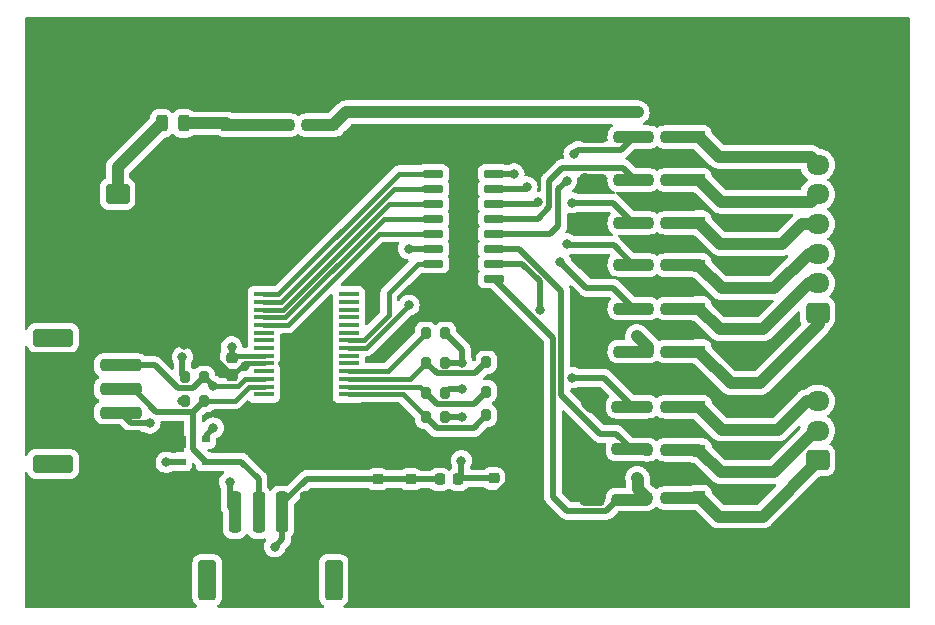
<source format=gbr>
%TF.GenerationSoftware,KiCad,Pcbnew,7.0.7*%
%TF.CreationDate,2024-02-03T17:25:47+00:00*%
%TF.ProjectId,LPF_Relay,4c50465f-5265-46c6-9179-2e6b69636164,rev?*%
%TF.SameCoordinates,Original*%
%TF.FileFunction,Copper,L1,Top*%
%TF.FilePolarity,Positive*%
%FSLAX46Y46*%
G04 Gerber Fmt 4.6, Leading zero omitted, Abs format (unit mm)*
G04 Created by KiCad (PCBNEW 7.0.7) date 2024-02-03 17:25:47*
%MOMM*%
%LPD*%
G01*
G04 APERTURE LIST*
G04 Aperture macros list*
%AMRoundRect*
0 Rectangle with rounded corners*
0 $1 Rounding radius*
0 $2 $3 $4 $5 $6 $7 $8 $9 X,Y pos of 4 corners*
0 Add a 4 corners polygon primitive as box body*
4,1,4,$2,$3,$4,$5,$6,$7,$8,$9,$2,$3,0*
0 Add four circle primitives for the rounded corners*
1,1,$1+$1,$2,$3*
1,1,$1+$1,$4,$5*
1,1,$1+$1,$6,$7*
1,1,$1+$1,$8,$9*
0 Add four rect primitives between the rounded corners*
20,1,$1+$1,$2,$3,$4,$5,0*
20,1,$1+$1,$4,$5,$6,$7,0*
20,1,$1+$1,$6,$7,$8,$9,0*
20,1,$1+$1,$8,$9,$2,$3,0*%
G04 Aperture macros list end*
%TA.AperFunction,SMDPad,CuDef*%
%ADD10RoundRect,0.218750X0.218750X0.256250X-0.218750X0.256250X-0.218750X-0.256250X0.218750X-0.256250X0*%
%TD*%
%TA.AperFunction,ComponentPad*%
%ADD11RoundRect,0.250000X0.725000X-0.600000X0.725000X0.600000X-0.725000X0.600000X-0.725000X-0.600000X0*%
%TD*%
%TA.AperFunction,ComponentPad*%
%ADD12O,1.950000X1.700000*%
%TD*%
%TA.AperFunction,SMDPad,CuDef*%
%ADD13RoundRect,0.225000X0.225000X0.250000X-0.225000X0.250000X-0.225000X-0.250000X0.225000X-0.250000X0*%
%TD*%
%TA.AperFunction,SMDPad,CuDef*%
%ADD14RoundRect,0.250000X-0.300000X-0.300000X0.300000X-0.300000X0.300000X0.300000X-0.300000X0.300000X0*%
%TD*%
%TA.AperFunction,SMDPad,CuDef*%
%ADD15RoundRect,0.250000X-1.500000X0.250000X-1.500000X-0.250000X1.500000X-0.250000X1.500000X0.250000X0*%
%TD*%
%TA.AperFunction,SMDPad,CuDef*%
%ADD16RoundRect,0.250001X-1.449999X0.499999X-1.449999X-0.499999X1.449999X-0.499999X1.449999X0.499999X0*%
%TD*%
%TA.AperFunction,SMDPad,CuDef*%
%ADD17RoundRect,0.150000X-0.725000X-0.150000X0.725000X-0.150000X0.725000X0.150000X-0.725000X0.150000X0*%
%TD*%
%TA.AperFunction,ComponentPad*%
%ADD18C,5.600000*%
%TD*%
%TA.AperFunction,SMDPad,CuDef*%
%ADD19RoundRect,0.200000X0.200000X0.275000X-0.200000X0.275000X-0.200000X-0.275000X0.200000X-0.275000X0*%
%TD*%
%TA.AperFunction,SMDPad,CuDef*%
%ADD20RoundRect,0.225000X-0.250000X0.225000X-0.250000X-0.225000X0.250000X-0.225000X0.250000X0.225000X0*%
%TD*%
%TA.AperFunction,SMDPad,CuDef*%
%ADD21R,0.700000X1.000000*%
%TD*%
%TA.AperFunction,SMDPad,CuDef*%
%ADD22R,0.700000X0.600000*%
%TD*%
%TA.AperFunction,SMDPad,CuDef*%
%ADD23RoundRect,0.200000X-0.200000X-0.275000X0.200000X-0.275000X0.200000X0.275000X-0.200000X0.275000X0*%
%TD*%
%TA.AperFunction,SMDPad,CuDef*%
%ADD24R,1.750000X0.450000*%
%TD*%
%TA.AperFunction,ComponentPad*%
%ADD25RoundRect,0.250000X-0.750000X0.600000X-0.750000X-0.600000X0.750000X-0.600000X0.750000X0.600000X0*%
%TD*%
%TA.AperFunction,ComponentPad*%
%ADD26O,2.000000X1.700000*%
%TD*%
%TA.AperFunction,SMDPad,CuDef*%
%ADD27RoundRect,0.250000X-0.250000X-1.500000X0.250000X-1.500000X0.250000X1.500000X-0.250000X1.500000X0*%
%TD*%
%TA.AperFunction,SMDPad,CuDef*%
%ADD28RoundRect,0.250001X-0.499999X-1.449999X0.499999X-1.449999X0.499999X1.449999X-0.499999X1.449999X0*%
%TD*%
%TA.AperFunction,SMDPad,CuDef*%
%ADD29RoundRect,0.250000X-0.300000X0.300000X-0.300000X-0.300000X0.300000X-0.300000X0.300000X0.300000X0*%
%TD*%
%TA.AperFunction,SMDPad,CuDef*%
%ADD30RoundRect,0.243750X0.243750X0.456250X-0.243750X0.456250X-0.243750X-0.456250X0.243750X-0.456250X0*%
%TD*%
%TA.AperFunction,ViaPad*%
%ADD31C,0.800000*%
%TD*%
%TA.AperFunction,ViaPad*%
%ADD32C,1.000000*%
%TD*%
%TA.AperFunction,Conductor*%
%ADD33C,0.500000*%
%TD*%
%TA.AperFunction,Conductor*%
%ADD34C,1.000000*%
%TD*%
%TA.AperFunction,Conductor*%
%ADD35C,0.400000*%
%TD*%
G04 APERTURE END LIST*
D10*
%TO.P,L1,1,1*%
%TO.N,+3.3V*%
X36717500Y-39130000D03*
%TO.P,L1,2,2*%
%TO.N,Net-(J1-Pin_3)*%
X35142500Y-39130000D03*
%TD*%
D11*
%TO.P,J5,1,Pin_1*%
%TO.N,Net-(D11-K)*%
X67150000Y-25000000D03*
D12*
%TO.P,J5,2,Pin_2*%
%TO.N,Net-(D10-K)*%
X67150000Y-22500000D03*
%TO.P,J5,3,Pin_3*%
%TO.N,Net-(D9-K)*%
X67150000Y-20000000D03*
%TO.P,J5,4,Pin_4*%
%TO.N,Net-(D8-K)*%
X67150000Y-17500000D03*
%TO.P,J5,5,Pin_5*%
%TO.N,Net-(D7-K)*%
X67150000Y-15000000D03*
%TO.P,J5,6,Pin_6*%
%TO.N,Net-(D5-K)*%
X67150000Y-12500000D03*
%TD*%
D13*
%TO.P,C15,1*%
%TO.N,Net-(U2-O5)*%
X50345000Y-10140000D03*
%TO.P,C15,2*%
%TO.N,GND*%
X48795000Y-10140000D03*
%TD*%
D14*
%TO.P,D9,1,K*%
%TO.N,Net-(D9-K)*%
X57112500Y-21036000D03*
%TO.P,D9,2,A*%
%TO.N,GND*%
X59912500Y-21036000D03*
%TD*%
D15*
%TO.P,J2,1,Pin_1*%
%TO.N,Net-(J1-Pin_1)*%
X8150000Y-29460000D03*
%TO.P,J2,2,Pin_2*%
%TO.N,Net-(J1-Pin_2)*%
X8150000Y-31460000D03*
%TO.P,J2,3,Pin_3*%
%TO.N,Net-(J1-Pin_3)*%
X8150000Y-33460000D03*
%TO.P,J2,4,Pin_4*%
%TO.N,GND*%
X8150000Y-35460000D03*
D16*
%TO.P,J2,MP*%
%TO.N,N/C*%
X2400000Y-27110000D03*
X2400000Y-37810000D03*
%TD*%
D14*
%TO.P,D5,1,K*%
%TO.N,Net-(D5-K)*%
X57112500Y-10140000D03*
%TO.P,D5,2,A*%
%TO.N,GND*%
X59912500Y-10140000D03*
%TD*%
%TO.P,D11,1,K*%
%TO.N,Net-(D11-K)*%
X57112500Y-28300000D03*
%TO.P,D11,2,A*%
%TO.N,GND*%
X59912500Y-28300000D03*
%TD*%
D13*
%TO.P,C14,1*%
%TO.N,Net-(U2-O7)*%
X50195000Y-32970000D03*
%TO.P,C14,2*%
%TO.N,GND*%
X48645000Y-32970000D03*
%TD*%
D17*
%TO.P,U2,1,I1*%
%TO.N,Net-(U1-GPB0)*%
X34585000Y-13245000D03*
%TO.P,U2,2,I2*%
%TO.N,Net-(U1-GPB1)*%
X34585000Y-14515000D03*
%TO.P,U2,3,I3*%
%TO.N,Net-(U1-GPB2)*%
X34585000Y-15785000D03*
%TO.P,U2,4,I4*%
%TO.N,Net-(U1-GPB3)*%
X34585000Y-17055000D03*
%TO.P,U2,5,I5*%
%TO.N,Net-(U1-GPB4)*%
X34585000Y-18325000D03*
%TO.P,U2,6,I6*%
%TO.N,Net-(U1-GPA0)*%
X34585000Y-19595000D03*
%TO.P,U2,7,I7*%
%TO.N,Net-(U1-GPA1)*%
X34585000Y-20865000D03*
%TO.P,U2,8,GND*%
%TO.N,GND*%
X34585000Y-22135000D03*
%TO.P,U2,9,COM*%
%TO.N,Net-(U2-COM)*%
X39735000Y-22135000D03*
%TO.P,U2,10,O7*%
%TO.N,Net-(U2-O7)*%
X39735000Y-20865000D03*
%TO.P,U2,11,O6*%
%TO.N,Net-(U2-O6)*%
X39735000Y-19595000D03*
%TO.P,U2,12,O5*%
%TO.N,Net-(U2-O5)*%
X39735000Y-18325000D03*
%TO.P,U2,13,O4*%
%TO.N,Net-(U2-O4)*%
X39735000Y-17055000D03*
%TO.P,U2,14,O3*%
%TO.N,Net-(U2-O3)*%
X39735000Y-15785000D03*
%TO.P,U2,15,O2*%
%TO.N,Net-(U2-O2)*%
X39735000Y-14515000D03*
%TO.P,U2,16,O1*%
%TO.N,Net-(U2-O1)*%
X39735000Y-13245000D03*
%TD*%
D18*
%TO.P,H1,1,1*%
%TO.N,GND*%
X5000000Y-45000000D03*
%TD*%
D19*
%TO.P,R6,1*%
%TO.N,+3.3V*%
X35630000Y-29230000D03*
%TO.P,R6,2*%
%TO.N,Net-(U1-A2)*%
X33980000Y-29230000D03*
%TD*%
D20*
%TO.P,C1,1*%
%TO.N,Net-(J1-Pin_3)*%
X32690000Y-39100000D03*
%TO.P,C1,2*%
%TO.N,GND*%
X32690000Y-40650000D03*
%TD*%
D19*
%TO.P,R3,1*%
%TO.N,+3.3V*%
X35630000Y-31780000D03*
%TO.P,R3,2*%
%TO.N,Net-(U1-A1)*%
X33980000Y-31780000D03*
%TD*%
D10*
%TO.P,L5,1,1*%
%TO.N,Net-(D3-K)*%
X54287500Y-32970000D03*
%TO.P,L5,2,2*%
%TO.N,Net-(U2-O7)*%
X52712500Y-32970000D03*
%TD*%
D14*
%TO.P,D6,1,K*%
%TO.N,Net-(D6-K)*%
X57132500Y-40610000D03*
%TO.P,D6,2,A*%
%TO.N,GND*%
X59932500Y-40610000D03*
%TD*%
D20*
%TO.P,C3,1*%
%TO.N,Net-(J1-Pin_3)*%
X29890000Y-39100000D03*
%TO.P,C3,2*%
%TO.N,GND*%
X29890000Y-40650000D03*
%TD*%
D13*
%TO.P,C11,1*%
%TO.N,Net-(U2-O3)*%
X50345000Y-17406389D03*
%TO.P,C11,2*%
%TO.N,GND*%
X48795000Y-17406389D03*
%TD*%
D18*
%TO.P,H2,1,1*%
%TO.N,GND*%
X5000000Y-5000000D03*
%TD*%
D11*
%TO.P,J4,1,Pin_1*%
%TO.N,Net-(D6-K)*%
X67150000Y-37500000D03*
D12*
%TO.P,J4,2,Pin_2*%
%TO.N,Net-(D4-K)*%
X67150000Y-35000000D03*
%TO.P,J4,3,Pin_3*%
%TO.N,Net-(D3-K)*%
X67150000Y-32500000D03*
%TD*%
D20*
%TO.P,C2,1*%
%TO.N,+3.3V*%
X39700000Y-39040000D03*
%TO.P,C2,2*%
%TO.N,GND*%
X39700000Y-40590000D03*
%TD*%
D19*
%TO.P,R9,1*%
%TO.N,+3.3V*%
X35630000Y-26740000D03*
%TO.P,R9,2*%
%TO.N,Net-(U1-~{RESET})*%
X33980000Y-26740000D03*
%TD*%
D21*
%TO.P,D1,1,A*%
%TO.N,GND*%
X13320000Y-35930000D03*
D22*
%TO.P,D1,2,K*%
%TO.N,Net-(J1-Pin_3)*%
X13320000Y-37630000D03*
%TO.P,D1,3,K*%
%TO.N,Net-(J1-Pin_2)*%
X15320000Y-37630000D03*
%TO.P,D1,4,K*%
%TO.N,Net-(J1-Pin_1)*%
X15320000Y-35730000D03*
%TD*%
D20*
%TO.P,C6,1*%
%TO.N,Net-(U2-COM)*%
X26140000Y-9120000D03*
%TO.P,C6,2*%
%TO.N,GND*%
X26140000Y-10670000D03*
%TD*%
D10*
%TO.P,L3,1,1*%
%TO.N,Net-(D6-K)*%
X54287500Y-40700000D03*
%TO.P,L3,2,2*%
%TO.N,Net-(U2-COM)*%
X52712500Y-40700000D03*
%TD*%
D23*
%TO.P,R5,1*%
%TO.N,+3.3V*%
X13545000Y-30490000D03*
%TO.P,R5,2*%
%TO.N,Net-(J1-Pin_1)*%
X15195000Y-30490000D03*
%TD*%
D10*
%TO.P,L2,1,1*%
%TO.N,Net-(U2-COM)*%
X23947500Y-9120000D03*
%TO.P,L2,2,2*%
%TO.N,Net-(D2-K)*%
X22372500Y-9120000D03*
%TD*%
D13*
%TO.P,C13,1*%
%TO.N,Net-(U2-O4)*%
X50345000Y-13775186D03*
%TO.P,C13,2*%
%TO.N,GND*%
X48795000Y-13775186D03*
%TD*%
D20*
%TO.P,C4,1*%
%TO.N,+3.3V*%
X17530000Y-28850000D03*
%TO.P,C4,2*%
%TO.N,GND*%
X17530000Y-30400000D03*
%TD*%
D13*
%TO.P,C9,1*%
%TO.N,Net-(U2-O2)*%
X50345000Y-20950000D03*
%TO.P,C9,2*%
%TO.N,GND*%
X48795000Y-20950000D03*
%TD*%
D10*
%TO.P,L10,1,1*%
%TO.N,Net-(D7-K)*%
X54327500Y-13775186D03*
%TO.P,L10,2,2*%
%TO.N,Net-(U2-O4)*%
X52752500Y-13775186D03*
%TD*%
D24*
%TO.P,U1,1,GPB0*%
%TO.N,Net-(U1-GPB0)*%
X20250000Y-23460000D03*
%TO.P,U1,2,GPB1*%
%TO.N,Net-(U1-GPB1)*%
X20250000Y-24110000D03*
%TO.P,U1,3,GPB2*%
%TO.N,Net-(U1-GPB2)*%
X20250000Y-24760000D03*
%TO.P,U1,4,GPB3*%
%TO.N,Net-(U1-GPB3)*%
X20250000Y-25410000D03*
%TO.P,U1,5,GPB4*%
%TO.N,Net-(U1-GPB4)*%
X20250000Y-26060000D03*
%TO.P,U1,6,GPB5*%
%TO.N,unconnected-(U1-GPB5-Pad6)*%
X20250000Y-26710000D03*
%TO.P,U1,7,GPB6*%
%TO.N,unconnected-(U1-GPB6-Pad7)*%
X20250000Y-27360000D03*
%TO.P,U1,8,GPB7*%
%TO.N,unconnected-(U1-GPB7-Pad8)*%
X20250000Y-28010000D03*
%TO.P,U1,9,VDD*%
%TO.N,+3.3V*%
X20250000Y-28660000D03*
%TO.P,U1,10,VSS*%
%TO.N,GND*%
X20250000Y-29310000D03*
%TO.P,U1,11,NC*%
%TO.N,unconnected-(U1-NC-Pad11)*%
X20250000Y-29960000D03*
%TO.P,U1,12,SCK*%
%TO.N,Net-(J1-Pin_1)*%
X20250000Y-30610000D03*
%TO.P,U1,13,SDA*%
%TO.N,Net-(J1-Pin_2)*%
X20250000Y-31260000D03*
%TO.P,U1,14,NC*%
%TO.N,unconnected-(U1-NC-Pad14)*%
X20250000Y-31910000D03*
%TO.P,U1,15,A0*%
%TO.N,Net-(U1-A0)*%
X27450000Y-31910000D03*
%TO.P,U1,16,A1*%
%TO.N,Net-(U1-A1)*%
X27450000Y-31260000D03*
%TO.P,U1,17,A2*%
%TO.N,Net-(U1-A2)*%
X27450000Y-30610000D03*
%TO.P,U1,18,~{RESET}*%
%TO.N,Net-(U1-~{RESET})*%
X27450000Y-29960000D03*
%TO.P,U1,19,INTB*%
%TO.N,unconnected-(U1-INTB-Pad19)*%
X27450000Y-29310000D03*
%TO.P,U1,20,INTA*%
%TO.N,unconnected-(U1-INTA-Pad20)*%
X27450000Y-28660000D03*
%TO.P,U1,21,GPA0*%
%TO.N,Net-(U1-GPA0)*%
X27450000Y-28010000D03*
%TO.P,U1,22,GPA1*%
%TO.N,Net-(U1-GPA1)*%
X27450000Y-27360000D03*
%TO.P,U1,23,GPA2*%
%TO.N,unconnected-(U1-GPA2-Pad23)*%
X27450000Y-26710000D03*
%TO.P,U1,24,GPA3*%
%TO.N,unconnected-(U1-GPA3-Pad24)*%
X27450000Y-26060000D03*
%TO.P,U1,25,GPA4*%
%TO.N,unconnected-(U1-GPA4-Pad25)*%
X27450000Y-25410000D03*
%TO.P,U1,26,GPA5*%
%TO.N,unconnected-(U1-GPA5-Pad26)*%
X27450000Y-24760000D03*
%TO.P,U1,27,GPA6*%
%TO.N,unconnected-(U1-GPA6-Pad27)*%
X27450000Y-24110000D03*
%TO.P,U1,28,GPA7*%
%TO.N,unconnected-(U1-GPA7-Pad28)*%
X27450000Y-23460000D03*
%TD*%
D25*
%TO.P,J3,1,Pin_1*%
%TO.N,Net-(J3-Pin_1)*%
X7870000Y-14940000D03*
D26*
%TO.P,J3,2,Pin_2*%
%TO.N,GND*%
X7870000Y-17440000D03*
%TD*%
D10*
%TO.P,L4,1,1*%
%TO.N,Net-(D4-K)*%
X54287500Y-36620000D03*
%TO.P,L4,2,2*%
%TO.N,Net-(U2-O6)*%
X52712500Y-36620000D03*
%TD*%
D13*
%TO.P,C7,1*%
%TO.N,Net-(U2-COM)*%
X50195000Y-40830000D03*
%TO.P,C7,2*%
%TO.N,GND*%
X48645000Y-40830000D03*
%TD*%
%TO.P,C8,1*%
%TO.N,Net-(U2-O1)*%
X50345000Y-24668795D03*
%TO.P,C8,2*%
%TO.N,GND*%
X48795000Y-24668795D03*
%TD*%
D23*
%TO.P,R4,1*%
%TO.N,Net-(U1-A1)*%
X39095000Y-31690000D03*
%TO.P,R4,2*%
%TO.N,GND*%
X40745000Y-31690000D03*
%TD*%
%TO.P,R2,1*%
%TO.N,Net-(U1-A0)*%
X39095000Y-33710000D03*
%TO.P,R2,2*%
%TO.N,GND*%
X40745000Y-33710000D03*
%TD*%
D14*
%TO.P,D4,1,K*%
%TO.N,Net-(D4-K)*%
X57132500Y-36710000D03*
%TO.P,D4,2,A*%
%TO.N,GND*%
X59932500Y-36710000D03*
%TD*%
D10*
%TO.P,L11,1,1*%
%TO.N,Net-(D5-K)*%
X54327500Y-10140000D03*
%TO.P,L11,2,2*%
%TO.N,Net-(U2-O5)*%
X52752500Y-10140000D03*
%TD*%
D13*
%TO.P,C12,1*%
%TO.N,Net-(U2-O6)*%
X50195000Y-36580000D03*
%TO.P,C12,2*%
%TO.N,GND*%
X48645000Y-36580000D03*
%TD*%
D10*
%TO.P,L9,1,1*%
%TO.N,Net-(D8-K)*%
X54327500Y-17406389D03*
%TO.P,L9,2,2*%
%TO.N,Net-(U2-O3)*%
X52752500Y-17406389D03*
%TD*%
D14*
%TO.P,D8,1,K*%
%TO.N,Net-(D8-K)*%
X57112500Y-17404000D03*
%TO.P,D8,2,A*%
%TO.N,GND*%
X59912500Y-17404000D03*
%TD*%
D23*
%TO.P,R8,1*%
%TO.N,+3.3V*%
X13555000Y-32470000D03*
%TO.P,R8,2*%
%TO.N,Net-(J1-Pin_2)*%
X15205000Y-32470000D03*
%TD*%
D19*
%TO.P,R1,1*%
%TO.N,+3.3V*%
X35630000Y-33860000D03*
%TO.P,R1,2*%
%TO.N,Net-(U1-A0)*%
X33980000Y-33860000D03*
%TD*%
D18*
%TO.P,H4,1,1*%
%TO.N,GND*%
X70000000Y-45000000D03*
%TD*%
D27*
%TO.P,J1,1,Pin_1*%
%TO.N,Net-(J1-Pin_1)*%
X17810000Y-41900000D03*
%TO.P,J1,2,Pin_2*%
%TO.N,Net-(J1-Pin_2)*%
X19810000Y-41900000D03*
%TO.P,J1,3,Pin_3*%
%TO.N,Net-(J1-Pin_3)*%
X21810000Y-41900000D03*
%TO.P,J1,4,Pin_4*%
%TO.N,GND*%
X23810000Y-41900000D03*
D28*
%TO.P,J1,MP*%
%TO.N,N/C*%
X15460000Y-47650000D03*
X26160000Y-47650000D03*
%TD*%
D10*
%TO.P,L6,1,1*%
%TO.N,Net-(D11-K)*%
X54327500Y-28300000D03*
%TO.P,L6,2,2*%
%TO.N,Net-(U2-COM)*%
X52752500Y-28300000D03*
%TD*%
D18*
%TO.P,H3,1,1*%
%TO.N,GND*%
X70000000Y-5000000D03*
%TD*%
D10*
%TO.P,L8,1,1*%
%TO.N,Net-(D9-K)*%
X54327500Y-20980000D03*
%TO.P,L8,2,2*%
%TO.N,Net-(U2-O2)*%
X52752500Y-20980000D03*
%TD*%
D14*
%TO.P,D7,1,K*%
%TO.N,Net-(D7-K)*%
X57112500Y-13772000D03*
%TO.P,D7,2,A*%
%TO.N,GND*%
X59912500Y-13772000D03*
%TD*%
D20*
%TO.P,C5,1*%
%TO.N,Net-(D2-K)*%
X20050000Y-9105000D03*
%TO.P,C5,2*%
%TO.N,GND*%
X20050000Y-10655000D03*
%TD*%
D13*
%TO.P,C10,1*%
%TO.N,Net-(U2-COM)*%
X50345000Y-28300000D03*
%TO.P,C10,2*%
%TO.N,GND*%
X48795000Y-28300000D03*
%TD*%
D14*
%TO.P,D3,1,K*%
%TO.N,Net-(D3-K)*%
X57132500Y-33010000D03*
%TO.P,D3,2,A*%
%TO.N,GND*%
X59932500Y-33010000D03*
%TD*%
D23*
%TO.P,R7,1*%
%TO.N,Net-(U1-A2)*%
X39095000Y-29190000D03*
%TO.P,R7,2*%
%TO.N,GND*%
X40745000Y-29190000D03*
%TD*%
D14*
%TO.P,D10,1,K*%
%TO.N,Net-(D10-K)*%
X57112500Y-24668000D03*
%TO.P,D10,2,A*%
%TO.N,GND*%
X59912500Y-24668000D03*
%TD*%
D29*
%TO.P,D2,1,K*%
%TO.N,Net-(D2-K)*%
X17130000Y-9102500D03*
%TO.P,D2,2,A*%
%TO.N,GND*%
X17130000Y-11902500D03*
%TD*%
D10*
%TO.P,L7,1,1*%
%TO.N,Net-(D10-K)*%
X54327500Y-24668795D03*
%TO.P,L7,2,2*%
%TO.N,Net-(U2-O1)*%
X52752500Y-24668795D03*
%TD*%
D30*
%TO.P,F1,1*%
%TO.N,Net-(D2-K)*%
X13477500Y-8980000D03*
%TO.P,F1,2*%
%TO.N,Net-(J3-Pin_1)*%
X11602500Y-8980000D03*
%TD*%
D31*
%TO.N,Net-(J1-Pin_3)*%
X10600000Y-34350000D03*
X11986551Y-37675760D03*
X21180000Y-44820000D03*
D32*
%TO.N,GND*%
X61360000Y-36740000D03*
D31*
X13467208Y-27766290D03*
X12140000Y-35030000D03*
X18650000Y-29520000D03*
D32*
X47644253Y-32685747D03*
X15380000Y-11820000D03*
X47528795Y-24668795D03*
X61406000Y-21036000D03*
X61360000Y-40680000D03*
X47470000Y-40830000D03*
X27760000Y-10670000D03*
X47440000Y-13730000D03*
D31*
X30360000Y-21080000D03*
D32*
X47520000Y-36580000D03*
D31*
X34590000Y-23130000D03*
D32*
X61350000Y-33010000D03*
X47470000Y-10140000D03*
X61372000Y-24668000D03*
X47500000Y-28300000D03*
X47470000Y-20950000D03*
D31*
X42000000Y-33710000D03*
D32*
X61428000Y-13772000D03*
D31*
X42000000Y-31690000D03*
D32*
X61406000Y-17404000D03*
D31*
X41940000Y-29190000D03*
D32*
X61350000Y-28300000D03*
X47538676Y-17384102D03*
X61460000Y-10140000D03*
D31*
%TO.N,+3.3V*%
X17530000Y-27900000D03*
X37030000Y-31470000D03*
X13360000Y-32470000D03*
X36970000Y-37540000D03*
X13360000Y-28760529D03*
X37030000Y-29230000D03*
X36990000Y-33860000D03*
D32*
%TO.N,Net-(U2-COM)*%
X51910000Y-8040012D03*
X51860000Y-26980000D03*
X51860000Y-38990000D03*
D31*
%TO.N,Net-(U2-O1)*%
X45359984Y-20690000D03*
X41420000Y-13260000D03*
%TO.N,Net-(U2-O2)*%
X45930000Y-19180000D03*
X42530000Y-14370000D03*
%TO.N,Net-(U2-O3)*%
X46320000Y-15700000D03*
X43480000Y-15670000D03*
%TO.N,Net-(U2-O7)*%
X46360000Y-30507100D03*
X43607232Y-24805149D03*
%TO.N,Net-(U2-O5)*%
X46511434Y-11563624D03*
X45890000Y-13840000D03*
%TO.N,Net-(J1-Pin_1)*%
X15980000Y-34780000D03*
X15980000Y-31240000D03*
X17380000Y-39330000D03*
%TO.N,Net-(U1-GPA0)*%
X32534264Y-24374264D03*
X32525000Y-19595000D03*
%TD*%
D33*
%TO.N,Net-(J1-Pin_3)*%
X21810000Y-41900000D02*
X21810000Y-44190000D01*
X21810000Y-41900000D02*
X21810000Y-41160051D01*
X9040000Y-34350000D02*
X10600000Y-34350000D01*
X8150000Y-33460000D02*
X9040000Y-34350000D01*
X11986551Y-37675760D02*
X13274240Y-37675760D01*
X35142500Y-39130000D02*
X32720000Y-39130000D01*
X32690000Y-39100000D02*
X29890000Y-39100000D01*
X23870051Y-39100000D02*
X29890000Y-39100000D01*
X21810000Y-41160051D02*
X23870051Y-39100000D01*
X32720000Y-39130000D02*
X32690000Y-39100000D01*
X13274240Y-37675760D02*
X13320000Y-37630000D01*
X21810000Y-44190000D02*
X21180000Y-44820000D01*
D34*
%TO.N,GND*%
X59912500Y-28300000D02*
X61350000Y-28300000D01*
D33*
X13467208Y-27766290D02*
X14896290Y-27766290D01*
X8150000Y-35460000D02*
X8150000Y-41850000D01*
D34*
X48645000Y-36580000D02*
X47520000Y-36580000D01*
D35*
X18650000Y-29280000D02*
X18650000Y-29520000D01*
D34*
X48795000Y-28300000D02*
X47500000Y-28300000D01*
X26125000Y-10655000D02*
X26140000Y-10670000D01*
D35*
X20250000Y-29310000D02*
X18620000Y-29310000D01*
D34*
X59912500Y-21036000D02*
X61406000Y-21036000D01*
X17130000Y-11902500D02*
X17077500Y-11850000D01*
D33*
X13320000Y-35900000D02*
X13010000Y-35900000D01*
D35*
X18410000Y-29520000D02*
X17530000Y-30400000D01*
D34*
X59932500Y-40610000D02*
X61290000Y-40610000D01*
X61290000Y-40610000D02*
X61360000Y-40680000D01*
X48645000Y-40830000D02*
X47470000Y-40830000D01*
D33*
X8620000Y-35930000D02*
X13320000Y-35930000D01*
X8150000Y-41850000D02*
X5000000Y-45000000D01*
D34*
X15410000Y-11850000D02*
X15380000Y-11820000D01*
X59932500Y-33010000D02*
X61350000Y-33010000D01*
D33*
X23810000Y-41900000D02*
X28640000Y-41900000D01*
D34*
X26140000Y-10670000D02*
X27760000Y-10670000D01*
D33*
X14896290Y-27766290D02*
X17530000Y-30400000D01*
D34*
X59912500Y-13772000D02*
X61428000Y-13772000D01*
X48795000Y-17406389D02*
X47560963Y-17406389D01*
X59912500Y-24668000D02*
X61372000Y-24668000D01*
X47560963Y-17406389D02*
X47538676Y-17384102D01*
D33*
X28640000Y-41900000D02*
X29890000Y-40650000D01*
X29890000Y-40650000D02*
X32690000Y-40650000D01*
D34*
X48795000Y-10140000D02*
X47470000Y-10140000D01*
D33*
X13010000Y-35900000D02*
X12140000Y-35030000D01*
D34*
X48645000Y-32970000D02*
X47928506Y-32970000D01*
D33*
X34585000Y-23125000D02*
X34590000Y-23130000D01*
D34*
X48795000Y-20950000D02*
X47470000Y-20950000D01*
D33*
X8150000Y-35460000D02*
X8620000Y-35930000D01*
D34*
X11592500Y-17440000D02*
X17130000Y-11902500D01*
D33*
X42000000Y-38290000D02*
X42000000Y-33710000D01*
X40745000Y-31690000D02*
X42000000Y-31690000D01*
D34*
X47485186Y-13775186D02*
X47440000Y-13730000D01*
X7870000Y-17440000D02*
X11592500Y-17440000D01*
X18802500Y-11902500D02*
X20050000Y-10655000D01*
X59912500Y-17404000D02*
X61406000Y-17404000D01*
X61330000Y-36710000D02*
X61360000Y-36740000D01*
X48795000Y-13775186D02*
X47485186Y-13775186D01*
X17077500Y-11850000D02*
X15410000Y-11850000D01*
D33*
X39700000Y-40590000D02*
X42000000Y-38290000D01*
D34*
X59912500Y-10140000D02*
X61460000Y-10140000D01*
X59932500Y-36710000D02*
X61330000Y-36710000D01*
D33*
X39640000Y-40650000D02*
X39700000Y-40590000D01*
D34*
X48795000Y-24668795D02*
X47528795Y-24668795D01*
D35*
X18650000Y-29520000D02*
X18410000Y-29520000D01*
D34*
X17130000Y-11902500D02*
X18802500Y-11902500D01*
X20050000Y-10655000D02*
X26125000Y-10655000D01*
D33*
X32690000Y-40650000D02*
X39640000Y-40650000D01*
X40745000Y-29190000D02*
X41940000Y-29190000D01*
D34*
X47928506Y-32970000D02*
X47644253Y-32685747D01*
D33*
X40745000Y-33710000D02*
X42000000Y-33710000D01*
X34585000Y-22135000D02*
X34585000Y-23125000D01*
D35*
X18620000Y-29310000D02*
X18650000Y-29280000D01*
D33*
X13320000Y-35930000D02*
X13320000Y-35900000D01*
%TO.N,+3.3V*%
X13555000Y-32470000D02*
X13360000Y-32470000D01*
X13555000Y-30500000D02*
X13545000Y-30490000D01*
X13545000Y-30490000D02*
X13360000Y-30305000D01*
D35*
X20250000Y-28660000D02*
X17720000Y-28660000D01*
D33*
X36717500Y-39130000D02*
X36970000Y-38877500D01*
X39700000Y-39040000D02*
X36807500Y-39040000D01*
X35630000Y-29230000D02*
X37030000Y-29230000D01*
X35630000Y-26740000D02*
X37030000Y-28140000D01*
X35660000Y-31750000D02*
X35940000Y-31470000D01*
D35*
X17720000Y-28660000D02*
X17530000Y-28850000D01*
D33*
X37030000Y-28140000D02*
X37030000Y-29230000D01*
X35630000Y-31780000D02*
X35660000Y-31750000D01*
X35940000Y-31470000D02*
X37030000Y-31470000D01*
X17530000Y-28850000D02*
X17530000Y-27900000D01*
X35630000Y-33860000D02*
X36990000Y-33860000D01*
X13360000Y-30305000D02*
X13360000Y-28760529D01*
X36970000Y-38877500D02*
X36970000Y-37540000D01*
X36807500Y-39040000D02*
X36717500Y-39130000D01*
D34*
%TO.N,Net-(D2-K)*%
X20047500Y-9102500D02*
X20050000Y-9105000D01*
X17130000Y-9102500D02*
X20047500Y-9102500D01*
X22357500Y-9105000D02*
X22372500Y-9120000D01*
X13477500Y-8980000D02*
X17007500Y-8980000D01*
X20050000Y-9105000D02*
X22357500Y-9105000D01*
X17007500Y-8980000D02*
X17130000Y-9102500D01*
%TO.N,Net-(U2-COM)*%
X26140000Y-9120000D02*
X27220000Y-8040000D01*
X50195000Y-40830000D02*
X52582500Y-40830000D01*
D33*
X44750000Y-40590000D02*
X45940000Y-41780000D01*
D34*
X52582500Y-40830000D02*
X52712500Y-40700000D01*
X23947500Y-9120000D02*
X26140000Y-9120000D01*
X52712500Y-40700000D02*
X51930000Y-39917500D01*
X51930000Y-39060000D02*
X51860000Y-38990000D01*
D33*
X49245000Y-41780000D02*
X50195000Y-40830000D01*
D34*
X52752500Y-28300000D02*
X52752500Y-27872500D01*
D33*
X45940000Y-41780000D02*
X49245000Y-41780000D01*
D34*
X52752500Y-27872500D02*
X51860000Y-26980000D01*
X51930000Y-39917500D02*
X51930000Y-39060000D01*
D33*
X44750000Y-27150000D02*
X44750000Y-40590000D01*
D34*
X27220000Y-8040000D02*
X51910000Y-8040000D01*
D33*
X39735000Y-22135000D02*
X44750000Y-27150000D01*
D34*
X50345000Y-28300000D02*
X52752500Y-28300000D01*
D33*
%TO.N,Net-(U2-O1)*%
X51580000Y-24668795D02*
X49801205Y-22890000D01*
D34*
X50345000Y-24668795D02*
X51580000Y-24668795D01*
X51580000Y-24668795D02*
X52752500Y-24668795D01*
D33*
X47559984Y-22890000D02*
X45359984Y-20690000D01*
X41405000Y-13245000D02*
X41420000Y-13260000D01*
X49801205Y-22890000D02*
X47559984Y-22890000D01*
X39735000Y-13245000D02*
X41405000Y-13245000D01*
%TO.N,Net-(U2-O2)*%
X49870000Y-19270000D02*
X46020000Y-19270000D01*
D34*
X52722500Y-20950000D02*
X52752500Y-20980000D01*
X50345000Y-20950000D02*
X51550000Y-20950000D01*
D33*
X46020000Y-19270000D02*
X45930000Y-19180000D01*
X39735000Y-14515000D02*
X42385000Y-14515000D01*
D34*
X51550000Y-20950000D02*
X52722500Y-20950000D01*
D33*
X51550000Y-20950000D02*
X49870000Y-19270000D01*
X42385000Y-14515000D02*
X42530000Y-14370000D01*
%TO.N,Net-(U2-O3)*%
X39735000Y-15785000D02*
X43365000Y-15785000D01*
X51550000Y-17406389D02*
X49843611Y-15700000D01*
D34*
X51550000Y-17406389D02*
X52752500Y-17406389D01*
D33*
X43365000Y-15785000D02*
X43480000Y-15670000D01*
D34*
X50345000Y-17406389D02*
X51550000Y-17406389D01*
D33*
X49843611Y-15700000D02*
X46320000Y-15700000D01*
%TO.N,Net-(U2-O6)*%
X41844949Y-19595000D02*
X45450000Y-23200051D01*
X45450000Y-31982082D02*
X48737918Y-35270000D01*
X48737918Y-35270000D02*
X50080000Y-35270000D01*
X39735000Y-19595000D02*
X41844949Y-19595000D01*
D34*
X50195000Y-36580000D02*
X51390000Y-36580000D01*
D33*
X45450000Y-23200051D02*
X45450000Y-31982082D01*
D34*
X52672500Y-36580000D02*
X52712500Y-36620000D01*
D33*
X50080000Y-35270000D02*
X51390000Y-36580000D01*
D34*
X51390000Y-36580000D02*
X52672500Y-36580000D01*
D33*
%TO.N,Net-(U2-O4)*%
X45500000Y-12760000D02*
X50654814Y-12760000D01*
X50654814Y-12760000D02*
X51670000Y-13775186D01*
X43438503Y-17055000D02*
X44430000Y-16063503D01*
X44430000Y-13830000D02*
X45500000Y-12760000D01*
X44430000Y-16063503D02*
X44430000Y-13830000D01*
D34*
X51670000Y-13775186D02*
X52752500Y-13775186D01*
X50345000Y-13775186D02*
X51670000Y-13775186D01*
D33*
X39735000Y-17055000D02*
X43438503Y-17055000D01*
%TO.N,Net-(U2-O7)*%
X51500000Y-32970000D02*
X49037100Y-30507100D01*
X43607232Y-22347232D02*
X43607232Y-24805149D01*
D34*
X51500000Y-32970000D02*
X52712500Y-32970000D01*
D33*
X39735000Y-20865000D02*
X42125000Y-20865000D01*
X49037100Y-30507100D02*
X46360000Y-30507100D01*
D34*
X50195000Y-32970000D02*
X51500000Y-32970000D01*
D33*
X42125000Y-20865000D02*
X43607232Y-22347232D01*
%TO.N,Net-(U2-O5)*%
X46865058Y-11210000D02*
X46511434Y-11563624D01*
X39735000Y-18325000D02*
X44515000Y-18325000D01*
X45168530Y-17671470D02*
X45168530Y-14561470D01*
X51590000Y-10140000D02*
X50520000Y-11210000D01*
X50520000Y-11210000D02*
X46865058Y-11210000D01*
X44515000Y-18325000D02*
X45168530Y-17671470D01*
D34*
X50345000Y-10140000D02*
X51590000Y-10140000D01*
D33*
X45168530Y-14561470D02*
X45890000Y-13840000D01*
D34*
X51590000Y-10140000D02*
X52752500Y-10140000D01*
D35*
%TO.N,Net-(J1-Pin_2)*%
X20250000Y-31260000D02*
X19000000Y-31260000D01*
X17790000Y-32470000D02*
X15205000Y-32470000D01*
D33*
X14280000Y-36590000D02*
X14280000Y-33395000D01*
X15320000Y-37630000D02*
X14280000Y-36590000D01*
X14280000Y-33395000D02*
X15205000Y-32470000D01*
X19810000Y-39080000D02*
X19810000Y-41900000D01*
X11155000Y-33395000D02*
X14280000Y-33395000D01*
X15320000Y-37630000D02*
X18360000Y-37630000D01*
X8150000Y-31460000D02*
X9220000Y-31460000D01*
X9220000Y-31460000D02*
X11155000Y-33395000D01*
D35*
X19000000Y-31260000D02*
X17790000Y-32470000D01*
D33*
X18360000Y-37630000D02*
X19810000Y-39080000D01*
%TO.N,Net-(J1-Pin_1)*%
X12955761Y-31415000D02*
X14270000Y-31415000D01*
X17350000Y-39360000D02*
X17380000Y-39330000D01*
D35*
X15990000Y-31250000D02*
X15980000Y-31240000D01*
D33*
X15195000Y-30490000D02*
X15230000Y-30490000D01*
X15230000Y-30490000D02*
X15980000Y-31240000D01*
X15320000Y-35440000D02*
X15980000Y-34780000D01*
X17350000Y-41440000D02*
X17350000Y-39360000D01*
X14270000Y-31415000D02*
X15195000Y-30490000D01*
X8150000Y-29460000D02*
X11000761Y-29460000D01*
X11000761Y-29460000D02*
X12955761Y-31415000D01*
D35*
X20250000Y-30610000D02*
X18678883Y-30610000D01*
X18038883Y-31250000D02*
X15990000Y-31250000D01*
X18678883Y-30610000D02*
X18038883Y-31250000D01*
D33*
X17810000Y-41900000D02*
X17350000Y-41440000D01*
X15320000Y-35730000D02*
X15320000Y-35440000D01*
D34*
%TO.N,Net-(D3-K)*%
X54287500Y-32970000D02*
X57092500Y-32970000D01*
X63800000Y-34900000D02*
X66200000Y-32500000D01*
X66200000Y-32500000D02*
X67250000Y-32500000D01*
X57092500Y-32970000D02*
X57132500Y-33010000D01*
X57132500Y-33010000D02*
X59022500Y-34900000D01*
X59022500Y-34900000D02*
X63800000Y-34900000D01*
%TO.N,Net-(D4-K)*%
X57132500Y-36710000D02*
X58932500Y-38510000D01*
X66930000Y-35000000D02*
X67250000Y-35000000D01*
X57042500Y-36620000D02*
X57132500Y-36710000D01*
X63420000Y-38510000D02*
X66930000Y-35000000D01*
X54287500Y-36620000D02*
X57042500Y-36620000D01*
X58932500Y-38510000D02*
X63420000Y-38510000D01*
%TO.N,Net-(D5-K)*%
X57112500Y-10140000D02*
X58772500Y-11800000D01*
X66550000Y-11800000D02*
X67250000Y-12500000D01*
X54327500Y-10140000D02*
X57112500Y-10140000D01*
X58772500Y-11800000D02*
X66550000Y-11800000D01*
%TO.N,Net-(D6-K)*%
X57132500Y-40610000D02*
X58792500Y-42270000D01*
X54287500Y-40700000D02*
X57042500Y-40700000D01*
X58792500Y-42270000D02*
X62480000Y-42270000D01*
X57042500Y-40700000D02*
X57132500Y-40610000D01*
X62480000Y-42270000D02*
X67250000Y-37500000D01*
%TO.N,Net-(D7-K)*%
X57109314Y-13775186D02*
X57112500Y-13772000D01*
X54327500Y-13775186D02*
X57109314Y-13775186D01*
X66620000Y-15630000D02*
X67250000Y-15000000D01*
X57112500Y-13772000D02*
X58970500Y-15630000D01*
X58970500Y-15630000D02*
X66620000Y-15630000D01*
%TO.N,Net-(D8-K)*%
X57110111Y-17406389D02*
X57112500Y-17404000D01*
X57112500Y-17404000D02*
X58898500Y-19190000D01*
X65820000Y-17500000D02*
X67250000Y-17500000D01*
X64130000Y-19190000D02*
X65820000Y-17500000D01*
X54327500Y-17406389D02*
X57110111Y-17406389D01*
X58898500Y-19190000D02*
X64130000Y-19190000D01*
%TO.N,Net-(D9-K)*%
X63440000Y-22930000D02*
X66370000Y-20000000D01*
X57112500Y-21036000D02*
X59006500Y-22930000D01*
X57056500Y-20980000D02*
X57112500Y-21036000D01*
X59006500Y-22930000D02*
X63440000Y-22930000D01*
X54327500Y-20980000D02*
X57056500Y-20980000D01*
X66370000Y-20000000D02*
X67250000Y-20000000D01*
%TO.N,Net-(D10-K)*%
X62540000Y-26410000D02*
X66450000Y-22500000D01*
X57112500Y-24668000D02*
X58854500Y-26410000D01*
X66450000Y-22500000D02*
X67250000Y-22500000D01*
X54327500Y-24668795D02*
X57111705Y-24668795D01*
X57111705Y-24668795D02*
X57112500Y-24668000D01*
X58854500Y-26410000D02*
X62540000Y-26410000D01*
%TO.N,Net-(D11-K)*%
X59792500Y-30980000D02*
X62260000Y-30980000D01*
X67250000Y-25990000D02*
X67250000Y-25000000D01*
X54327500Y-28300000D02*
X57112500Y-28300000D01*
X62260000Y-30980000D02*
X67250000Y-25990000D01*
X57112500Y-28300000D02*
X59792500Y-30980000D01*
%TO.N,Net-(J3-Pin_1)*%
X7870000Y-14940000D02*
X7870000Y-12712500D01*
X7870000Y-12712500D02*
X11602500Y-8980000D01*
D33*
%TO.N,Net-(U1-A0)*%
X34905000Y-34785000D02*
X38020000Y-34785000D01*
D35*
X32030000Y-31910000D02*
X33980000Y-33860000D01*
D33*
X38020000Y-34785000D02*
X39095000Y-33710000D01*
D35*
X27450000Y-31910000D02*
X32030000Y-31910000D01*
D33*
X33980000Y-33860000D02*
X34905000Y-34785000D01*
%TO.N,Net-(U1-A1)*%
X33980000Y-31780000D02*
X34905000Y-32705000D01*
X33930000Y-31730000D02*
X33980000Y-31780000D01*
X38080000Y-32705000D02*
X39095000Y-31690000D01*
X34905000Y-32705000D02*
X38080000Y-32705000D01*
D35*
X33460000Y-31260000D02*
X33980000Y-31780000D01*
X27450000Y-31260000D02*
X33460000Y-31260000D01*
%TO.N,Net-(U1-A2)*%
X27450000Y-30610000D02*
X32600000Y-30610000D01*
D33*
X34905000Y-30155000D02*
X38130000Y-30155000D01*
X33980000Y-29230000D02*
X34905000Y-30155000D01*
X38130000Y-30155000D02*
X39095000Y-29190000D01*
D35*
X32600000Y-30610000D02*
X33980000Y-29230000D01*
%TO.N,Net-(U1-~{RESET})*%
X27450000Y-29960000D02*
X30760000Y-29960000D01*
X30760000Y-29960000D02*
X33980000Y-26740000D01*
%TO.N,Net-(U1-GPB0)*%
X21480000Y-23460000D02*
X31695000Y-13245000D01*
X20250000Y-23460000D02*
X21480000Y-23460000D01*
X31695000Y-13245000D02*
X34585000Y-13245000D01*
%TO.N,Net-(U1-GPB1)*%
X31273528Y-14515000D02*
X34585000Y-14515000D01*
X20250000Y-24110000D02*
X21678528Y-24110000D01*
X21678528Y-24110000D02*
X31273528Y-14515000D01*
D33*
X33725000Y-14515000D02*
X34585000Y-14515000D01*
%TO.N,Net-(U1-GPB2)*%
X34005050Y-15785000D02*
X34585000Y-15785000D01*
D35*
X20250000Y-24760000D02*
X21877056Y-24760000D01*
X21877056Y-24760000D02*
X30852056Y-15785000D01*
X30852056Y-15785000D02*
X34585000Y-15785000D01*
%TO.N,Net-(U1-GPB3)*%
X30430584Y-17055000D02*
X34585000Y-17055000D01*
X20250000Y-25410000D02*
X22075584Y-25410000D01*
X22075584Y-25410000D02*
X30430584Y-17055000D01*
D33*
X34131472Y-17055000D02*
X34585000Y-17055000D01*
%TO.N,Net-(U1-GPB4)*%
X34025000Y-18325000D02*
X34585000Y-18325000D01*
D35*
X20250000Y-26060000D02*
X22274112Y-26060000D01*
X22274112Y-26060000D02*
X30009112Y-18325000D01*
X30009112Y-18325000D02*
X34585000Y-18325000D01*
%TO.N,Net-(U1-GPA0)*%
X28898528Y-28010000D02*
X32534264Y-24374264D01*
X27450000Y-28010000D02*
X28898528Y-28010000D01*
D33*
X34585000Y-19595000D02*
X32525000Y-19595000D01*
D35*
%TO.N,Net-(U1-GPA1)*%
X27450000Y-27360000D02*
X28700000Y-27360000D01*
X28700000Y-27360000D02*
X30820000Y-25240000D01*
X33325000Y-20865000D02*
X34585000Y-20865000D01*
X30820000Y-25240000D02*
X30820000Y-23370000D01*
X30820000Y-23370000D02*
X33325000Y-20865000D01*
%TD*%
%TA.AperFunction,Conductor*%
%TO.N,GND*%
G36*
X31666258Y-19045185D02*
G01*
X31712013Y-19097989D01*
X31721957Y-19167147D01*
X31706607Y-19211496D01*
X31697821Y-19226716D01*
X31697820Y-19226718D01*
X31697818Y-19226722D01*
X31648241Y-19379306D01*
X31639326Y-19406744D01*
X31619540Y-19595000D01*
X31639326Y-19783256D01*
X31639327Y-19783259D01*
X31697818Y-19963277D01*
X31697821Y-19963284D01*
X31792467Y-20127216D01*
X31908804Y-20256421D01*
X31919129Y-20267888D01*
X32072265Y-20379148D01*
X32072270Y-20379151D01*
X32245192Y-20456142D01*
X32245193Y-20456142D01*
X32245197Y-20456144D01*
X32430354Y-20495500D01*
X32430356Y-20495500D01*
X32432511Y-20495958D01*
X32493993Y-20529150D01*
X32527770Y-20590313D01*
X32523118Y-20660027D01*
X32494412Y-20704929D01*
X30340966Y-22858375D01*
X30338240Y-22860942D01*
X30291818Y-22902068D01*
X30256586Y-22953109D01*
X30254368Y-22956124D01*
X30216124Y-23004939D01*
X30216119Y-23004948D01*
X30211960Y-23014188D01*
X30200942Y-23033723D01*
X30195187Y-23042061D01*
X30195183Y-23042067D01*
X30195182Y-23042070D01*
X30195180Y-23042074D01*
X30195179Y-23042077D01*
X30173189Y-23100055D01*
X30171757Y-23103513D01*
X30146305Y-23160068D01*
X30144477Y-23170042D01*
X30138453Y-23191653D01*
X30134860Y-23201127D01*
X30134859Y-23201128D01*
X30127384Y-23262685D01*
X30126821Y-23266386D01*
X30115642Y-23327390D01*
X30115642Y-23327395D01*
X30119387Y-23389302D01*
X30119500Y-23393047D01*
X30119500Y-24898479D01*
X30099815Y-24965518D01*
X30083181Y-24986160D01*
X29037180Y-26032162D01*
X28975857Y-26065647D01*
X28906165Y-26060663D01*
X28850232Y-26018791D01*
X28825815Y-25953327D01*
X28825499Y-25944481D01*
X28825499Y-25787128D01*
X28825498Y-25787111D01*
X28821320Y-25748253D01*
X28821320Y-25721745D01*
X28825500Y-25682873D01*
X28825499Y-25137128D01*
X28825499Y-25137127D01*
X28825498Y-25137111D01*
X28821320Y-25098253D01*
X28821320Y-25071745D01*
X28825500Y-25032873D01*
X28825499Y-24487128D01*
X28825499Y-24487127D01*
X28825498Y-24487111D01*
X28821320Y-24448253D01*
X28821320Y-24421745D01*
X28825500Y-24382873D01*
X28825499Y-23837128D01*
X28825499Y-23837127D01*
X28825498Y-23837111D01*
X28821320Y-23798253D01*
X28821320Y-23771745D01*
X28825500Y-23732873D01*
X28825499Y-23187128D01*
X28819091Y-23127517D01*
X28817695Y-23123775D01*
X28768797Y-22992671D01*
X28768793Y-22992664D01*
X28682547Y-22877455D01*
X28682544Y-22877452D01*
X28567335Y-22791206D01*
X28567328Y-22791202D01*
X28432482Y-22740908D01*
X28432483Y-22740908D01*
X28372883Y-22734501D01*
X28372881Y-22734500D01*
X28372873Y-22734500D01*
X28372865Y-22734500D01*
X26889630Y-22734500D01*
X26822591Y-22714815D01*
X26776836Y-22662011D01*
X26766892Y-22592853D01*
X26795917Y-22529297D01*
X26801949Y-22522819D01*
X28446513Y-20878256D01*
X30262949Y-19061819D01*
X30324273Y-19028334D01*
X30350631Y-19025500D01*
X31599219Y-19025500D01*
X31666258Y-19045185D01*
G37*
%TD.AperFunction*%
%TA.AperFunction,Conductor*%
G36*
X45705703Y-33299598D02*
G01*
X45712181Y-33305630D01*
X48162185Y-35755634D01*
X48173966Y-35769266D01*
X48188308Y-35788530D01*
X48228338Y-35822119D01*
X48232310Y-35825759D01*
X48238141Y-35831590D01*
X48238140Y-35831590D01*
X48252861Y-35843229D01*
X48263862Y-35851927D01*
X48322704Y-35901302D01*
X48322712Y-35901306D01*
X48328742Y-35905273D01*
X48328708Y-35905323D01*
X48335055Y-35909366D01*
X48335087Y-35909316D01*
X48341236Y-35913108D01*
X48341238Y-35913109D01*
X48341241Y-35913111D01*
X48410848Y-35945569D01*
X48479485Y-35980040D01*
X48479494Y-35980042D01*
X48486273Y-35982510D01*
X48486252Y-35982567D01*
X48493369Y-35985040D01*
X48493388Y-35984984D01*
X48500248Y-35987257D01*
X48575450Y-36002784D01*
X48650197Y-36020500D01*
X48650206Y-36020500D01*
X48657370Y-36021338D01*
X48657363Y-36021397D01*
X48664864Y-36022163D01*
X48664870Y-36022104D01*
X48672058Y-36022733D01*
X48672061Y-36022732D01*
X48672062Y-36022733D01*
X48748816Y-36020500D01*
X49136544Y-36020500D01*
X49203583Y-36040185D01*
X49249338Y-36092989D01*
X49259282Y-36162147D01*
X49255813Y-36176867D01*
X49254650Y-36182297D01*
X49249200Y-36235638D01*
X49245884Y-36254113D01*
X49200937Y-36427712D01*
X49190631Y-36630936D01*
X49221443Y-36832066D01*
X49221444Y-36832071D01*
X49241280Y-36885634D01*
X49248356Y-36916094D01*
X49254651Y-36977709D01*
X49307996Y-37138694D01*
X49308001Y-37138705D01*
X49397029Y-37283040D01*
X49397032Y-37283044D01*
X49516955Y-37402967D01*
X49516959Y-37402970D01*
X49661294Y-37491998D01*
X49661297Y-37491999D01*
X49661303Y-37492003D01*
X49822292Y-37545349D01*
X49921655Y-37555500D01*
X49958993Y-37555499D01*
X49983953Y-37558036D01*
X50093259Y-37580500D01*
X51288259Y-37580500D01*
X52312408Y-37580500D01*
X52340475Y-37585028D01*
X52340692Y-37584019D01*
X52347308Y-37585435D01*
X52347313Y-37585435D01*
X52347315Y-37585436D01*
X52445826Y-37595500D01*
X52467412Y-37595500D01*
X52501524Y-37600284D01*
X52535082Y-37609887D01*
X52737975Y-37625337D01*
X52737977Y-37625337D01*
X52737978Y-37625337D01*
X52788439Y-37618910D01*
X52939828Y-37599630D01*
X52939834Y-37599627D01*
X52943793Y-37598710D01*
X52971824Y-37595500D01*
X52979169Y-37595500D01*
X52979174Y-37595500D01*
X53077685Y-37585436D01*
X53237287Y-37532549D01*
X53380391Y-37444281D01*
X53412319Y-37412352D01*
X53473639Y-37378868D01*
X53543331Y-37383852D01*
X53587679Y-37412352D01*
X53619607Y-37444280D01*
X53619612Y-37444283D01*
X53762704Y-37532544D01*
X53762707Y-37532545D01*
X53762713Y-37532549D01*
X53922315Y-37585436D01*
X54020826Y-37595500D01*
X54051495Y-37595500D01*
X54076456Y-37598038D01*
X54185759Y-37620500D01*
X56357517Y-37620500D01*
X56422613Y-37638961D01*
X56513159Y-37694810D01*
X56513160Y-37694810D01*
X56513166Y-37694814D01*
X56679703Y-37749999D01*
X56722553Y-37754376D01*
X56787244Y-37780771D01*
X56797632Y-37790053D01*
X58216066Y-39208487D01*
X58277441Y-39273053D01*
X58277444Y-39273055D01*
X58277445Y-39273056D01*
X58327795Y-39308101D01*
X58331547Y-39310929D01*
X58379092Y-39349697D01*
X58379095Y-39349698D01*
X58379097Y-39349700D01*
X58409539Y-39365601D01*
X58416253Y-39369668D01*
X58441960Y-39387561D01*
X58444447Y-39389292D01*
X58444453Y-39389296D01*
X58500831Y-39413490D01*
X58505069Y-39415502D01*
X58559451Y-39443909D01*
X58592473Y-39453356D01*
X58599865Y-39455989D01*
X58631440Y-39469539D01*
X58631441Y-39469540D01*
X58644554Y-39472234D01*
X58691555Y-39481892D01*
X58696095Y-39483006D01*
X58755082Y-39499886D01*
X58789341Y-39502494D01*
X58797109Y-39503585D01*
X58830755Y-39510500D01*
X58830759Y-39510500D01*
X58892101Y-39510500D01*
X58896808Y-39510678D01*
X58924097Y-39512757D01*
X58957975Y-39515337D01*
X58957975Y-39515336D01*
X58957976Y-39515337D01*
X58992059Y-39510996D01*
X58999889Y-39510500D01*
X63407284Y-39510500D01*
X63496353Y-39512757D01*
X63496354Y-39512756D01*
X63496363Y-39512757D01*
X63504482Y-39511301D01*
X63573938Y-39518845D01*
X63628294Y-39562745D01*
X63650287Y-39629063D01*
X63632934Y-39696744D01*
X63614042Y-39721036D01*
X62101899Y-41233181D01*
X62040576Y-41266666D01*
X62014218Y-41269500D01*
X59258282Y-41269500D01*
X59191243Y-41249815D01*
X59170601Y-41233181D01*
X58212553Y-40275133D01*
X58179068Y-40213810D01*
X58176876Y-40200053D01*
X58172499Y-40157203D01*
X58117314Y-39990666D01*
X58025212Y-39841344D01*
X57901156Y-39717288D01*
X57751834Y-39625186D01*
X57585297Y-39570001D01*
X57585295Y-39570000D01*
X57482510Y-39559500D01*
X56782498Y-39559500D01*
X56782480Y-39559501D01*
X56679703Y-39570000D01*
X56679700Y-39570001D01*
X56513168Y-39625185D01*
X56513159Y-39625189D01*
X56422613Y-39681039D01*
X56357517Y-39699500D01*
X54236757Y-39699500D01*
X54085063Y-39714925D01*
X54077530Y-39717289D01*
X54072672Y-39718813D01*
X54035552Y-39724500D01*
X54020818Y-39724500D01*
X53922316Y-39734563D01*
X53922315Y-39734564D01*
X53843219Y-39760773D01*
X53762715Y-39787450D01*
X53762704Y-39787455D01*
X53619612Y-39875716D01*
X53619608Y-39875719D01*
X53587681Y-39907647D01*
X53526358Y-39941132D01*
X53456666Y-39936148D01*
X53412319Y-39907647D01*
X53380391Y-39875719D01*
X53380387Y-39875716D01*
X53237295Y-39787455D01*
X53237290Y-39787453D01*
X53237287Y-39787451D01*
X53231656Y-39785585D01*
X53182981Y-39755561D01*
X52966819Y-39539398D01*
X52933334Y-39478075D01*
X52930500Y-39451717D01*
X52930500Y-39072715D01*
X52932757Y-38983641D01*
X52932756Y-38983640D01*
X52932757Y-38983637D01*
X52921933Y-38923249D01*
X52921280Y-38918587D01*
X52915074Y-38857563D01*
X52913747Y-38853333D01*
X52904784Y-38824768D01*
X52902917Y-38817155D01*
X52899445Y-38797784D01*
X52896858Y-38783347D01*
X52874100Y-38726374D01*
X52872521Y-38721938D01*
X52865845Y-38700661D01*
X52854159Y-38663412D01*
X52854158Y-38663410D01*
X52854157Y-38663407D01*
X52844000Y-38645110D01*
X52837485Y-38633371D01*
X52834117Y-38626278D01*
X52821378Y-38594386D01*
X52821377Y-38594383D01*
X52787620Y-38543163D01*
X52785180Y-38539134D01*
X52771840Y-38515101D01*
X52755409Y-38485498D01*
X52755407Y-38485495D01*
X52735920Y-38462797D01*
X52733030Y-38459431D01*
X52728302Y-38453159D01*
X52724632Y-38447590D01*
X52709402Y-38424481D01*
X52666033Y-38381112D01*
X52662830Y-38377656D01*
X52641925Y-38353306D01*
X52622866Y-38331105D01*
X52608388Y-38319898D01*
X52588439Y-38300509D01*
X52570883Y-38279117D01*
X52535124Y-38249770D01*
X52532907Y-38247860D01*
X52531593Y-38246673D01*
X52531580Y-38246660D01*
X52493422Y-38215546D01*
X52449387Y-38179407D01*
X52418532Y-38154085D01*
X52418298Y-38153929D01*
X52413573Y-38150436D01*
X52413415Y-38150307D01*
X52413405Y-38150301D01*
X52411873Y-38149501D01*
X52327407Y-38105379D01*
X52244727Y-38061186D01*
X52244726Y-38061185D01*
X52244725Y-38061185D01*
X52237967Y-38058385D01*
X52233093Y-38056108D01*
X52233052Y-38056092D01*
X52190922Y-38044037D01*
X52142827Y-38030275D01*
X52142826Y-38030274D01*
X52056138Y-38003977D01*
X52050164Y-38002789D01*
X52050210Y-38002553D01*
X52037479Y-38000124D01*
X52037414Y-38000112D01*
X51947010Y-37993228D01*
X51860001Y-37984659D01*
X51860000Y-37984659D01*
X51859634Y-37984695D01*
X51838075Y-37984933D01*
X51834527Y-37984662D01*
X51747739Y-37995715D01*
X51663868Y-38003976D01*
X51663861Y-38003977D01*
X51660076Y-38005125D01*
X51639787Y-38009462D01*
X51632677Y-38010368D01*
X51632668Y-38010370D01*
X51552877Y-38037644D01*
X51475273Y-38061186D01*
X51475265Y-38061189D01*
X51468615Y-38064743D01*
X51450298Y-38072706D01*
X51440133Y-38076181D01*
X51440131Y-38076182D01*
X51370193Y-38117351D01*
X51301464Y-38154088D01*
X51301462Y-38154089D01*
X51292860Y-38161148D01*
X51277115Y-38172143D01*
X51264776Y-38179407D01*
X51208006Y-38230696D01*
X51205775Y-38232617D01*
X51149113Y-38279120D01*
X51139789Y-38290481D01*
X51127074Y-38303815D01*
X51113791Y-38315816D01*
X51113788Y-38315819D01*
X51070496Y-38374773D01*
X51068450Y-38377407D01*
X51024094Y-38431456D01*
X51024092Y-38431459D01*
X51015469Y-38447590D01*
X51006063Y-38462521D01*
X50993352Y-38479830D01*
X50964216Y-38543237D01*
X50962559Y-38546575D01*
X50931184Y-38605277D01*
X50923614Y-38630229D01*
X50920621Y-38638120D01*
X50908396Y-38664729D01*
X50908393Y-38664737D01*
X50893383Y-38729415D01*
X50892318Y-38733396D01*
X50873978Y-38793857D01*
X50873975Y-38793872D01*
X50871088Y-38823181D01*
X50869781Y-38831122D01*
X50862396Y-38862945D01*
X50862396Y-38862947D01*
X50860799Y-38925968D01*
X50860520Y-38930474D01*
X50854659Y-38989997D01*
X50854659Y-38990004D01*
X50857876Y-39022677D01*
X50858155Y-39030328D01*
X50857243Y-39066360D01*
X50857243Y-39066372D01*
X50867766Y-39125081D01*
X50868440Y-39129942D01*
X50873975Y-39186129D01*
X50873976Y-39186132D01*
X50884489Y-39220791D01*
X50886188Y-39227856D01*
X50893140Y-39266648D01*
X50893142Y-39266655D01*
X50914021Y-39318924D01*
X50915775Y-39323926D01*
X50924160Y-39351568D01*
X50929500Y-39387561D01*
X50929500Y-39705500D01*
X50909815Y-39772539D01*
X50857011Y-39818294D01*
X50805500Y-39829500D01*
X50144257Y-39829500D01*
X49992563Y-39844925D01*
X49992557Y-39844926D01*
X49980164Y-39848815D01*
X49943053Y-39854500D01*
X49921664Y-39854500D01*
X49921643Y-39854501D01*
X49822292Y-39864650D01*
X49822289Y-39864651D01*
X49661305Y-39917996D01*
X49661294Y-39918001D01*
X49516959Y-40007029D01*
X49516955Y-40007032D01*
X49397032Y-40126955D01*
X49397029Y-40126959D01*
X49308001Y-40271294D01*
X49307996Y-40271305D01*
X49254651Y-40432290D01*
X49254650Y-40432297D01*
X49249200Y-40485638D01*
X49245884Y-40504113D01*
X49200937Y-40677712D01*
X49198814Y-40719578D01*
X49175758Y-40785534D01*
X49162654Y-40800977D01*
X48970451Y-40993181D01*
X48909128Y-41026666D01*
X48882770Y-41029500D01*
X46302230Y-41029500D01*
X46235191Y-41009815D01*
X46214549Y-40993181D01*
X45536819Y-40315451D01*
X45503334Y-40254128D01*
X45500500Y-40227770D01*
X45500500Y-33393311D01*
X45520185Y-33326272D01*
X45572989Y-33280517D01*
X45642147Y-33270573D01*
X45705703Y-33299598D01*
G37*
%TD.AperFunction*%
%TA.AperFunction,Conductor*%
G36*
X48741909Y-31277285D02*
G01*
X48762551Y-31293919D01*
X49147119Y-31678487D01*
X49478629Y-32009996D01*
X49512114Y-32071319D01*
X49507130Y-32141010D01*
X49478630Y-32185358D01*
X49397029Y-32266959D01*
X49308001Y-32411294D01*
X49307996Y-32411305D01*
X49254651Y-32572290D01*
X49254650Y-32572297D01*
X49249200Y-32625638D01*
X49245884Y-32644113D01*
X49200937Y-32817712D01*
X49190631Y-33020936D01*
X49221443Y-33222066D01*
X49221444Y-33222071D01*
X49241280Y-33275634D01*
X49248356Y-33306094D01*
X49254651Y-33367709D01*
X49307996Y-33528694D01*
X49308001Y-33528705D01*
X49397029Y-33673040D01*
X49397032Y-33673044D01*
X49516955Y-33792967D01*
X49516959Y-33792970D01*
X49661294Y-33881998D01*
X49661297Y-33881999D01*
X49661303Y-33882003D01*
X49822292Y-33935349D01*
X49921655Y-33945500D01*
X49958993Y-33945499D01*
X49983953Y-33948036D01*
X50093259Y-33970500D01*
X52763243Y-33970500D01*
X52813807Y-33965357D01*
X52914938Y-33955074D01*
X52927327Y-33951186D01*
X52964448Y-33945500D01*
X52979169Y-33945500D01*
X52979174Y-33945500D01*
X53077685Y-33935436D01*
X53237287Y-33882549D01*
X53380391Y-33794281D01*
X53412319Y-33762353D01*
X53473642Y-33728868D01*
X53543334Y-33733852D01*
X53587681Y-33762353D01*
X53619608Y-33794280D01*
X53619612Y-33794283D01*
X53762704Y-33882544D01*
X53762707Y-33882545D01*
X53762713Y-33882549D01*
X53922315Y-33935436D01*
X54020826Y-33945500D01*
X54051495Y-33945500D01*
X54076456Y-33948038D01*
X54110694Y-33955074D01*
X54185759Y-33970500D01*
X56438581Y-33970500D01*
X56503674Y-33988959D01*
X56513166Y-33994814D01*
X56679703Y-34049999D01*
X56722553Y-34054376D01*
X56787244Y-34080771D01*
X56797632Y-34090053D01*
X58306066Y-35598487D01*
X58367438Y-35663050D01*
X58367441Y-35663053D01*
X58417781Y-35698092D01*
X58421543Y-35700928D01*
X58469087Y-35739694D01*
X58469090Y-35739695D01*
X58469093Y-35739698D01*
X58499545Y-35755604D01*
X58506258Y-35759672D01*
X58534451Y-35779295D01*
X58590829Y-35803489D01*
X58595078Y-35805507D01*
X58649451Y-35833909D01*
X58676989Y-35841788D01*
X58682474Y-35843358D01*
X58689868Y-35845990D01*
X58721442Y-35859540D01*
X58721445Y-35859540D01*
X58721446Y-35859541D01*
X58781522Y-35871887D01*
X58786100Y-35873010D01*
X58788204Y-35873612D01*
X58845082Y-35889887D01*
X58879339Y-35892495D01*
X58887114Y-35893586D01*
X58920755Y-35900500D01*
X58920759Y-35900500D01*
X58982099Y-35900500D01*
X58986805Y-35900678D01*
X59014096Y-35902757D01*
X59047976Y-35905337D01*
X59047976Y-35905336D01*
X59047977Y-35905337D01*
X59082060Y-35900996D01*
X59089890Y-35900500D01*
X63787284Y-35900500D01*
X63876358Y-35902757D01*
X63876358Y-35902756D01*
X63876363Y-35902757D01*
X63936753Y-35891932D01*
X63941412Y-35891280D01*
X63983607Y-35886988D01*
X64002438Y-35885074D01*
X64035227Y-35874786D01*
X64042840Y-35872918D01*
X64076653Y-35866858D01*
X64133621Y-35844101D01*
X64138053Y-35842524D01*
X64196588Y-35824159D01*
X64226627Y-35807484D01*
X64233708Y-35804122D01*
X64265617Y-35791377D01*
X64316854Y-35757608D01*
X64320851Y-35755187D01*
X64374502Y-35725409D01*
X64400568Y-35703030D01*
X64406843Y-35698300D01*
X64407159Y-35698092D01*
X64435519Y-35679402D01*
X64478917Y-35636002D01*
X64482336Y-35632834D01*
X64528895Y-35592866D01*
X64549931Y-35565688D01*
X64555105Y-35559815D01*
X65487014Y-34627905D01*
X65548335Y-34594422D01*
X65618027Y-34599406D01*
X65673960Y-34641278D01*
X65698377Y-34706742D01*
X65694468Y-34747680D01*
X65689939Y-34764583D01*
X65689937Y-34764594D01*
X65688064Y-34785993D01*
X65662608Y-34851061D01*
X65652217Y-34862861D01*
X63041899Y-37473181D01*
X62980576Y-37506666D01*
X62954218Y-37509500D01*
X59398283Y-37509500D01*
X59331244Y-37489815D01*
X59310602Y-37473181D01*
X58212553Y-36375132D01*
X58179068Y-36313809D01*
X58176876Y-36300052D01*
X58172499Y-36257203D01*
X58117314Y-36090666D01*
X58025212Y-35941344D01*
X57901156Y-35817288D01*
X57775362Y-35739698D01*
X57751836Y-35725187D01*
X57751831Y-35725185D01*
X57698310Y-35707450D01*
X57585297Y-35670001D01*
X57585295Y-35670000D01*
X57482516Y-35659500D01*
X57482509Y-35659500D01*
X57351499Y-35659500D01*
X57326535Y-35656961D01*
X57283466Y-35648109D01*
X57278891Y-35646986D01*
X57219920Y-35630113D01*
X57219925Y-35630113D01*
X57185658Y-35627503D01*
X57177880Y-35626412D01*
X57144242Y-35619500D01*
X57144241Y-35619500D01*
X57082902Y-35619500D01*
X57078195Y-35619321D01*
X57072621Y-35618896D01*
X57017024Y-35614662D01*
X56997089Y-35617201D01*
X56982940Y-35619003D01*
X56975111Y-35619500D01*
X54236757Y-35619500D01*
X54085063Y-35634925D01*
X54079589Y-35636643D01*
X54072672Y-35638813D01*
X54035552Y-35644500D01*
X54020818Y-35644500D01*
X53922316Y-35654563D01*
X53922315Y-35654564D01*
X53852103Y-35677830D01*
X53762715Y-35707450D01*
X53762704Y-35707455D01*
X53619612Y-35795716D01*
X53619608Y-35795719D01*
X53587681Y-35827647D01*
X53526358Y-35861132D01*
X53456666Y-35856148D01*
X53412319Y-35827647D01*
X53380391Y-35795719D01*
X53380387Y-35795716D01*
X53237295Y-35707455D01*
X53237289Y-35707452D01*
X53237287Y-35707451D01*
X53216217Y-35700469D01*
X53077689Y-35654565D01*
X53077686Y-35654564D01*
X53077685Y-35654564D01*
X53077683Y-35654563D01*
X53071068Y-35653148D01*
X53071185Y-35652597D01*
X53051606Y-35647785D01*
X53051596Y-35647821D01*
X53050665Y-35647554D01*
X53046898Y-35646629D01*
X53045552Y-35646091D01*
X53012531Y-35636643D01*
X53005129Y-35634008D01*
X52973556Y-35620459D01*
X52913466Y-35608109D01*
X52908891Y-35606986D01*
X52849920Y-35590113D01*
X52849925Y-35590113D01*
X52815658Y-35587503D01*
X52807880Y-35586412D01*
X52774242Y-35579500D01*
X52774241Y-35579500D01*
X52712902Y-35579500D01*
X52708195Y-35579321D01*
X52702621Y-35578896D01*
X52647024Y-35574662D01*
X52627089Y-35577201D01*
X52612940Y-35579003D01*
X52605111Y-35579500D01*
X51502229Y-35579500D01*
X51435190Y-35559815D01*
X51414548Y-35543181D01*
X50655729Y-34784361D01*
X50643949Y-34770730D01*
X50636482Y-34760701D01*
X50629612Y-34751472D01*
X50594273Y-34721819D01*
X50589587Y-34717886D01*
X50585612Y-34714244D01*
X50582690Y-34711322D01*
X50579780Y-34708411D01*
X50554040Y-34688059D01*
X50530292Y-34668132D01*
X50495214Y-34638698D01*
X50495213Y-34638697D01*
X50495209Y-34638694D01*
X50489180Y-34634729D01*
X50489212Y-34634680D01*
X50482853Y-34630628D01*
X50482822Y-34630679D01*
X50476680Y-34626891D01*
X50476678Y-34626890D01*
X50476677Y-34626889D01*
X50417741Y-34599406D01*
X50407058Y-34594424D01*
X50372894Y-34577267D01*
X50338433Y-34559960D01*
X50338431Y-34559959D01*
X50338430Y-34559959D01*
X50331645Y-34557489D01*
X50331665Y-34557433D01*
X50324549Y-34554959D01*
X50324531Y-34555015D01*
X50317671Y-34552742D01*
X50289841Y-34546996D01*
X50242434Y-34537207D01*
X50193472Y-34525603D01*
X50167719Y-34519499D01*
X50160547Y-34518661D01*
X50160553Y-34518601D01*
X50153055Y-34517835D01*
X50153050Y-34517895D01*
X50145860Y-34517265D01*
X50069083Y-34519500D01*
X49100148Y-34519500D01*
X49033109Y-34499815D01*
X49012467Y-34483181D01*
X46236819Y-31707533D01*
X46203334Y-31646210D01*
X46200500Y-31619852D01*
X46200500Y-31531600D01*
X46220185Y-31464561D01*
X46272989Y-31418806D01*
X46324500Y-31407600D01*
X46454644Y-31407600D01*
X46454646Y-31407600D01*
X46639803Y-31368244D01*
X46812730Y-31291251D01*
X46817470Y-31287807D01*
X46826452Y-31281282D01*
X46892258Y-31257802D01*
X46899337Y-31257600D01*
X48674870Y-31257600D01*
X48741909Y-31277285D01*
G37*
%TD.AperFunction*%
%TA.AperFunction,Conductor*%
G36*
X49541165Y-20040185D02*
G01*
X49586920Y-20092989D01*
X49596864Y-20162147D01*
X49567839Y-20225703D01*
X49561807Y-20232181D01*
X49547032Y-20246955D01*
X49547029Y-20246959D01*
X49458001Y-20391294D01*
X49457996Y-20391305D01*
X49404651Y-20552290D01*
X49404650Y-20552297D01*
X49399200Y-20605638D01*
X49395884Y-20624113D01*
X49350937Y-20797712D01*
X49340631Y-21000936D01*
X49371443Y-21202066D01*
X49371444Y-21202071D01*
X49391280Y-21255634D01*
X49398356Y-21286094D01*
X49404651Y-21347709D01*
X49457996Y-21508694D01*
X49458001Y-21508705D01*
X49547029Y-21653040D01*
X49547032Y-21653044D01*
X49666955Y-21772967D01*
X49666959Y-21772970D01*
X49811294Y-21861998D01*
X49811297Y-21861999D01*
X49811303Y-21862003D01*
X49903486Y-21892549D01*
X49912962Y-21895689D01*
X49970407Y-21935462D01*
X49975186Y-21946958D01*
X50035144Y-21923870D01*
X50057901Y-21924095D01*
X50059692Y-21924277D01*
X50071655Y-21925500D01*
X50108993Y-21925499D01*
X50133953Y-21928036D01*
X50243259Y-21950500D01*
X51448259Y-21950500D01*
X52433723Y-21950500D01*
X52440024Y-21950820D01*
X52485826Y-21955500D01*
X52507412Y-21955500D01*
X52541524Y-21960284D01*
X52575082Y-21969886D01*
X52763617Y-21984243D01*
X52777975Y-21985337D01*
X52777976Y-21985337D01*
X52777977Y-21985337D01*
X52828438Y-21978910D01*
X52979827Y-21959630D01*
X52979833Y-21959627D01*
X52983792Y-21958710D01*
X53011823Y-21955500D01*
X53019169Y-21955500D01*
X53019174Y-21955500D01*
X53117685Y-21945436D01*
X53277287Y-21892549D01*
X53420391Y-21804281D01*
X53452318Y-21772353D01*
X53513642Y-21738868D01*
X53583334Y-21743852D01*
X53627681Y-21772353D01*
X53659608Y-21804280D01*
X53659612Y-21804283D01*
X53802704Y-21892544D01*
X53802707Y-21892545D01*
X53802713Y-21892549D01*
X53962315Y-21945436D01*
X54060826Y-21955500D01*
X54091495Y-21955500D01*
X54116456Y-21958038D01*
X54174100Y-21969884D01*
X54225759Y-21980500D01*
X56392640Y-21980500D01*
X56457736Y-21998961D01*
X56493159Y-22020810D01*
X56493160Y-22020810D01*
X56493166Y-22020814D01*
X56659703Y-22075999D01*
X56702553Y-22080376D01*
X56767244Y-22106771D01*
X56777632Y-22116053D01*
X58290066Y-23628487D01*
X58351441Y-23693053D01*
X58351444Y-23693055D01*
X58351445Y-23693056D01*
X58401795Y-23728101D01*
X58405547Y-23730929D01*
X58453092Y-23769697D01*
X58453095Y-23769698D01*
X58453097Y-23769700D01*
X58483539Y-23785601D01*
X58490253Y-23789668D01*
X58515568Y-23807288D01*
X58518447Y-23809292D01*
X58518453Y-23809296D01*
X58574831Y-23833490D01*
X58579069Y-23835502D01*
X58633451Y-23863909D01*
X58666473Y-23873356D01*
X58673865Y-23875989D01*
X58700232Y-23887304D01*
X58705442Y-23889540D01*
X58765549Y-23901891D01*
X58770095Y-23903006D01*
X58829082Y-23919886D01*
X58863329Y-23922493D01*
X58871100Y-23923582D01*
X58904759Y-23930500D01*
X58966111Y-23930500D01*
X58970817Y-23930678D01*
X59031976Y-23935336D01*
X59063323Y-23931344D01*
X59066049Y-23930997D01*
X59073889Y-23930500D01*
X63305217Y-23930500D01*
X63372256Y-23950185D01*
X63418011Y-24002989D01*
X63427955Y-24072147D01*
X63398930Y-24135703D01*
X63392898Y-24142181D01*
X62161899Y-25373181D01*
X62100576Y-25406666D01*
X62074218Y-25409500D01*
X59320283Y-25409500D01*
X59253244Y-25389815D01*
X59232602Y-25373181D01*
X58192553Y-24333132D01*
X58159068Y-24271809D01*
X58156876Y-24258052D01*
X58155768Y-24247203D01*
X58152499Y-24215203D01*
X58097314Y-24048666D01*
X58005212Y-23899344D01*
X57881156Y-23775288D01*
X57761323Y-23701375D01*
X57731836Y-23683187D01*
X57731831Y-23683185D01*
X57730362Y-23682698D01*
X57565297Y-23628001D01*
X57565295Y-23628000D01*
X57462510Y-23617500D01*
X56762498Y-23617500D01*
X56762480Y-23617501D01*
X56659703Y-23628000D01*
X56659700Y-23628001D01*
X56557098Y-23662001D01*
X56518094Y-23668295D01*
X54276757Y-23668295D01*
X54125063Y-23683720D01*
X54116424Y-23686430D01*
X54112672Y-23687608D01*
X54075552Y-23693295D01*
X54060818Y-23693295D01*
X53962316Y-23703358D01*
X53962315Y-23703359D01*
X53926624Y-23715186D01*
X53802715Y-23756245D01*
X53802704Y-23756250D01*
X53659612Y-23844511D01*
X53659607Y-23844514D01*
X53627680Y-23876442D01*
X53566356Y-23909927D01*
X53496665Y-23904941D01*
X53452320Y-23876442D01*
X53420392Y-23844514D01*
X53420387Y-23844511D01*
X53277295Y-23756250D01*
X53277289Y-23756247D01*
X53277287Y-23756246D01*
X53117685Y-23703359D01*
X53117683Y-23703358D01*
X53019181Y-23693295D01*
X53019174Y-23693295D01*
X52988505Y-23693295D01*
X52963544Y-23690757D01*
X52854241Y-23668295D01*
X51692230Y-23668295D01*
X51625191Y-23648610D01*
X51604549Y-23631976D01*
X50376934Y-22404361D01*
X50365154Y-22390730D01*
X50357687Y-22380701D01*
X50350817Y-22371472D01*
X50350815Y-22371470D01*
X50310792Y-22337886D01*
X50306817Y-22334244D01*
X50303895Y-22331322D01*
X50300985Y-22328411D01*
X50275245Y-22308059D01*
X50216414Y-22258694D01*
X50210385Y-22254729D01*
X50210417Y-22254680D01*
X50204058Y-22250628D01*
X50204027Y-22250679D01*
X50197885Y-22246891D01*
X50197883Y-22246890D01*
X50197882Y-22246889D01*
X50158679Y-22228608D01*
X50128263Y-22214424D01*
X50094099Y-22197267D01*
X50059638Y-22179960D01*
X50059636Y-22179959D01*
X50059635Y-22179959D01*
X50052850Y-22177489D01*
X50052870Y-22177433D01*
X50045754Y-22174959D01*
X50045736Y-22175015D01*
X50038875Y-22172741D01*
X50020225Y-22168891D01*
X49958551Y-22136057D01*
X49944959Y-22111781D01*
X49937372Y-22119953D01*
X49874254Y-22136152D01*
X49874281Y-22137056D01*
X49870278Y-22137172D01*
X49869696Y-22137322D01*
X49868222Y-22137232D01*
X49790288Y-22139500D01*
X47922213Y-22139500D01*
X47855174Y-22119815D01*
X47834532Y-22103181D01*
X47057316Y-21325965D01*
X46272754Y-20541402D01*
X46242505Y-20492041D01*
X46187163Y-20321716D01*
X46177918Y-20305703D01*
X46130691Y-20223902D01*
X46114218Y-20156002D01*
X46137071Y-20089975D01*
X46191992Y-20046785D01*
X46203657Y-20043240D01*
X46203628Y-20043150D01*
X46209796Y-20041145D01*
X46209803Y-20041144D01*
X46232092Y-20031220D01*
X46282528Y-20020500D01*
X49474126Y-20020500D01*
X49541165Y-20040185D01*
G37*
%TD.AperFunction*%
%TA.AperFunction,Conductor*%
G36*
X53583331Y-18170241D02*
G01*
X53627679Y-18198741D01*
X53659607Y-18230669D01*
X53659612Y-18230672D01*
X53802704Y-18318933D01*
X53802707Y-18318934D01*
X53802713Y-18318938D01*
X53962315Y-18371825D01*
X54060826Y-18381889D01*
X54091495Y-18381889D01*
X54116456Y-18384427D01*
X54150694Y-18391463D01*
X54225759Y-18406889D01*
X56527703Y-18406889D01*
X56566706Y-18413182D01*
X56659703Y-18443999D01*
X56702553Y-18448376D01*
X56767244Y-18474771D01*
X56777632Y-18484053D01*
X58182066Y-19888487D01*
X58243441Y-19953053D01*
X58243444Y-19953055D01*
X58243445Y-19953056D01*
X58293795Y-19988101D01*
X58297547Y-19990929D01*
X58345092Y-20029697D01*
X58345095Y-20029698D01*
X58345097Y-20029700D01*
X58375539Y-20045601D01*
X58382253Y-20049668D01*
X58410447Y-20069292D01*
X58410453Y-20069296D01*
X58466831Y-20093490D01*
X58471069Y-20095502D01*
X58525451Y-20123909D01*
X58558473Y-20133356D01*
X58565865Y-20135989D01*
X58597440Y-20149539D01*
X58597441Y-20149540D01*
X58610554Y-20152234D01*
X58657555Y-20161892D01*
X58662095Y-20163006D01*
X58721082Y-20179886D01*
X58755341Y-20182494D01*
X58763109Y-20183585D01*
X58796755Y-20190500D01*
X58796759Y-20190500D01*
X58858101Y-20190500D01*
X58862808Y-20190678D01*
X58890097Y-20192757D01*
X58923975Y-20195337D01*
X58923975Y-20195336D01*
X58923976Y-20195337D01*
X58958059Y-20190996D01*
X58965889Y-20190500D01*
X64117284Y-20190500D01*
X64206358Y-20192757D01*
X64206358Y-20192756D01*
X64206363Y-20192757D01*
X64266753Y-20181932D01*
X64271412Y-20181280D01*
X64313607Y-20176988D01*
X64332438Y-20175074D01*
X64365227Y-20164786D01*
X64372840Y-20162918D01*
X64406653Y-20156858D01*
X64463629Y-20134098D01*
X64468051Y-20132525D01*
X64480094Y-20128746D01*
X64502597Y-20121685D01*
X64572453Y-20120398D01*
X64631917Y-20157082D01*
X64662109Y-20220092D01*
X64653442Y-20289422D01*
X64627398Y-20327680D01*
X63061899Y-21893181D01*
X63000576Y-21926666D01*
X62974218Y-21929500D01*
X59472283Y-21929500D01*
X59405244Y-21909815D01*
X59384602Y-21893181D01*
X58192553Y-20701132D01*
X58159068Y-20639809D01*
X58156876Y-20626052D01*
X58155747Y-20615001D01*
X58152499Y-20583203D01*
X58097314Y-20416666D01*
X58005212Y-20267344D01*
X57881156Y-20143288D01*
X57761189Y-20069292D01*
X57731836Y-20051187D01*
X57731831Y-20051185D01*
X57717161Y-20046324D01*
X57565297Y-19996001D01*
X57565295Y-19996000D01*
X57462516Y-19985500D01*
X57462509Y-19985500D01*
X57200049Y-19985500D01*
X57175089Y-19982962D01*
X57158242Y-19979500D01*
X57158241Y-19979500D01*
X57096902Y-19979500D01*
X57092195Y-19979321D01*
X57086621Y-19978896D01*
X57031024Y-19974662D01*
X57011089Y-19977201D01*
X56996940Y-19979003D01*
X56989111Y-19979500D01*
X54276757Y-19979500D01*
X54125063Y-19994925D01*
X54116424Y-19997635D01*
X54112672Y-19998813D01*
X54075552Y-20004500D01*
X54060818Y-20004500D01*
X53962316Y-20014563D01*
X53962315Y-20014564D01*
X53916647Y-20029697D01*
X53802715Y-20067450D01*
X53802704Y-20067455D01*
X53659612Y-20155716D01*
X53659608Y-20155719D01*
X53627681Y-20187647D01*
X53566358Y-20221132D01*
X53496666Y-20216148D01*
X53452319Y-20187647D01*
X53420391Y-20155719D01*
X53420387Y-20155716D01*
X53277295Y-20067455D01*
X53277289Y-20067452D01*
X53277287Y-20067451D01*
X53117685Y-20014564D01*
X53117682Y-20014563D01*
X53117684Y-20014563D01*
X53086731Y-20011401D01*
X53050437Y-20001994D01*
X53024670Y-19990937D01*
X53023554Y-19990458D01*
X52963466Y-19978109D01*
X52958891Y-19976986D01*
X52899920Y-19960113D01*
X52899925Y-19960113D01*
X52865658Y-19957503D01*
X52857880Y-19956412D01*
X52824242Y-19949500D01*
X52824241Y-19949500D01*
X52762902Y-19949500D01*
X52758195Y-19949321D01*
X52752621Y-19948896D01*
X52697024Y-19944662D01*
X52677089Y-19947201D01*
X52662940Y-19949003D01*
X52655111Y-19949500D01*
X51662229Y-19949500D01*
X51595190Y-19929815D01*
X51574548Y-19913181D01*
X50445729Y-18784361D01*
X50433949Y-18770730D01*
X50426482Y-18760701D01*
X50419612Y-18751472D01*
X50400456Y-18735398D01*
X50379587Y-18717886D01*
X50375612Y-18714244D01*
X50372690Y-18711322D01*
X50369780Y-18708411D01*
X50344040Y-18688059D01*
X50285209Y-18638694D01*
X50279180Y-18634729D01*
X50280909Y-18632099D01*
X50240123Y-18594034D01*
X50222925Y-18526314D01*
X50245070Y-18460046D01*
X50299527Y-18416271D01*
X50346841Y-18406889D01*
X52803243Y-18406889D01*
X52853807Y-18401746D01*
X52954938Y-18391463D01*
X52967327Y-18387575D01*
X53004448Y-18381889D01*
X53019169Y-18381889D01*
X53019174Y-18381889D01*
X53117685Y-18371825D01*
X53277287Y-18318938D01*
X53420391Y-18230670D01*
X53452319Y-18198741D01*
X53513639Y-18165257D01*
X53583331Y-18170241D01*
G37*
%TD.AperFunction*%
%TA.AperFunction,Conductor*%
G36*
X49548419Y-16470185D02*
G01*
X49569061Y-16486819D01*
X49578628Y-16496386D01*
X49612113Y-16557709D01*
X49607129Y-16627401D01*
X49578629Y-16671747D01*
X49547032Y-16703343D01*
X49547029Y-16703348D01*
X49458001Y-16847683D01*
X49457996Y-16847694D01*
X49404651Y-17008679D01*
X49404650Y-17008686D01*
X49399200Y-17062027D01*
X49395884Y-17080502D01*
X49350937Y-17254101D01*
X49340631Y-17457325D01*
X49371443Y-17658455D01*
X49371444Y-17658460D01*
X49391280Y-17712023D01*
X49398356Y-17742483D01*
X49404651Y-17804098D01*
X49457996Y-17965083D01*
X49458001Y-17965094D01*
X49547029Y-18109429D01*
X49547032Y-18109433D01*
X49666955Y-18229356D01*
X49666959Y-18229359D01*
X49765210Y-18289962D01*
X49811935Y-18341910D01*
X49823156Y-18410873D01*
X49795313Y-18474955D01*
X49737244Y-18513810D01*
X49700113Y-18519500D01*
X46593211Y-18519500D01*
X46526172Y-18499815D01*
X46520326Y-18495818D01*
X46382734Y-18395851D01*
X46382729Y-18395848D01*
X46209807Y-18318857D01*
X46209802Y-18318855D01*
X46064000Y-18287865D01*
X46024646Y-18279500D01*
X45902988Y-18279500D01*
X45835949Y-18259815D01*
X45790194Y-18207011D01*
X45780250Y-18137853D01*
X45797089Y-18093420D01*
X45796578Y-18093164D01*
X45799066Y-18088205D01*
X45799386Y-18087363D01*
X45803801Y-18080650D01*
X45803852Y-18080683D01*
X45807902Y-18074326D01*
X45807850Y-18074294D01*
X45811642Y-18068145D01*
X45844105Y-17998528D01*
X45878566Y-17929910D01*
X45878570Y-17929903D01*
X45878572Y-17929891D01*
X45881039Y-17923116D01*
X45881097Y-17923137D01*
X45883573Y-17916016D01*
X45883516Y-17915998D01*
X45885787Y-17909143D01*
X45901322Y-17833904D01*
X45919030Y-17759192D01*
X45919869Y-17752015D01*
X45919930Y-17752022D01*
X45920696Y-17744530D01*
X45920634Y-17744525D01*
X45921262Y-17737333D01*
X45921264Y-17737326D01*
X45919030Y-17660553D01*
X45919030Y-16688512D01*
X45938713Y-16621477D01*
X45991517Y-16575722D01*
X46060676Y-16565778D01*
X46068810Y-16567226D01*
X46138583Y-16582056D01*
X46225354Y-16600500D01*
X46225355Y-16600500D01*
X46414644Y-16600500D01*
X46414646Y-16600500D01*
X46599803Y-16561144D01*
X46772730Y-16484151D01*
X46774776Y-16482664D01*
X46786452Y-16474182D01*
X46852258Y-16450702D01*
X46859337Y-16450500D01*
X49481380Y-16450500D01*
X49548419Y-16470185D01*
G37*
%TD.AperFunction*%
%TA.AperFunction,Conductor*%
G36*
X53583334Y-14539038D02*
G01*
X53627681Y-14567539D01*
X53659608Y-14599466D01*
X53659612Y-14599469D01*
X53802704Y-14687730D01*
X53802707Y-14687731D01*
X53802713Y-14687735D01*
X53962315Y-14740622D01*
X54060826Y-14750686D01*
X54091495Y-14750686D01*
X54116456Y-14753224D01*
X54183842Y-14767072D01*
X54225759Y-14775686D01*
X56530108Y-14775686D01*
X56569111Y-14781979D01*
X56659703Y-14811999D01*
X56702553Y-14816376D01*
X56767244Y-14842771D01*
X56777632Y-14852053D01*
X57603410Y-15677830D01*
X58254048Y-16328468D01*
X58315441Y-16393053D01*
X58315444Y-16393055D01*
X58315447Y-16393058D01*
X58333883Y-16405889D01*
X58365803Y-16428106D01*
X58369544Y-16430926D01*
X58417093Y-16469698D01*
X58447545Y-16485604D01*
X58454258Y-16489672D01*
X58482451Y-16509295D01*
X58538829Y-16533489D01*
X58543078Y-16535507D01*
X58597451Y-16563909D01*
X58624989Y-16571788D01*
X58630474Y-16573358D01*
X58637868Y-16575990D01*
X58669442Y-16589540D01*
X58669445Y-16589540D01*
X58669446Y-16589541D01*
X58729522Y-16601887D01*
X58734100Y-16603010D01*
X58748001Y-16606987D01*
X58793082Y-16619887D01*
X58827339Y-16622495D01*
X58835114Y-16623586D01*
X58868755Y-16630500D01*
X58868759Y-16630500D01*
X58930098Y-16630500D01*
X58934804Y-16630678D01*
X58969562Y-16633325D01*
X58995975Y-16635337D01*
X58995975Y-16635336D01*
X58995976Y-16635337D01*
X59030059Y-16630996D01*
X59037889Y-16630500D01*
X64975038Y-16630500D01*
X65042077Y-16650185D01*
X65087832Y-16702989D01*
X65097776Y-16772147D01*
X65073018Y-16830498D01*
X65072779Y-16830807D01*
X65070017Y-16834368D01*
X65064863Y-16840214D01*
X63751899Y-18153181D01*
X63690576Y-18186666D01*
X63664218Y-18189500D01*
X59364283Y-18189500D01*
X59297244Y-18169815D01*
X59276602Y-18153181D01*
X58192553Y-17069132D01*
X58159068Y-17007809D01*
X58156876Y-16994052D01*
X58152499Y-16951203D01*
X58097314Y-16784666D01*
X58005212Y-16635344D01*
X57881156Y-16511288D01*
X57782602Y-16450500D01*
X57731836Y-16419187D01*
X57731831Y-16419185D01*
X57654747Y-16393642D01*
X57565297Y-16364001D01*
X57565295Y-16364000D01*
X57462510Y-16353500D01*
X56762498Y-16353500D01*
X56762480Y-16353501D01*
X56659702Y-16364000D01*
X56552288Y-16399595D01*
X56513284Y-16405889D01*
X54276757Y-16405889D01*
X54125063Y-16421314D01*
X54116424Y-16424024D01*
X54112672Y-16425202D01*
X54075552Y-16430889D01*
X54060818Y-16430889D01*
X53962316Y-16440952D01*
X53962315Y-16440953D01*
X53894774Y-16463334D01*
X53802715Y-16493839D01*
X53802704Y-16493844D01*
X53659612Y-16582105D01*
X53659608Y-16582108D01*
X53627681Y-16614036D01*
X53566358Y-16647521D01*
X53496666Y-16642537D01*
X53452319Y-16614036D01*
X53420391Y-16582108D01*
X53420387Y-16582105D01*
X53277295Y-16493844D01*
X53277289Y-16493841D01*
X53277287Y-16493840D01*
X53117685Y-16440953D01*
X53117683Y-16440952D01*
X53019181Y-16430889D01*
X53019174Y-16430889D01*
X52988505Y-16430889D01*
X52963544Y-16428351D01*
X52854241Y-16405889D01*
X51662229Y-16405889D01*
X51595190Y-16386204D01*
X51574548Y-16369570D01*
X50419340Y-15214361D01*
X50407560Y-15200730D01*
X50400093Y-15190701D01*
X50393223Y-15181472D01*
X50393221Y-15181470D01*
X50353198Y-15147886D01*
X50349223Y-15144244D01*
X50346301Y-15141322D01*
X50343391Y-15138411D01*
X50317651Y-15118059D01*
X50266248Y-15074927D01*
X50258825Y-15068698D01*
X50258824Y-15068697D01*
X50258820Y-15068694D01*
X50252791Y-15064729D01*
X50252823Y-15064680D01*
X50246464Y-15060628D01*
X50246433Y-15060679D01*
X50240291Y-15056891D01*
X50240289Y-15056890D01*
X50240288Y-15056889D01*
X50170668Y-15024424D01*
X50120728Y-14999343D01*
X50069655Y-14951666D01*
X50052465Y-14883944D01*
X50074617Y-14817679D01*
X50129078Y-14773909D01*
X50198557Y-14766532D01*
X50201343Y-14767072D01*
X50243256Y-14775686D01*
X50243259Y-14775686D01*
X52803243Y-14775686D01*
X52864074Y-14769500D01*
X52954938Y-14760260D01*
X52967327Y-14756372D01*
X53004448Y-14750686D01*
X53019169Y-14750686D01*
X53019174Y-14750686D01*
X53117685Y-14740622D01*
X53277287Y-14687735D01*
X53420391Y-14599467D01*
X53452318Y-14567539D01*
X53513642Y-14534054D01*
X53583334Y-14539038D01*
G37*
%TD.AperFunction*%
%TA.AperFunction,Conductor*%
G36*
X49293229Y-13530185D02*
G01*
X49338984Y-13582989D01*
X49350030Y-13640777D01*
X49342115Y-13796862D01*
X49340631Y-13826123D01*
X49371443Y-14027252D01*
X49371444Y-14027257D01*
X49391280Y-14080820D01*
X49398356Y-14111280D01*
X49404651Y-14172895D01*
X49457996Y-14333880D01*
X49458001Y-14333891D01*
X49547029Y-14478226D01*
X49547032Y-14478230D01*
X49666955Y-14598153D01*
X49666959Y-14598156D01*
X49811294Y-14687184D01*
X49811297Y-14687185D01*
X49811303Y-14687189D01*
X49873195Y-14707697D01*
X49930639Y-14747469D01*
X49957463Y-14811985D01*
X49945148Y-14880760D01*
X49897606Y-14931961D01*
X49837833Y-14949349D01*
X49834006Y-14949461D01*
X49832694Y-14949500D01*
X46859337Y-14949500D01*
X46792298Y-14929815D01*
X46786452Y-14925818D01*
X46772734Y-14915851D01*
X46772729Y-14915848D01*
X46599807Y-14838857D01*
X46599802Y-14838855D01*
X46444709Y-14805890D01*
X46383227Y-14772698D01*
X46349451Y-14711535D01*
X46354103Y-14641820D01*
X46395708Y-14585688D01*
X46397605Y-14584282D01*
X46420650Y-14567539D01*
X46495871Y-14512888D01*
X46622533Y-14372216D01*
X46717179Y-14208284D01*
X46775674Y-14028256D01*
X46795460Y-13840000D01*
X46775674Y-13651744D01*
X46775672Y-13651739D01*
X46775223Y-13647462D01*
X46787792Y-13578732D01*
X46835524Y-13527708D01*
X46898544Y-13510500D01*
X49226190Y-13510500D01*
X49293229Y-13530185D01*
G37*
%TD.AperFunction*%
%TA.AperFunction,Conductor*%
G36*
X53583334Y-10903852D02*
G01*
X53627681Y-10932353D01*
X53659608Y-10964280D01*
X53659612Y-10964283D01*
X53802704Y-11052544D01*
X53802707Y-11052545D01*
X53802713Y-11052549D01*
X53962315Y-11105436D01*
X54060826Y-11115500D01*
X54091495Y-11115500D01*
X54116456Y-11118038D01*
X54150694Y-11125074D01*
X54225759Y-11140500D01*
X56520493Y-11140500D01*
X56559496Y-11146794D01*
X56592947Y-11157878D01*
X56659703Y-11179999D01*
X56702553Y-11184376D01*
X56767244Y-11210771D01*
X56777632Y-11220053D01*
X58056066Y-12498487D01*
X58099697Y-12544387D01*
X58117441Y-12563053D01*
X58167794Y-12598100D01*
X58171537Y-12600922D01*
X58195157Y-12620181D01*
X58219095Y-12639700D01*
X58239553Y-12650385D01*
X58249545Y-12655605D01*
X58256255Y-12659670D01*
X58274109Y-12672097D01*
X58284451Y-12679295D01*
X58340822Y-12703486D01*
X58345071Y-12705503D01*
X58399451Y-12733910D01*
X58432480Y-12743359D01*
X58439872Y-12745992D01*
X58466230Y-12757303D01*
X58471442Y-12759540D01*
X58531529Y-12771887D01*
X58536095Y-12773009D01*
X58560141Y-12779889D01*
X58595082Y-12789887D01*
X58629339Y-12792495D01*
X58637114Y-12793586D01*
X58670755Y-12800500D01*
X58670759Y-12800500D01*
X58732099Y-12800500D01*
X58736805Y-12800678D01*
X58771563Y-12803325D01*
X58797976Y-12805337D01*
X58797976Y-12805336D01*
X58797977Y-12805337D01*
X58832060Y-12800996D01*
X58839890Y-12800500D01*
X65612229Y-12800500D01*
X65679268Y-12820185D01*
X65725023Y-12872989D01*
X65732004Y-12892407D01*
X65751094Y-12963655D01*
X65751096Y-12963659D01*
X65751097Y-12963663D01*
X65769600Y-13003342D01*
X65850964Y-13177828D01*
X65850965Y-13177830D01*
X65986505Y-13371402D01*
X66153596Y-13538493D01*
X66153599Y-13538495D01*
X66310593Y-13648423D01*
X66310595Y-13648424D01*
X66354220Y-13703000D01*
X66361414Y-13772499D01*
X66329891Y-13834854D01*
X66310596Y-13851574D01*
X66153594Y-13961508D01*
X65986506Y-14128597D01*
X65986501Y-14128604D01*
X65850967Y-14322165D01*
X65850965Y-14322169D01*
X65751098Y-14536335D01*
X65751092Y-14536350D01*
X65750759Y-14537595D01*
X65750462Y-14538082D01*
X65749243Y-14541431D01*
X65748570Y-14541186D01*
X65714394Y-14597255D01*
X65651546Y-14627783D01*
X65630985Y-14629500D01*
X59436282Y-14629500D01*
X59369243Y-14609815D01*
X59348601Y-14593181D01*
X58192553Y-13437133D01*
X58159068Y-13375810D01*
X58156876Y-13362053D01*
X58152499Y-13319203D01*
X58097314Y-13152666D01*
X58005212Y-13003344D01*
X57881156Y-12879288D01*
X57761262Y-12805337D01*
X57731836Y-12787187D01*
X57731831Y-12787185D01*
X57697944Y-12775956D01*
X57565297Y-12732001D01*
X57565295Y-12732000D01*
X57462510Y-12721500D01*
X56762498Y-12721500D01*
X56762480Y-12721501D01*
X56659703Y-12732000D01*
X56659700Y-12732001D01*
X56549882Y-12768392D01*
X56510878Y-12774686D01*
X54276757Y-12774686D01*
X54125063Y-12790111D01*
X54117470Y-12792494D01*
X54112672Y-12793999D01*
X54075552Y-12799686D01*
X54060818Y-12799686D01*
X53962316Y-12809749D01*
X53962315Y-12809750D01*
X53887317Y-12834602D01*
X53802715Y-12862636D01*
X53802704Y-12862641D01*
X53659612Y-12950902D01*
X53659607Y-12950905D01*
X53627680Y-12982833D01*
X53566356Y-13016318D01*
X53496665Y-13011332D01*
X53452320Y-12982833D01*
X53420392Y-12950905D01*
X53420387Y-12950902D01*
X53277295Y-12862641D01*
X53277289Y-12862638D01*
X53277287Y-12862637D01*
X53117685Y-12809750D01*
X53117683Y-12809749D01*
X53019181Y-12799686D01*
X53019174Y-12799686D01*
X52988505Y-12799686D01*
X52963544Y-12797148D01*
X52854241Y-12774686D01*
X51782229Y-12774686D01*
X51715190Y-12755001D01*
X51694548Y-12738367D01*
X51230543Y-12274361D01*
X51218763Y-12260730D01*
X51211296Y-12250701D01*
X51204426Y-12241472D01*
X51184145Y-12224454D01*
X51164401Y-12207886D01*
X51160426Y-12204244D01*
X51157504Y-12201322D01*
X51154594Y-12198411D01*
X51128854Y-12178059D01*
X51070023Y-12128694D01*
X51063994Y-12124729D01*
X51064026Y-12124680D01*
X51057667Y-12120628D01*
X51057636Y-12120679D01*
X51051494Y-12116891D01*
X51051492Y-12116890D01*
X51051491Y-12116889D01*
X51012288Y-12098608D01*
X50981872Y-12084424D01*
X50932472Y-12059615D01*
X50881397Y-12011937D01*
X50864207Y-11944215D01*
X50886359Y-11877950D01*
X50920031Y-11845172D01*
X50921524Y-11844190D01*
X50923309Y-11843018D01*
X50926017Y-11841347D01*
X50988656Y-11802712D01*
X50988662Y-11802705D01*
X50994325Y-11798229D01*
X50994362Y-11798277D01*
X51000204Y-11793518D01*
X51000164Y-11793471D01*
X51005686Y-11788836D01*
X51005696Y-11788830D01*
X51027398Y-11765825D01*
X51058386Y-11732982D01*
X51614548Y-11176819D01*
X51675871Y-11143334D01*
X51702229Y-11140500D01*
X52803243Y-11140500D01*
X52853807Y-11135358D01*
X52954938Y-11125074D01*
X52967327Y-11121186D01*
X53004448Y-11115500D01*
X53019169Y-11115500D01*
X53019174Y-11115500D01*
X53117685Y-11105436D01*
X53277287Y-11052549D01*
X53420391Y-10964281D01*
X53452318Y-10932353D01*
X53513642Y-10898868D01*
X53583334Y-10903852D01*
G37*
%TD.AperFunction*%
%TA.AperFunction,Conductor*%
G36*
X74942539Y-20185D02*
G01*
X74988294Y-72989D01*
X74999500Y-124500D01*
X74999500Y-2499500D01*
X74990024Y-49865991D01*
X74970326Y-49933026D01*
X74917513Y-49978771D01*
X74865991Y-49989966D01*
X27104582Y-49977230D01*
X27037548Y-49957528D01*
X26991807Y-49904711D01*
X26981882Y-49835550D01*
X27010924Y-49772002D01*
X27039518Y-49747692D01*
X27068015Y-49730114D01*
X27128655Y-49692711D01*
X27252711Y-49568655D01*
X27344814Y-49419334D01*
X27399999Y-49252797D01*
X27410500Y-49150008D01*
X27410500Y-46149992D01*
X27399999Y-46047203D01*
X27344814Y-45880666D01*
X27252711Y-45731345D01*
X27128655Y-45607289D01*
X27128651Y-45607286D01*
X26979337Y-45515187D01*
X26979335Y-45515186D01*
X26896065Y-45487593D01*
X26812797Y-45460001D01*
X26812795Y-45460000D01*
X26710015Y-45449500D01*
X26710008Y-45449500D01*
X25609992Y-45449500D01*
X25609984Y-45449500D01*
X25507204Y-45460000D01*
X25507203Y-45460001D01*
X25340664Y-45515186D01*
X25340662Y-45515187D01*
X25191348Y-45607286D01*
X25191344Y-45607289D01*
X25067289Y-45731344D01*
X25067286Y-45731348D01*
X24975187Y-45880662D01*
X24975186Y-45880664D01*
X24920001Y-46047203D01*
X24920000Y-46047204D01*
X24909500Y-46149984D01*
X24909500Y-49150015D01*
X24920000Y-49252795D01*
X24920001Y-49252796D01*
X24975186Y-49419335D01*
X24975187Y-49419337D01*
X25067286Y-49568651D01*
X25067289Y-49568655D01*
X25191345Y-49692711D01*
X25279665Y-49747188D01*
X25326389Y-49799136D01*
X25337610Y-49868099D01*
X25309767Y-49932181D01*
X25251698Y-49971036D01*
X25214534Y-49976726D01*
X16409206Y-49974377D01*
X16342172Y-49954675D01*
X16296431Y-49901858D01*
X16286506Y-49832697D01*
X16315548Y-49769149D01*
X16344138Y-49744841D01*
X16428655Y-49692711D01*
X16552711Y-49568655D01*
X16644814Y-49419334D01*
X16699999Y-49252797D01*
X16710500Y-49150008D01*
X16710500Y-46149992D01*
X16699999Y-46047203D01*
X16644814Y-45880666D01*
X16552711Y-45731345D01*
X16428655Y-45607289D01*
X16428651Y-45607286D01*
X16279337Y-45515187D01*
X16279335Y-45515186D01*
X16196065Y-45487593D01*
X16112797Y-45460001D01*
X16112795Y-45460000D01*
X16010015Y-45449500D01*
X16010008Y-45449500D01*
X14909992Y-45449500D01*
X14909984Y-45449500D01*
X14807204Y-45460000D01*
X14807203Y-45460001D01*
X14640664Y-45515186D01*
X14640662Y-45515187D01*
X14491348Y-45607286D01*
X14491344Y-45607289D01*
X14367289Y-45731344D01*
X14367286Y-45731348D01*
X14275187Y-45880662D01*
X14275186Y-45880664D01*
X14220001Y-46047203D01*
X14220000Y-46047204D01*
X14209500Y-46149984D01*
X14209500Y-49150015D01*
X14220000Y-49252795D01*
X14220001Y-49252796D01*
X14275186Y-49419335D01*
X14275187Y-49419337D01*
X14367286Y-49568651D01*
X14367289Y-49568655D01*
X14491344Y-49692710D01*
X14491348Y-49692713D01*
X14575036Y-49744333D01*
X14621761Y-49796281D01*
X14632982Y-49865243D01*
X14605139Y-49929325D01*
X14547070Y-49968181D01*
X14509906Y-49973871D01*
X124467Y-49970035D01*
X57433Y-49950333D01*
X11692Y-49897516D01*
X500Y-49846035D01*
X500Y-38598988D01*
X20185Y-38531949D01*
X72989Y-38486194D01*
X142147Y-38476250D01*
X205703Y-38505275D01*
X242205Y-38559982D01*
X245080Y-38568657D01*
X265186Y-38629335D01*
X265187Y-38629337D01*
X357286Y-38778651D01*
X357289Y-38778655D01*
X481344Y-38902710D01*
X481348Y-38902713D01*
X630662Y-38994812D01*
X630664Y-38994813D01*
X630666Y-38994814D01*
X797203Y-39049999D01*
X899992Y-39060500D01*
X899997Y-39060500D01*
X3900003Y-39060500D01*
X3900008Y-39060500D01*
X4002797Y-39049999D01*
X4169334Y-38994814D01*
X4318655Y-38902711D01*
X4442711Y-38778655D01*
X4534814Y-38629334D01*
X4589999Y-38462797D01*
X4600500Y-38360008D01*
X4600500Y-37259992D01*
X4589999Y-37157203D01*
X4534814Y-36990666D01*
X4532484Y-36986889D01*
X4442713Y-36841348D01*
X4442710Y-36841344D01*
X4318655Y-36717289D01*
X4318651Y-36717286D01*
X4169337Y-36625187D01*
X4169335Y-36625186D01*
X4086065Y-36597593D01*
X4002797Y-36570001D01*
X4002795Y-36570000D01*
X3900015Y-36559500D01*
X3900008Y-36559500D01*
X899992Y-36559500D01*
X899984Y-36559500D01*
X797204Y-36570000D01*
X797203Y-36570001D01*
X630664Y-36625186D01*
X630662Y-36625187D01*
X481348Y-36717286D01*
X481344Y-36717289D01*
X357289Y-36841344D01*
X357286Y-36841348D01*
X265187Y-36990662D01*
X265186Y-36990665D01*
X242206Y-37060015D01*
X202433Y-37117460D01*
X137917Y-37144283D01*
X69142Y-37131968D01*
X17942Y-37084425D01*
X500Y-37021011D01*
X500Y-33760001D01*
X5899500Y-33760001D01*
X5899501Y-33760019D01*
X5910000Y-33862796D01*
X5910001Y-33862799D01*
X5965185Y-34029331D01*
X5965187Y-34029336D01*
X5977932Y-34049999D01*
X6057288Y-34178656D01*
X6181344Y-34302712D01*
X6330666Y-34394814D01*
X6497203Y-34449999D01*
X6599991Y-34460500D01*
X8037769Y-34460499D01*
X8104808Y-34480184D01*
X8125450Y-34496818D01*
X8464270Y-34835638D01*
X8476051Y-34849270D01*
X8490388Y-34868528D01*
X8530409Y-34902111D01*
X8534397Y-34905766D01*
X8540216Y-34911585D01*
X8540220Y-34911588D01*
X8540223Y-34911591D01*
X8565959Y-34931940D01*
X8624786Y-34981302D01*
X8624787Y-34981302D01*
X8624789Y-34981304D01*
X8630818Y-34985270D01*
X8630785Y-34985319D01*
X8637147Y-34989372D01*
X8637179Y-34989321D01*
X8643319Y-34993108D01*
X8643323Y-34993111D01*
X8678132Y-35009343D01*
X8712941Y-35025575D01*
X8781565Y-35060039D01*
X8781567Y-35060040D01*
X8781569Y-35060040D01*
X8788357Y-35062511D01*
X8788336Y-35062567D01*
X8795457Y-35065043D01*
X8795476Y-35064986D01*
X8802322Y-35067254D01*
X8802327Y-35067257D01*
X8802332Y-35067258D01*
X8802335Y-35067259D01*
X8877564Y-35082792D01*
X8877565Y-35082792D01*
X8952279Y-35100500D01*
X8952282Y-35100500D01*
X8952286Y-35100501D01*
X8959453Y-35101339D01*
X8959446Y-35101398D01*
X8966944Y-35102164D01*
X8966950Y-35102105D01*
X8974139Y-35102734D01*
X8974143Y-35102733D01*
X8974144Y-35102734D01*
X9050917Y-35100500D01*
X10060663Y-35100500D01*
X10127702Y-35120185D01*
X10133548Y-35124182D01*
X10147265Y-35134148D01*
X10147270Y-35134151D01*
X10320192Y-35211142D01*
X10320197Y-35211144D01*
X10505354Y-35250500D01*
X10505355Y-35250500D01*
X10694644Y-35250500D01*
X10694646Y-35250500D01*
X10879803Y-35211144D01*
X11052730Y-35134151D01*
X11205871Y-35022888D01*
X11332533Y-34882216D01*
X11427179Y-34718284D01*
X11485674Y-34538256D01*
X11505460Y-34350000D01*
X11498361Y-34282459D01*
X11510930Y-34213732D01*
X11558662Y-34162708D01*
X11621682Y-34145500D01*
X13405500Y-34145500D01*
X13472539Y-34165185D01*
X13518294Y-34217989D01*
X13529500Y-34269500D01*
X13529499Y-36526294D01*
X13528191Y-36544259D01*
X13524710Y-36568026D01*
X13529264Y-36620064D01*
X13529500Y-36625470D01*
X13529500Y-36633709D01*
X13533306Y-36666274D01*
X13535792Y-36694693D01*
X13522025Y-36763193D01*
X13473410Y-36813376D01*
X13412264Y-36829500D01*
X12922129Y-36829500D01*
X12922123Y-36829501D01*
X12862516Y-36835908D01*
X12727671Y-36886202D01*
X12727669Y-36886204D01*
X12708536Y-36900527D01*
X12643072Y-36924944D01*
X12634225Y-36925260D01*
X12525888Y-36925260D01*
X12458849Y-36905575D01*
X12453003Y-36901578D01*
X12439285Y-36891611D01*
X12439280Y-36891608D01*
X12266358Y-36814617D01*
X12266353Y-36814615D01*
X12120551Y-36783625D01*
X12081197Y-36775260D01*
X11891905Y-36775260D01*
X11859448Y-36782158D01*
X11706748Y-36814615D01*
X11706743Y-36814617D01*
X11533821Y-36891608D01*
X11533816Y-36891611D01*
X11380680Y-37002871D01*
X11254017Y-37143545D01*
X11159372Y-37307475D01*
X11159369Y-37307482D01*
X11100878Y-37487500D01*
X11100877Y-37487504D01*
X11081091Y-37675760D01*
X11100877Y-37864016D01*
X11100878Y-37864019D01*
X11159369Y-38044037D01*
X11159372Y-38044044D01*
X11254018Y-38207976D01*
X11377134Y-38344710D01*
X11380680Y-38348648D01*
X11533816Y-38459908D01*
X11533821Y-38459911D01*
X11706743Y-38536902D01*
X11706748Y-38536904D01*
X11891905Y-38576260D01*
X11891906Y-38576260D01*
X12081195Y-38576260D01*
X12081197Y-38576260D01*
X12266354Y-38536904D01*
X12439281Y-38459911D01*
X12445508Y-38455387D01*
X12453003Y-38449942D01*
X12518809Y-38426462D01*
X12525888Y-38426260D01*
X12879369Y-38426260D01*
X12886001Y-38426616D01*
X12890213Y-38427068D01*
X12922127Y-38430500D01*
X13239470Y-38430499D01*
X13245035Y-38430904D01*
X13245037Y-38430839D01*
X13252260Y-38431049D01*
X13252261Y-38431048D01*
X13252263Y-38431049D01*
X13254018Y-38430895D01*
X13255840Y-38430736D01*
X13261253Y-38430499D01*
X13717871Y-38430499D01*
X13717872Y-38430499D01*
X13777483Y-38424091D01*
X13912331Y-38373796D01*
X14027546Y-38287546D01*
X14113796Y-38172331D01*
X14164091Y-38037483D01*
X14170500Y-37977873D01*
X14170499Y-37841227D01*
X14190183Y-37774190D01*
X14242987Y-37728435D01*
X14312145Y-37718491D01*
X14375701Y-37747515D01*
X14382180Y-37753548D01*
X14433181Y-37804549D01*
X14466666Y-37865872D01*
X14469500Y-37892229D01*
X14469500Y-37977869D01*
X14469501Y-37977876D01*
X14475908Y-38037483D01*
X14526202Y-38172328D01*
X14526206Y-38172335D01*
X14612452Y-38287544D01*
X14612455Y-38287547D01*
X14727664Y-38373793D01*
X14727671Y-38373797D01*
X14862517Y-38424091D01*
X14862516Y-38424091D01*
X14866116Y-38424478D01*
X14922127Y-38430500D01*
X15717872Y-38430499D01*
X15777483Y-38424091D01*
X15873395Y-38388318D01*
X15916729Y-38380500D01*
X16773220Y-38380500D01*
X16840259Y-38400185D01*
X16886014Y-38452989D01*
X16895958Y-38522147D01*
X16866933Y-38585703D01*
X16846106Y-38604818D01*
X16774127Y-38657113D01*
X16647466Y-38797785D01*
X16552821Y-38961715D01*
X16552818Y-38961722D01*
X16496624Y-39134671D01*
X16494326Y-39141744D01*
X16474540Y-39330000D01*
X16494326Y-39518256D01*
X16494327Y-39518258D01*
X16494327Y-39518259D01*
X16552818Y-39698277D01*
X16552821Y-39698284D01*
X16573767Y-39734564D01*
X16582887Y-39750359D01*
X16599500Y-39812359D01*
X16599500Y-41376294D01*
X16598191Y-41394263D01*
X16594710Y-41418025D01*
X16599264Y-41470064D01*
X16599500Y-41475470D01*
X16599500Y-41483709D01*
X16603306Y-41516274D01*
X16610000Y-41592791D01*
X16611461Y-41599867D01*
X16611403Y-41599878D01*
X16613034Y-41607237D01*
X16613092Y-41607224D01*
X16614757Y-41614250D01*
X16641025Y-41686424D01*
X16665185Y-41759331D01*
X16668236Y-41765874D01*
X16668182Y-41765898D01*
X16671470Y-41772688D01*
X16671521Y-41772663D01*
X16674761Y-41779113D01*
X16674762Y-41779114D01*
X16674763Y-41779117D01*
X16698412Y-41815074D01*
X16716965Y-41843283D01*
X16757287Y-41908655D01*
X16761766Y-41914319D01*
X16761719Y-41914356D01*
X16766478Y-41920198D01*
X16766524Y-41920160D01*
X16775808Y-41931223D01*
X16774689Y-41932161D01*
X16805847Y-41985468D01*
X16809500Y-42015346D01*
X16809500Y-43450001D01*
X16809501Y-43450018D01*
X16820000Y-43552796D01*
X16820001Y-43552799D01*
X16875185Y-43719331D01*
X16875187Y-43719336D01*
X16886719Y-43738032D01*
X16967288Y-43868656D01*
X17091344Y-43992712D01*
X17240666Y-44084814D01*
X17407203Y-44139999D01*
X17509991Y-44150500D01*
X18110008Y-44150499D01*
X18110016Y-44150498D01*
X18110019Y-44150498D01*
X18166718Y-44144706D01*
X18212797Y-44139999D01*
X18379334Y-44084814D01*
X18528656Y-43992712D01*
X18652712Y-43868656D01*
X18704461Y-43784756D01*
X18756409Y-43738032D01*
X18825371Y-43726809D01*
X18889454Y-43754653D01*
X18915539Y-43784757D01*
X18967286Y-43868654D01*
X18967288Y-43868656D01*
X19091344Y-43992712D01*
X19240666Y-44084814D01*
X19407203Y-44139999D01*
X19509991Y-44150500D01*
X20110008Y-44150499D01*
X20110016Y-44150498D01*
X20110019Y-44150498D01*
X20166718Y-44144706D01*
X20212797Y-44139999D01*
X20299172Y-44111376D01*
X20368997Y-44108975D01*
X20429039Y-44144706D01*
X20460232Y-44207226D01*
X20452673Y-44276686D01*
X20445562Y-44291082D01*
X20410137Y-44352441D01*
X20354717Y-44448433D01*
X20352820Y-44451718D01*
X20352818Y-44451722D01*
X20294327Y-44631740D01*
X20294326Y-44631744D01*
X20274540Y-44820000D01*
X20294326Y-45008256D01*
X20294327Y-45008259D01*
X20352818Y-45188277D01*
X20352821Y-45188284D01*
X20447467Y-45352216D01*
X20574128Y-45492887D01*
X20574129Y-45492888D01*
X20727265Y-45604148D01*
X20727270Y-45604151D01*
X20900192Y-45681142D01*
X20900197Y-45681144D01*
X21085354Y-45720500D01*
X21085355Y-45720500D01*
X21274644Y-45720500D01*
X21274646Y-45720500D01*
X21459803Y-45681144D01*
X21632730Y-45604151D01*
X21785871Y-45492888D01*
X21912533Y-45352216D01*
X22007179Y-45188284D01*
X22062522Y-45017955D01*
X22092769Y-44968597D01*
X22295641Y-44765724D01*
X22309260Y-44753954D01*
X22328530Y-44739610D01*
X22362123Y-44699574D01*
X22365757Y-44695608D01*
X22371591Y-44689776D01*
X22391930Y-44664052D01*
X22441302Y-44605214D01*
X22441306Y-44605205D01*
X22445274Y-44599175D01*
X22445325Y-44599208D01*
X22449369Y-44592860D01*
X22449317Y-44592828D01*
X22453104Y-44586685D01*
X22453111Y-44586677D01*
X22485572Y-44517063D01*
X22520040Y-44448433D01*
X22520041Y-44448427D01*
X22522508Y-44441650D01*
X22522566Y-44441671D01*
X22525043Y-44434544D01*
X22524986Y-44434526D01*
X22527255Y-44427679D01*
X22527256Y-44427674D01*
X22527257Y-44427672D01*
X22542790Y-44352441D01*
X22560500Y-44277721D01*
X22560500Y-44277719D01*
X22561339Y-44270548D01*
X22561398Y-44270554D01*
X22562164Y-44263054D01*
X22562105Y-44263049D01*
X22562734Y-44255859D01*
X22560500Y-44179082D01*
X22560500Y-44012229D01*
X22580185Y-43945190D01*
X22596810Y-43924557D01*
X22652712Y-43868656D01*
X22744814Y-43719334D01*
X22799999Y-43552797D01*
X22810500Y-43450009D01*
X22810499Y-41272280D01*
X22830184Y-41205242D01*
X22846818Y-41184600D01*
X24144600Y-39886819D01*
X24205923Y-39853334D01*
X24232281Y-39850500D01*
X29088126Y-39850500D01*
X29155165Y-39870185D01*
X29175807Y-39886819D01*
X29186955Y-39897967D01*
X29186959Y-39897970D01*
X29331294Y-39986998D01*
X29331297Y-39986999D01*
X29331303Y-39987003D01*
X29492292Y-40040349D01*
X29591655Y-40050500D01*
X30188344Y-40050499D01*
X30188352Y-40050498D01*
X30188355Y-40050498D01*
X30242760Y-40044940D01*
X30287708Y-40040349D01*
X30448697Y-39987003D01*
X30593044Y-39897968D01*
X30604192Y-39886818D01*
X30665516Y-39853334D01*
X30691874Y-39850500D01*
X31888126Y-39850500D01*
X31955165Y-39870185D01*
X31975807Y-39886819D01*
X31986955Y-39897967D01*
X31986959Y-39897970D01*
X32131294Y-39986998D01*
X32131297Y-39986999D01*
X32131303Y-39987003D01*
X32292292Y-40040349D01*
X32391655Y-40050500D01*
X32988344Y-40050499D01*
X32988352Y-40050498D01*
X32988355Y-40050498D01*
X33042760Y-40044940D01*
X33087708Y-40040349D01*
X33248697Y-39987003D01*
X33338937Y-39931342D01*
X33391433Y-39898962D01*
X33456530Y-39880500D01*
X34349466Y-39880500D01*
X34416505Y-39900185D01*
X34437147Y-39916819D01*
X34474608Y-39954280D01*
X34474612Y-39954283D01*
X34617704Y-40042544D01*
X34617707Y-40042545D01*
X34617713Y-40042549D01*
X34777315Y-40095436D01*
X34875826Y-40105500D01*
X34875831Y-40105500D01*
X35409169Y-40105500D01*
X35409174Y-40105500D01*
X35507685Y-40095436D01*
X35667287Y-40042549D01*
X35810391Y-39954281D01*
X35842319Y-39922352D01*
X35903639Y-39888868D01*
X35973331Y-39893852D01*
X36017679Y-39922352D01*
X36049607Y-39954280D01*
X36049612Y-39954283D01*
X36192704Y-40042544D01*
X36192707Y-40042545D01*
X36192713Y-40042549D01*
X36352315Y-40095436D01*
X36450826Y-40105500D01*
X36450831Y-40105500D01*
X36984169Y-40105500D01*
X36984174Y-40105500D01*
X37082685Y-40095436D01*
X37242287Y-40042549D01*
X37385391Y-39954281D01*
X37504281Y-39835391D01*
X37504281Y-39835390D01*
X37509388Y-39830284D01*
X37510826Y-39831722D01*
X37559567Y-39797211D01*
X37599809Y-39790500D01*
X38898126Y-39790500D01*
X38965165Y-39810185D01*
X38985807Y-39826819D01*
X38996955Y-39837967D01*
X38996959Y-39837970D01*
X39141294Y-39926998D01*
X39141297Y-39926999D01*
X39141303Y-39927003D01*
X39302292Y-39980349D01*
X39401655Y-39990500D01*
X39998344Y-39990499D01*
X39998352Y-39990498D01*
X39998355Y-39990498D01*
X40052760Y-39984940D01*
X40097708Y-39980349D01*
X40258697Y-39927003D01*
X40403044Y-39837968D01*
X40522968Y-39718044D01*
X40612003Y-39573697D01*
X40665349Y-39412708D01*
X40675500Y-39313345D01*
X40675499Y-38766656D01*
X40674215Y-38754091D01*
X40665349Y-38667292D01*
X40665348Y-38667289D01*
X40653431Y-38631326D01*
X40612003Y-38506303D01*
X40611999Y-38506297D01*
X40611998Y-38506294D01*
X40522970Y-38361959D01*
X40522967Y-38361955D01*
X40403044Y-38242032D01*
X40403040Y-38242029D01*
X40258705Y-38153001D01*
X40258699Y-38152998D01*
X40258697Y-38152997D01*
X40151124Y-38117351D01*
X40097709Y-38099651D01*
X39998346Y-38089500D01*
X39401662Y-38089500D01*
X39401644Y-38089501D01*
X39302292Y-38099650D01*
X39302289Y-38099651D01*
X39141305Y-38152996D01*
X39141294Y-38153001D01*
X38996959Y-38242029D01*
X38996955Y-38242032D01*
X38985807Y-38253181D01*
X38924484Y-38286666D01*
X38898126Y-38289500D01*
X37844500Y-38289500D01*
X37777461Y-38269815D01*
X37731706Y-38217011D01*
X37720500Y-38165500D01*
X37720500Y-38074321D01*
X37737113Y-38012321D01*
X37797179Y-37908284D01*
X37855674Y-37728256D01*
X37875460Y-37540000D01*
X37855674Y-37351744D01*
X37797179Y-37171716D01*
X37702533Y-37007784D01*
X37575871Y-36867112D01*
X37552316Y-36849998D01*
X37422734Y-36755851D01*
X37422729Y-36755848D01*
X37249807Y-36678857D01*
X37249802Y-36678855D01*
X37104001Y-36647865D01*
X37064646Y-36639500D01*
X36875354Y-36639500D01*
X36842897Y-36646398D01*
X36690197Y-36678855D01*
X36690192Y-36678857D01*
X36517270Y-36755848D01*
X36517265Y-36755851D01*
X36364129Y-36867111D01*
X36237466Y-37007785D01*
X36142821Y-37171715D01*
X36142818Y-37171722D01*
X36084327Y-37351740D01*
X36084326Y-37351744D01*
X36064540Y-37540000D01*
X36084326Y-37728256D01*
X36084327Y-37728259D01*
X36142818Y-37908277D01*
X36142821Y-37908284D01*
X36201760Y-38010370D01*
X36202887Y-38012321D01*
X36219500Y-38074321D01*
X36219500Y-38131722D01*
X36199815Y-38198761D01*
X36160597Y-38237260D01*
X36049612Y-38305716D01*
X36049607Y-38305719D01*
X36017679Y-38337648D01*
X35956355Y-38371133D01*
X35886664Y-38366147D01*
X35842319Y-38337647D01*
X35810391Y-38305719D01*
X35810390Y-38305718D01*
X35810387Y-38305716D01*
X35667295Y-38217455D01*
X35667289Y-38217452D01*
X35667287Y-38217451D01*
X35507685Y-38164564D01*
X35507683Y-38164563D01*
X35409181Y-38154500D01*
X35409174Y-38154500D01*
X34875826Y-38154500D01*
X34875818Y-38154500D01*
X34777316Y-38164563D01*
X34777315Y-38164564D01*
X34753864Y-38172335D01*
X34617715Y-38217450D01*
X34617704Y-38217455D01*
X34474612Y-38305716D01*
X34474608Y-38305719D01*
X34437147Y-38343181D01*
X34375824Y-38376666D01*
X34349466Y-38379500D01*
X33521874Y-38379500D01*
X33454835Y-38359815D01*
X33434193Y-38343181D01*
X33393044Y-38302032D01*
X33393040Y-38302029D01*
X33248705Y-38213001D01*
X33248699Y-38212998D01*
X33248697Y-38212997D01*
X33235349Y-38208574D01*
X33087709Y-38159651D01*
X32988346Y-38149500D01*
X32391662Y-38149500D01*
X32391644Y-38149501D01*
X32292292Y-38159650D01*
X32292289Y-38159651D01*
X32131305Y-38212996D01*
X32131294Y-38213001D01*
X31986959Y-38302029D01*
X31986955Y-38302032D01*
X31975807Y-38313181D01*
X31914484Y-38346666D01*
X31888126Y-38349500D01*
X30691874Y-38349500D01*
X30624835Y-38329815D01*
X30604193Y-38313181D01*
X30593044Y-38302032D01*
X30593040Y-38302029D01*
X30448705Y-38213001D01*
X30448699Y-38212998D01*
X30448697Y-38212997D01*
X30435349Y-38208574D01*
X30287709Y-38159651D01*
X30188346Y-38149500D01*
X29591662Y-38149500D01*
X29591644Y-38149501D01*
X29492292Y-38159650D01*
X29492289Y-38159651D01*
X29331305Y-38212996D01*
X29331294Y-38213001D01*
X29186959Y-38302029D01*
X29186955Y-38302032D01*
X29175807Y-38313181D01*
X29114484Y-38346666D01*
X29088126Y-38349500D01*
X23933756Y-38349500D01*
X23915786Y-38348191D01*
X23892023Y-38344710D01*
X23847026Y-38348648D01*
X23839982Y-38349264D01*
X23834581Y-38349500D01*
X23826340Y-38349500D01*
X23804630Y-38352037D01*
X23793775Y-38353306D01*
X23778470Y-38354645D01*
X23717250Y-38360001D01*
X23710183Y-38361460D01*
X23710171Y-38361404D01*
X23702814Y-38363035D01*
X23702828Y-38363092D01*
X23695794Y-38364759D01*
X23623626Y-38391025D01*
X23550716Y-38415185D01*
X23544177Y-38418235D01*
X23544152Y-38418183D01*
X23537359Y-38421471D01*
X23537385Y-38421522D01*
X23530935Y-38424761D01*
X23466767Y-38466964D01*
X23401398Y-38507285D01*
X23395728Y-38511769D01*
X23395692Y-38511723D01*
X23389849Y-38516484D01*
X23389886Y-38516528D01*
X23384361Y-38521164D01*
X23384355Y-38521169D01*
X23384355Y-38521170D01*
X23361948Y-38544920D01*
X23331665Y-38577017D01*
X22287020Y-39621661D01*
X22225697Y-39655146D01*
X22186737Y-39657338D01*
X22110011Y-39649500D01*
X21509998Y-39649500D01*
X21509980Y-39649501D01*
X21407203Y-39660000D01*
X21407200Y-39660001D01*
X21240668Y-39715185D01*
X21240663Y-39715187D01*
X21091342Y-39807289D01*
X20967289Y-39931342D01*
X20915539Y-40015243D01*
X20863591Y-40061967D01*
X20794628Y-40073190D01*
X20730546Y-40045346D01*
X20704461Y-40015243D01*
X20699395Y-40007029D01*
X20652712Y-39931344D01*
X20596818Y-39875450D01*
X20563334Y-39814128D01*
X20560500Y-39787770D01*
X20560500Y-39143705D01*
X20561809Y-39125735D01*
X20562129Y-39123547D01*
X20565289Y-39101977D01*
X20560735Y-39049931D01*
X20560500Y-39044528D01*
X20560500Y-39036297D01*
X20560500Y-39036291D01*
X20556693Y-39003724D01*
X20549999Y-38927203D01*
X20549999Y-38927201D01*
X20548539Y-38920129D01*
X20548597Y-38920116D01*
X20546965Y-38912757D01*
X20546906Y-38912772D01*
X20545242Y-38905753D01*
X20545241Y-38905745D01*
X20518974Y-38833576D01*
X20494814Y-38760666D01*
X20494809Y-38760659D01*
X20491760Y-38754118D01*
X20491815Y-38754091D01*
X20488533Y-38747313D01*
X20488480Y-38747340D01*
X20485235Y-38740880D01*
X20443028Y-38676708D01*
X20402710Y-38611342D01*
X20398234Y-38605682D01*
X20398281Y-38605644D01*
X20393519Y-38599799D01*
X20393474Y-38599838D01*
X20388834Y-38594309D01*
X20388832Y-38594307D01*
X20388830Y-38594304D01*
X20352453Y-38559984D01*
X20332965Y-38541597D01*
X18935729Y-37144361D01*
X18923949Y-37130730D01*
X18916482Y-37120701D01*
X18909612Y-37111472D01*
X18877379Y-37084425D01*
X18869587Y-37077886D01*
X18865612Y-37074244D01*
X18862690Y-37071322D01*
X18859780Y-37068411D01*
X18834040Y-37048059D01*
X18834039Y-37048059D01*
X18775214Y-36998698D01*
X18775213Y-36998697D01*
X18775209Y-36998694D01*
X18769180Y-36994729D01*
X18769212Y-36994680D01*
X18762853Y-36990628D01*
X18762822Y-36990679D01*
X18756680Y-36986891D01*
X18756678Y-36986890D01*
X18756677Y-36986889D01*
X18717474Y-36968608D01*
X18687058Y-36954424D01*
X18628986Y-36925260D01*
X18618433Y-36919960D01*
X18618431Y-36919959D01*
X18618430Y-36919959D01*
X18611645Y-36917489D01*
X18611665Y-36917433D01*
X18604549Y-36914959D01*
X18604531Y-36915015D01*
X18597671Y-36912742D01*
X18562959Y-36905575D01*
X18522434Y-36897207D01*
X18473472Y-36885603D01*
X18447719Y-36879499D01*
X18440547Y-36878661D01*
X18440553Y-36878601D01*
X18433055Y-36877835D01*
X18433050Y-36877895D01*
X18425860Y-36877265D01*
X18349083Y-36879500D01*
X15916729Y-36879500D01*
X15873396Y-36871682D01*
X15777482Y-36835908D01*
X15777483Y-36835908D01*
X15717883Y-36829501D01*
X15717881Y-36829500D01*
X15717873Y-36829500D01*
X15717865Y-36829500D01*
X15632230Y-36829500D01*
X15565191Y-36809815D01*
X15544549Y-36793181D01*
X15493548Y-36742180D01*
X15460063Y-36680857D01*
X15465047Y-36611165D01*
X15506919Y-36555232D01*
X15572383Y-36530815D01*
X15581229Y-36530499D01*
X15717871Y-36530499D01*
X15717872Y-36530499D01*
X15777483Y-36524091D01*
X15912331Y-36473796D01*
X16027546Y-36387546D01*
X16113796Y-36272331D01*
X16164091Y-36137483D01*
X16170500Y-36077873D01*
X16170499Y-35760250D01*
X16190183Y-35693212D01*
X16242987Y-35647457D01*
X16256194Y-35642316D01*
X16259793Y-35641145D01*
X16259803Y-35641144D01*
X16432730Y-35564151D01*
X16585871Y-35452888D01*
X16712533Y-35312216D01*
X16807179Y-35148284D01*
X16865674Y-34968256D01*
X16885460Y-34780000D01*
X16865674Y-34591744D01*
X16807179Y-34411716D01*
X16712533Y-34247784D01*
X16585871Y-34107112D01*
X16585870Y-34107111D01*
X16432734Y-33995851D01*
X16432729Y-33995848D01*
X16259807Y-33918857D01*
X16259802Y-33918855D01*
X16114001Y-33887865D01*
X16074646Y-33879500D01*
X15885354Y-33879500D01*
X15852897Y-33886398D01*
X15700197Y-33918855D01*
X15700192Y-33918857D01*
X15527270Y-33995848D01*
X15527265Y-33995851D01*
X15374129Y-34107111D01*
X15246649Y-34248692D01*
X15187162Y-34285341D01*
X15117305Y-34284010D01*
X15059257Y-34245124D01*
X15031447Y-34181027D01*
X15030499Y-34165720D01*
X15030499Y-33757229D01*
X15050184Y-33690190D01*
X15066818Y-33669548D01*
X15254548Y-33481819D01*
X15315871Y-33448334D01*
X15342229Y-33445500D01*
X15461613Y-33445500D01*
X15461616Y-33445500D01*
X15532196Y-33439086D01*
X15694606Y-33388478D01*
X15840185Y-33300472D01*
X15870084Y-33270573D01*
X15933839Y-33206819D01*
X15995162Y-33173334D01*
X16021520Y-33170500D01*
X17766952Y-33170500D01*
X17770697Y-33170613D01*
X17778042Y-33171057D01*
X17832606Y-33174358D01*
X17870314Y-33167447D01*
X17893621Y-33163177D01*
X17897325Y-33162613D01*
X17915170Y-33160446D01*
X17958872Y-33155140D01*
X17968335Y-33151550D01*
X17989961Y-33145522D01*
X17990893Y-33145351D01*
X17999932Y-33143695D01*
X18056512Y-33118229D01*
X18059942Y-33116809D01*
X18117930Y-33094818D01*
X18126266Y-33089062D01*
X18145821Y-33078034D01*
X18155057Y-33073878D01*
X18203896Y-33035613D01*
X18206876Y-33033421D01*
X18257929Y-32998183D01*
X18299065Y-32951748D01*
X18301599Y-32949056D01*
X18805238Y-32445417D01*
X18866559Y-32411934D01*
X18936251Y-32416918D01*
X18992183Y-32458789D01*
X19017452Y-32492544D01*
X19017455Y-32492547D01*
X19132664Y-32578793D01*
X19132671Y-32578797D01*
X19267517Y-32629091D01*
X19267516Y-32629091D01*
X19274444Y-32629835D01*
X19327127Y-32635500D01*
X21172872Y-32635499D01*
X21232483Y-32629091D01*
X21367331Y-32578796D01*
X21482546Y-32492546D01*
X21568796Y-32377331D01*
X21619091Y-32242483D01*
X21625500Y-32182873D01*
X21625499Y-31637128D01*
X21625499Y-31637127D01*
X21625498Y-31637111D01*
X21621320Y-31598253D01*
X21621320Y-31571745D01*
X21625500Y-31532873D01*
X21625499Y-30987128D01*
X21625499Y-30987127D01*
X21625498Y-30987111D01*
X21621320Y-30948253D01*
X21621320Y-30921745D01*
X21625500Y-30882873D01*
X21625499Y-30337128D01*
X21625499Y-30337127D01*
X21625498Y-30337111D01*
X21621320Y-30298253D01*
X21621320Y-30271745D01*
X21625500Y-30232873D01*
X21625499Y-29687128D01*
X21619091Y-29627517D01*
X21616938Y-29621745D01*
X21568797Y-29492671D01*
X21568795Y-29492668D01*
X21561258Y-29482600D01*
X21487678Y-29384309D01*
X21463261Y-29318848D01*
X21478112Y-29250574D01*
X21487673Y-29235696D01*
X21568796Y-29127331D01*
X21619091Y-28992483D01*
X21625500Y-28932873D01*
X21625499Y-28387128D01*
X21625499Y-28387127D01*
X21625498Y-28387111D01*
X21621320Y-28348253D01*
X21621320Y-28321745D01*
X21625500Y-28282873D01*
X21625499Y-27737128D01*
X21625499Y-27737127D01*
X21625498Y-27737111D01*
X21621320Y-27698253D01*
X21621320Y-27671745D01*
X21625500Y-27632873D01*
X21625499Y-27087128D01*
X21625499Y-27087127D01*
X21625498Y-27087111D01*
X21621320Y-27048253D01*
X21621320Y-27021745D01*
X21625500Y-26982873D01*
X21625500Y-26884500D01*
X21645185Y-26817461D01*
X21697989Y-26771706D01*
X21749500Y-26760500D01*
X22251064Y-26760500D01*
X22254809Y-26760613D01*
X22262154Y-26761057D01*
X22316718Y-26764358D01*
X22354426Y-26757447D01*
X22377733Y-26753177D01*
X22381437Y-26752613D01*
X22399282Y-26750446D01*
X22442984Y-26745140D01*
X22452447Y-26741550D01*
X22474073Y-26735522D01*
X22475005Y-26735351D01*
X22484044Y-26733695D01*
X22540624Y-26708229D01*
X22544054Y-26706809D01*
X22602042Y-26684818D01*
X22610378Y-26679062D01*
X22629933Y-26668034D01*
X22639169Y-26663878D01*
X22688008Y-26625613D01*
X22690988Y-26623421D01*
X22742041Y-26588183D01*
X22783177Y-26541748D01*
X22785711Y-26539056D01*
X25862821Y-23461946D01*
X25924142Y-23428463D01*
X25993834Y-23433447D01*
X26049767Y-23475319D01*
X26074184Y-23540783D01*
X26074500Y-23549628D01*
X26074500Y-23732868D01*
X26074501Y-23732878D01*
X26078679Y-23771745D01*
X26078679Y-23798250D01*
X26074500Y-23837122D01*
X26074500Y-24382869D01*
X26074501Y-24382878D01*
X26078679Y-24421745D01*
X26078679Y-24448250D01*
X26074500Y-24487122D01*
X26074500Y-25032869D01*
X26074501Y-25032878D01*
X26078679Y-25071745D01*
X26078679Y-25098250D01*
X26074500Y-25137122D01*
X26074500Y-25682869D01*
X26074501Y-25682878D01*
X26078679Y-25721745D01*
X26078679Y-25748250D01*
X26074500Y-25787122D01*
X26074500Y-26332869D01*
X26074501Y-26332878D01*
X26078679Y-26371745D01*
X26078679Y-26398250D01*
X26074500Y-26437122D01*
X26074500Y-26982869D01*
X26074501Y-26982878D01*
X26078679Y-27021745D01*
X26078679Y-27048250D01*
X26074500Y-27087122D01*
X26074500Y-27632869D01*
X26074501Y-27632878D01*
X26078679Y-27671745D01*
X26078679Y-27698250D01*
X26074500Y-27737122D01*
X26074500Y-28282869D01*
X26074501Y-28282878D01*
X26078679Y-28321745D01*
X26078679Y-28348250D01*
X26074500Y-28387122D01*
X26074500Y-28932869D01*
X26074501Y-28932878D01*
X26078679Y-28971745D01*
X26078679Y-28998250D01*
X26074500Y-29037122D01*
X26074500Y-29582869D01*
X26074501Y-29582878D01*
X26078679Y-29621745D01*
X26078679Y-29648250D01*
X26074500Y-29687122D01*
X26074500Y-30232869D01*
X26074501Y-30232878D01*
X26078679Y-30271745D01*
X26078679Y-30298250D01*
X26074500Y-30337122D01*
X26074500Y-30882869D01*
X26074501Y-30882878D01*
X26078679Y-30921745D01*
X26078679Y-30948250D01*
X26074500Y-30987122D01*
X26074500Y-31532869D01*
X26074501Y-31532878D01*
X26078679Y-31571745D01*
X26078679Y-31598250D01*
X26074500Y-31637122D01*
X26074500Y-32182870D01*
X26074501Y-32182876D01*
X26080908Y-32242483D01*
X26131202Y-32377328D01*
X26131206Y-32377335D01*
X26217452Y-32492544D01*
X26217455Y-32492547D01*
X26332664Y-32578793D01*
X26332671Y-32578797D01*
X26467517Y-32629091D01*
X26467516Y-32629091D01*
X26474444Y-32629835D01*
X26527127Y-32635500D01*
X28372872Y-32635499D01*
X28432483Y-32629091D01*
X28461367Y-32618317D01*
X28504700Y-32610500D01*
X31688481Y-32610500D01*
X31755520Y-32630185D01*
X31776162Y-32646819D01*
X33043180Y-33913838D01*
X33076665Y-33975161D01*
X33079499Y-34001518D01*
X33079499Y-34191612D01*
X33085913Y-34262192D01*
X33085913Y-34262194D01*
X33085914Y-34262196D01*
X33136522Y-34424606D01*
X33215357Y-34555015D01*
X33224530Y-34570188D01*
X33344811Y-34690469D01*
X33344813Y-34690470D01*
X33344815Y-34690472D01*
X33490394Y-34778478D01*
X33652804Y-34829086D01*
X33723384Y-34835500D01*
X33842770Y-34835500D01*
X33909809Y-34855185D01*
X33930451Y-34871819D01*
X34329269Y-35270637D01*
X34341049Y-35284268D01*
X34355389Y-35303530D01*
X34355391Y-35303532D01*
X34395409Y-35337110D01*
X34399399Y-35340766D01*
X34405227Y-35346594D01*
X34430947Y-35366931D01*
X34489788Y-35416304D01*
X34495818Y-35420270D01*
X34495785Y-35420319D01*
X34502143Y-35424369D01*
X34502175Y-35424319D01*
X34508320Y-35428109D01*
X34508323Y-35428111D01*
X34577936Y-35460572D01*
X34646567Y-35495040D01*
X34646572Y-35495041D01*
X34653361Y-35497513D01*
X34653340Y-35497570D01*
X34660455Y-35500043D01*
X34660475Y-35499986D01*
X34667330Y-35502258D01*
X34742558Y-35517790D01*
X34817279Y-35535500D01*
X34817289Y-35535500D01*
X34824452Y-35536338D01*
X34824444Y-35536397D01*
X34831945Y-35537164D01*
X34831951Y-35537105D01*
X34839140Y-35537734D01*
X34839144Y-35537733D01*
X34839145Y-35537734D01*
X34915918Y-35535500D01*
X37956295Y-35535500D01*
X37974265Y-35536809D01*
X37998023Y-35540289D01*
X38050068Y-35535735D01*
X38055470Y-35535500D01*
X38063704Y-35535500D01*
X38063709Y-35535500D01*
X38075327Y-35534141D01*
X38096276Y-35531693D01*
X38109028Y-35530577D01*
X38172797Y-35524999D01*
X38172805Y-35524996D01*
X38179866Y-35523539D01*
X38179878Y-35523598D01*
X38187243Y-35521965D01*
X38187229Y-35521906D01*
X38194246Y-35520241D01*
X38194255Y-35520241D01*
X38266423Y-35493974D01*
X38339334Y-35469814D01*
X38339343Y-35469807D01*
X38345882Y-35466760D01*
X38345908Y-35466816D01*
X38352690Y-35463532D01*
X38352663Y-35463478D01*
X38359106Y-35460240D01*
X38359117Y-35460237D01*
X38423283Y-35418034D01*
X38488656Y-35377712D01*
X38488662Y-35377705D01*
X38494325Y-35373229D01*
X38494362Y-35373277D01*
X38500204Y-35368518D01*
X38500164Y-35368471D01*
X38505686Y-35363836D01*
X38505696Y-35363830D01*
X38554391Y-35312216D01*
X38558386Y-35307982D01*
X39144548Y-34721819D01*
X39205871Y-34688334D01*
X39232229Y-34685500D01*
X39351613Y-34685500D01*
X39351616Y-34685500D01*
X39422196Y-34679086D01*
X39584606Y-34628478D01*
X39730185Y-34540472D01*
X39850472Y-34420185D01*
X39938478Y-34274606D01*
X39989086Y-34112196D01*
X39995500Y-34041616D01*
X39995500Y-33378384D01*
X39989086Y-33307804D01*
X39938478Y-33145394D01*
X39850472Y-32999815D01*
X39850470Y-32999813D01*
X39850469Y-32999811D01*
X39730189Y-32879531D01*
X39730185Y-32879528D01*
X39608747Y-32806115D01*
X39561560Y-32754587D01*
X39549722Y-32685728D01*
X39576991Y-32621399D01*
X39608745Y-32593885D01*
X39730185Y-32520472D01*
X39850472Y-32400185D01*
X39938478Y-32254606D01*
X39989086Y-32092196D01*
X39995500Y-32021616D01*
X39995500Y-31358384D01*
X39989086Y-31287804D01*
X39938478Y-31125394D01*
X39850472Y-30979815D01*
X39850470Y-30979813D01*
X39850469Y-30979811D01*
X39730188Y-30859530D01*
X39584606Y-30771522D01*
X39556381Y-30762727D01*
X39422196Y-30720914D01*
X39422194Y-30720913D01*
X39422192Y-30720913D01*
X39372778Y-30716423D01*
X39351616Y-30714500D01*
X38931230Y-30714500D01*
X38864191Y-30694815D01*
X38818436Y-30642011D01*
X38808492Y-30572853D01*
X38837517Y-30509297D01*
X38843549Y-30502819D01*
X39144549Y-30201819D01*
X39205872Y-30168334D01*
X39232230Y-30165500D01*
X39351613Y-30165500D01*
X39351616Y-30165500D01*
X39422196Y-30159086D01*
X39584606Y-30108478D01*
X39730185Y-30020472D01*
X39850472Y-29900185D01*
X39938478Y-29754606D01*
X39989086Y-29592196D01*
X39995500Y-29521616D01*
X39995500Y-28858384D01*
X39989086Y-28787804D01*
X39938478Y-28625394D01*
X39850472Y-28479815D01*
X39850470Y-28479813D01*
X39850469Y-28479811D01*
X39730188Y-28359530D01*
X39714420Y-28349998D01*
X39584606Y-28271522D01*
X39422196Y-28220914D01*
X39422194Y-28220913D01*
X39422192Y-28220913D01*
X39372778Y-28216423D01*
X39351616Y-28214500D01*
X38838384Y-28214500D01*
X38819145Y-28216248D01*
X38767807Y-28220913D01*
X38605393Y-28271522D01*
X38459811Y-28359530D01*
X38339530Y-28479811D01*
X38251522Y-28625393D01*
X38200913Y-28787807D01*
X38194500Y-28858386D01*
X38194500Y-28977769D01*
X38174815Y-29044808D01*
X38158181Y-29065450D01*
X38123828Y-29099803D01*
X38062505Y-29133288D01*
X37992813Y-29128304D01*
X37936880Y-29086432D01*
X37919189Y-29047434D01*
X37917682Y-29047924D01*
X37903483Y-29004225D01*
X37857179Y-28861716D01*
X37855434Y-28858694D01*
X37797113Y-28757677D01*
X37780500Y-28695677D01*
X37780500Y-28203705D01*
X37781809Y-28185735D01*
X37783552Y-28173834D01*
X37785289Y-28161977D01*
X37784686Y-28155088D01*
X37780736Y-28109934D01*
X37780500Y-28104528D01*
X37780500Y-28096297D01*
X37780500Y-28096291D01*
X37776693Y-28063724D01*
X37769999Y-27987203D01*
X37769999Y-27987201D01*
X37768539Y-27980129D01*
X37768597Y-27980116D01*
X37766965Y-27972757D01*
X37766906Y-27972772D01*
X37765241Y-27965751D01*
X37765241Y-27965745D01*
X37742699Y-27903810D01*
X37738974Y-27893575D01*
X37714813Y-27820663D01*
X37711764Y-27814124D01*
X37711817Y-27814099D01*
X37708531Y-27807311D01*
X37708479Y-27807338D01*
X37705236Y-27800882D01*
X37680187Y-27762797D01*
X37663034Y-27736716D01*
X37639310Y-27698253D01*
X37622714Y-27671347D01*
X37618234Y-27665681D01*
X37618280Y-27665643D01*
X37613519Y-27659799D01*
X37613474Y-27659838D01*
X37608834Y-27654308D01*
X37552982Y-27601613D01*
X36566819Y-26615450D01*
X36533334Y-26554127D01*
X36530500Y-26527769D01*
X36530500Y-26408386D01*
X36528375Y-26384999D01*
X36524086Y-26337804D01*
X36473478Y-26175394D01*
X36385472Y-26029815D01*
X36385470Y-26029813D01*
X36385469Y-26029811D01*
X36265188Y-25909530D01*
X36119606Y-25821522D01*
X36069177Y-25805808D01*
X35957196Y-25770914D01*
X35957194Y-25770913D01*
X35957192Y-25770913D01*
X35907778Y-25766423D01*
X35886616Y-25764500D01*
X35373384Y-25764500D01*
X35354145Y-25766248D01*
X35302807Y-25770913D01*
X35140393Y-25821522D01*
X34994811Y-25909530D01*
X34994810Y-25909531D01*
X34892681Y-26011661D01*
X34831358Y-26045146D01*
X34761666Y-26040162D01*
X34717319Y-26011661D01*
X34615188Y-25909530D01*
X34469606Y-25821522D01*
X34419177Y-25805808D01*
X34307196Y-25770914D01*
X34307194Y-25770913D01*
X34307192Y-25770913D01*
X34257778Y-25766423D01*
X34236616Y-25764500D01*
X33723384Y-25764500D01*
X33704144Y-25766248D01*
X33652807Y-25770913D01*
X33490393Y-25821522D01*
X33344811Y-25909530D01*
X33224530Y-26029811D01*
X33136522Y-26175393D01*
X33085913Y-26337807D01*
X33079499Y-26408387D01*
X33079499Y-26598481D01*
X33059814Y-26665520D01*
X33043180Y-26686161D01*
X30506162Y-29223181D01*
X30444839Y-29256666D01*
X30418481Y-29259500D01*
X28949499Y-29259500D01*
X28882460Y-29239815D01*
X28836705Y-29187011D01*
X28825499Y-29135500D01*
X28825499Y-29037128D01*
X28825498Y-29037111D01*
X28821320Y-28998253D01*
X28821320Y-28971745D01*
X28825500Y-28932873D01*
X28825500Y-28838077D01*
X28845185Y-28771039D01*
X28897989Y-28725284D01*
X28933870Y-28716336D01*
X28933756Y-28715710D01*
X29002149Y-28703177D01*
X29005853Y-28702613D01*
X29023698Y-28700446D01*
X29067400Y-28695140D01*
X29076863Y-28691550D01*
X29098489Y-28685522D01*
X29099421Y-28685351D01*
X29108460Y-28683695D01*
X29165040Y-28658229D01*
X29168470Y-28656809D01*
X29226458Y-28634818D01*
X29234794Y-28629062D01*
X29254349Y-28618034D01*
X29263585Y-28613878D01*
X29312424Y-28575613D01*
X29315404Y-28573421D01*
X29366457Y-28538183D01*
X29407593Y-28491748D01*
X29410127Y-28489056D01*
X32597239Y-25301945D01*
X32658560Y-25268462D01*
X32658626Y-25268447D01*
X32814067Y-25235408D01*
X32814071Y-25235406D01*
X32814072Y-25235406D01*
X32953263Y-25173433D01*
X32986994Y-25158415D01*
X33140135Y-25047152D01*
X33266797Y-24906480D01*
X33361443Y-24742548D01*
X33419938Y-24562520D01*
X33439724Y-24374264D01*
X33419938Y-24186008D01*
X33361443Y-24005980D01*
X33266797Y-23842048D01*
X33140135Y-23701376D01*
X33140134Y-23701375D01*
X32986998Y-23590115D01*
X32986993Y-23590112D01*
X32814071Y-23513121D01*
X32814066Y-23513119D01*
X32668265Y-23482129D01*
X32628910Y-23473764D01*
X32439618Y-23473764D01*
X32407161Y-23480662D01*
X32254461Y-23513119D01*
X32254456Y-23513121D01*
X32081534Y-23590112D01*
X32081529Y-23590115D01*
X31928393Y-23701375D01*
X31801729Y-23842049D01*
X31751887Y-23928380D01*
X31701320Y-23976596D01*
X31632713Y-23989819D01*
X31567848Y-23963851D01*
X31527320Y-23906937D01*
X31520500Y-23866380D01*
X31520500Y-23711518D01*
X31540185Y-23644479D01*
X31556819Y-23623837D01*
X32522557Y-22658099D01*
X33520093Y-21660562D01*
X33581414Y-21627079D01*
X33642367Y-21629169D01*
X33757426Y-21662597D01*
X33757429Y-21662597D01*
X33757431Y-21662598D01*
X33769722Y-21663565D01*
X33794304Y-21665500D01*
X33794306Y-21665500D01*
X35375696Y-21665500D01*
X35394131Y-21664049D01*
X35412569Y-21662598D01*
X35412571Y-21662597D01*
X35412573Y-21662597D01*
X35506924Y-21635185D01*
X35570398Y-21616744D01*
X35711865Y-21533081D01*
X35828081Y-21416865D01*
X35911744Y-21275398D01*
X35957598Y-21117569D01*
X35960500Y-21080694D01*
X35960500Y-20649306D01*
X35957598Y-20612431D01*
X35955624Y-20605638D01*
X35911745Y-20454606D01*
X35911744Y-20454603D01*
X35911744Y-20454602D01*
X35828081Y-20313135D01*
X35828078Y-20313132D01*
X35823298Y-20306969D01*
X35825750Y-20305066D01*
X35799155Y-20256421D01*
X35804104Y-20186726D01*
X35824940Y-20154304D01*
X35823298Y-20153031D01*
X35828075Y-20146870D01*
X35828081Y-20146865D01*
X35911744Y-20005398D01*
X35911744Y-20005396D01*
X35911746Y-20005394D01*
X35911745Y-20005393D01*
X35912005Y-20004500D01*
X35957598Y-19847569D01*
X35960500Y-19810694D01*
X35960500Y-19379306D01*
X35957598Y-19342431D01*
X35951711Y-19322169D01*
X35911745Y-19184606D01*
X35911744Y-19184603D01*
X35911744Y-19184602D01*
X35828081Y-19043135D01*
X35828078Y-19043132D01*
X35823298Y-19036969D01*
X35825750Y-19035066D01*
X35799155Y-18986421D01*
X35804104Y-18916726D01*
X35824940Y-18884304D01*
X35823298Y-18883031D01*
X35828075Y-18876870D01*
X35828081Y-18876865D01*
X35911744Y-18735398D01*
X35952701Y-18594424D01*
X35957597Y-18577573D01*
X35957598Y-18577567D01*
X35960500Y-18540696D01*
X35960500Y-18109304D01*
X35957598Y-18072432D01*
X35957597Y-18072426D01*
X35914224Y-17923137D01*
X35911744Y-17914602D01*
X35828081Y-17773135D01*
X35828078Y-17773132D01*
X35823298Y-17766969D01*
X35825742Y-17765072D01*
X35799142Y-17716357D01*
X35804126Y-17646665D01*
X35824944Y-17614307D01*
X35823298Y-17613031D01*
X35828075Y-17606870D01*
X35828081Y-17606865D01*
X35911744Y-17465398D01*
X35957598Y-17307569D01*
X35960500Y-17270694D01*
X35960500Y-16839306D01*
X35960111Y-16834368D01*
X35957598Y-16802432D01*
X35957597Y-16802426D01*
X35911745Y-16644606D01*
X35911744Y-16644603D01*
X35911744Y-16644602D01*
X35828081Y-16503135D01*
X35828078Y-16503132D01*
X35823298Y-16496969D01*
X35825742Y-16495072D01*
X35799142Y-16446357D01*
X35804126Y-16376665D01*
X35824944Y-16344307D01*
X35823298Y-16343031D01*
X35828075Y-16336870D01*
X35828081Y-16336865D01*
X35911744Y-16195398D01*
X35957598Y-16037569D01*
X35960500Y-16000694D01*
X35960500Y-15569306D01*
X35957598Y-15532431D01*
X35911744Y-15374602D01*
X35828081Y-15233135D01*
X35828078Y-15233132D01*
X35823298Y-15226969D01*
X35825742Y-15225072D01*
X35799142Y-15176357D01*
X35804126Y-15106665D01*
X35824944Y-15074307D01*
X35823298Y-15073031D01*
X35828075Y-15066870D01*
X35828081Y-15066865D01*
X35911744Y-14925398D01*
X35957598Y-14767569D01*
X35960500Y-14730694D01*
X35960500Y-14299306D01*
X35959767Y-14289998D01*
X35957598Y-14262432D01*
X35957597Y-14262426D01*
X35911745Y-14104606D01*
X35911744Y-14104603D01*
X35911744Y-14104602D01*
X35828081Y-13963135D01*
X35828078Y-13963132D01*
X35823298Y-13956969D01*
X35825742Y-13955072D01*
X35799142Y-13906357D01*
X35804126Y-13836665D01*
X35824944Y-13804307D01*
X35823298Y-13803031D01*
X35828075Y-13796870D01*
X35828081Y-13796865D01*
X35911744Y-13655398D01*
X35957598Y-13497569D01*
X35960500Y-13460694D01*
X35960500Y-13029306D01*
X35959085Y-13011332D01*
X35957598Y-12992432D01*
X35957597Y-12992426D01*
X35911745Y-12834606D01*
X35911744Y-12834603D01*
X35911744Y-12834602D01*
X35828081Y-12693135D01*
X35828079Y-12693133D01*
X35828076Y-12693129D01*
X35711870Y-12576923D01*
X35711862Y-12576917D01*
X35633681Y-12530681D01*
X35570398Y-12493256D01*
X35570397Y-12493255D01*
X35570396Y-12493255D01*
X35570393Y-12493254D01*
X35412573Y-12447402D01*
X35412567Y-12447401D01*
X35375696Y-12444500D01*
X35375694Y-12444500D01*
X33794306Y-12444500D01*
X33794304Y-12444500D01*
X33757432Y-12447401D01*
X33757426Y-12447402D01*
X33599606Y-12493254D01*
X33599603Y-12493255D01*
X33542152Y-12527232D01*
X33479031Y-12544500D01*
X31718048Y-12544500D01*
X31714303Y-12544387D01*
X31652396Y-12540642D01*
X31652389Y-12540642D01*
X31591386Y-12551821D01*
X31587685Y-12552384D01*
X31526128Y-12559859D01*
X31526121Y-12559861D01*
X31516647Y-12563454D01*
X31495049Y-12569475D01*
X31485069Y-12571304D01*
X31428519Y-12596755D01*
X31425060Y-12598188D01*
X31367071Y-12620181D01*
X31367063Y-12620185D01*
X31358721Y-12625943D01*
X31339189Y-12636960D01*
X31329946Y-12641120D01*
X31281135Y-12679360D01*
X31278120Y-12681579D01*
X31227072Y-12716816D01*
X31227065Y-12716822D01*
X31185935Y-12763248D01*
X31183368Y-12765974D01*
X21251160Y-22698181D01*
X21189837Y-22731666D01*
X21163479Y-22734500D01*
X19327129Y-22734500D01*
X19327123Y-22734501D01*
X19267516Y-22740908D01*
X19132671Y-22791202D01*
X19132664Y-22791206D01*
X19017455Y-22877452D01*
X19017452Y-22877455D01*
X18931206Y-22992664D01*
X18931202Y-22992671D01*
X18880910Y-23127513D01*
X18880909Y-23127517D01*
X18874500Y-23187127D01*
X18874500Y-23187134D01*
X18874500Y-23187135D01*
X18874500Y-23732869D01*
X18874501Y-23732878D01*
X18878679Y-23771745D01*
X18878679Y-23798250D01*
X18874500Y-23837122D01*
X18874500Y-24382869D01*
X18874501Y-24382878D01*
X18878679Y-24421745D01*
X18878679Y-24448250D01*
X18874500Y-24487122D01*
X18874500Y-25032869D01*
X18874501Y-25032878D01*
X18878679Y-25071745D01*
X18878679Y-25098250D01*
X18874500Y-25137122D01*
X18874500Y-25682869D01*
X18874501Y-25682878D01*
X18878679Y-25721745D01*
X18878679Y-25748250D01*
X18874500Y-25787122D01*
X18874500Y-26332869D01*
X18874501Y-26332878D01*
X18878679Y-26371745D01*
X18878679Y-26398250D01*
X18874500Y-26437122D01*
X18874500Y-26982869D01*
X18874501Y-26982878D01*
X18878679Y-27021745D01*
X18878679Y-27048250D01*
X18874500Y-27087122D01*
X18874500Y-27632869D01*
X18874501Y-27632878D01*
X18878679Y-27671745D01*
X18878679Y-27698251D01*
X18874500Y-27737123D01*
X18874500Y-27835500D01*
X18854815Y-27902539D01*
X18802011Y-27948294D01*
X18750500Y-27959500D01*
X18553364Y-27959500D01*
X18486325Y-27939815D01*
X18440570Y-27887011D01*
X18430043Y-27848462D01*
X18429911Y-27847203D01*
X18415674Y-27711744D01*
X18357179Y-27531716D01*
X18262533Y-27367784D01*
X18135871Y-27227112D01*
X18116493Y-27213033D01*
X17982734Y-27115851D01*
X17982729Y-27115848D01*
X17809807Y-27038857D01*
X17809802Y-27038855D01*
X17664000Y-27007865D01*
X17624646Y-26999500D01*
X17435354Y-26999500D01*
X17402897Y-27006398D01*
X17250197Y-27038855D01*
X17250192Y-27038857D01*
X17077270Y-27115848D01*
X17077265Y-27115851D01*
X16924129Y-27227111D01*
X16797466Y-27367785D01*
X16702821Y-27531715D01*
X16702818Y-27531722D01*
X16644327Y-27711740D01*
X16644326Y-27711744D01*
X16624540Y-27900000D01*
X16643316Y-28078651D01*
X16644326Y-28088255D01*
X16666041Y-28155088D01*
X16668035Y-28224930D01*
X16653649Y-28258500D01*
X16618000Y-28316298D01*
X16617996Y-28316305D01*
X16564651Y-28477290D01*
X16554500Y-28576647D01*
X16554500Y-29123337D01*
X16554501Y-29123355D01*
X16564650Y-29222707D01*
X16564651Y-29222710D01*
X16617996Y-29383694D01*
X16618001Y-29383705D01*
X16707029Y-29528040D01*
X16707032Y-29528044D01*
X16826955Y-29647967D01*
X16826959Y-29647970D01*
X16971294Y-29736998D01*
X16971297Y-29736999D01*
X16971303Y-29737003D01*
X17132292Y-29790349D01*
X17231655Y-29800500D01*
X17828344Y-29800499D01*
X17828352Y-29800498D01*
X17828355Y-29800498D01*
X17886944Y-29794513D01*
X17927708Y-29790349D01*
X18088697Y-29737003D01*
X18233044Y-29647968D01*
X18352968Y-29528044D01*
X18419979Y-29419402D01*
X18471928Y-29372678D01*
X18525518Y-29360500D01*
X18801906Y-29360500D01*
X18868945Y-29380185D01*
X18914700Y-29432989D01*
X18924644Y-29502147D01*
X18918088Y-29527833D01*
X18880908Y-29627517D01*
X18877467Y-29659528D01*
X18874501Y-29687123D01*
X18874500Y-29687135D01*
X18874500Y-29785500D01*
X18854815Y-29852539D01*
X18802011Y-29898294D01*
X18750500Y-29909500D01*
X18701931Y-29909500D01*
X18698186Y-29909387D01*
X18636279Y-29905642D01*
X18636272Y-29905642D01*
X18575269Y-29916821D01*
X18571568Y-29917384D01*
X18510011Y-29924859D01*
X18510004Y-29924861D01*
X18500530Y-29928454D01*
X18478932Y-29934475D01*
X18468952Y-29936304D01*
X18412402Y-29961755D01*
X18408943Y-29963188D01*
X18350954Y-29985181D01*
X18350949Y-29985184D01*
X18342605Y-29990943D01*
X18323070Y-30001961D01*
X18313830Y-30006120D01*
X18313828Y-30006121D01*
X18265019Y-30044359D01*
X18262005Y-30046576D01*
X18210953Y-30081817D01*
X18210951Y-30081818D01*
X18169825Y-30128240D01*
X18167258Y-30130966D01*
X17785045Y-30513181D01*
X17723722Y-30546666D01*
X17697364Y-30549500D01*
X16601920Y-30549500D01*
X16534881Y-30529815D01*
X16529035Y-30525818D01*
X16432734Y-30455851D01*
X16432729Y-30455848D01*
X16259807Y-30378857D01*
X16259803Y-30378856D01*
X16194669Y-30365011D01*
X16133188Y-30331818D01*
X16132770Y-30331402D01*
X16131819Y-30330451D01*
X16098334Y-30269128D01*
X16095500Y-30242770D01*
X16095500Y-30158386D01*
X16092887Y-30129634D01*
X16089086Y-30087804D01*
X16038478Y-29925394D01*
X15950472Y-29779815D01*
X15950470Y-29779813D01*
X15950469Y-29779811D01*
X15830188Y-29659530D01*
X15830181Y-29659526D01*
X15684606Y-29571522D01*
X15522196Y-29520914D01*
X15522194Y-29520913D01*
X15522192Y-29520913D01*
X15472778Y-29516423D01*
X15451616Y-29514500D01*
X14938384Y-29514500D01*
X14919145Y-29516248D01*
X14867807Y-29520913D01*
X14705393Y-29571522D01*
X14559813Y-29659529D01*
X14457680Y-29761662D01*
X14396357Y-29795146D01*
X14326665Y-29790162D01*
X14282319Y-29761662D01*
X14180185Y-29659528D01*
X14180184Y-29659527D01*
X14180183Y-29659526D01*
X14180180Y-29659524D01*
X14170348Y-29653580D01*
X14123161Y-29602052D01*
X14110500Y-29547465D01*
X14110500Y-29294850D01*
X14127113Y-29232850D01*
X14187179Y-29128813D01*
X14245674Y-28948785D01*
X14265460Y-28760529D01*
X14245674Y-28572273D01*
X14187179Y-28392245D01*
X14092533Y-28228313D01*
X13965871Y-28087641D01*
X13953503Y-28078655D01*
X13812734Y-27976380D01*
X13812729Y-27976377D01*
X13639807Y-27899386D01*
X13639802Y-27899384D01*
X13494001Y-27868394D01*
X13454646Y-27860029D01*
X13265354Y-27860029D01*
X13232897Y-27866927D01*
X13080197Y-27899384D01*
X13080192Y-27899386D01*
X12907270Y-27976377D01*
X12907265Y-27976380D01*
X12754129Y-28087640D01*
X12627466Y-28228314D01*
X12532821Y-28392244D01*
X12532818Y-28392251D01*
X12480890Y-28552071D01*
X12474326Y-28572273D01*
X12454540Y-28760529D01*
X12474326Y-28948785D01*
X12474327Y-28948788D01*
X12532818Y-29128806D01*
X12532820Y-29128810D01*
X12532821Y-29128813D01*
X12550817Y-29159983D01*
X12592887Y-29232851D01*
X12609499Y-29294850D01*
X12609500Y-29708009D01*
X12589816Y-29775048D01*
X12537012Y-29820803D01*
X12467853Y-29830747D01*
X12404297Y-29801722D01*
X12397819Y-29795690D01*
X11576490Y-28974361D01*
X11564710Y-28960730D01*
X11555817Y-28948785D01*
X11550373Y-28941472D01*
X11540131Y-28932878D01*
X11510348Y-28907886D01*
X11506373Y-28904244D01*
X11503451Y-28901322D01*
X11500541Y-28898411D01*
X11474801Y-28878059D01*
X11432825Y-28842837D01*
X11415975Y-28828698D01*
X11415974Y-28828697D01*
X11415970Y-28828694D01*
X11409941Y-28824729D01*
X11409973Y-28824680D01*
X11403614Y-28820628D01*
X11403583Y-28820679D01*
X11397441Y-28816891D01*
X11397439Y-28816890D01*
X11397438Y-28816889D01*
X11335073Y-28787807D01*
X11327819Y-28784424D01*
X11293655Y-28767267D01*
X11259194Y-28749960D01*
X11259192Y-28749959D01*
X11259191Y-28749959D01*
X11252406Y-28747489D01*
X11252426Y-28747433D01*
X11245310Y-28744959D01*
X11245292Y-28745015D01*
X11238432Y-28742742D01*
X11210602Y-28736996D01*
X11163195Y-28727207D01*
X11108980Y-28714358D01*
X11088480Y-28709499D01*
X11081308Y-28708661D01*
X11081314Y-28708601D01*
X11073816Y-28707835D01*
X11073811Y-28707895D01*
X11066621Y-28707265D01*
X10989844Y-28709500D01*
X10262230Y-28709500D01*
X10195191Y-28689815D01*
X10174549Y-28673181D01*
X10118657Y-28617289D01*
X10118656Y-28617288D01*
X9990406Y-28538183D01*
X9969336Y-28525187D01*
X9969331Y-28525185D01*
X9898340Y-28501661D01*
X9802797Y-28470001D01*
X9802795Y-28470000D01*
X9700010Y-28459500D01*
X6599998Y-28459500D01*
X6599981Y-28459501D01*
X6497203Y-28470000D01*
X6497200Y-28470001D01*
X6330668Y-28525185D01*
X6330663Y-28525187D01*
X6181342Y-28617289D01*
X6057289Y-28741342D01*
X5965187Y-28890663D01*
X5965185Y-28890668D01*
X5945927Y-28948785D01*
X5910001Y-29057203D01*
X5910001Y-29057204D01*
X5910000Y-29057204D01*
X5899500Y-29159983D01*
X5899500Y-29760001D01*
X5899501Y-29760019D01*
X5910000Y-29862796D01*
X5910001Y-29862799D01*
X5965185Y-30029331D01*
X5965187Y-30029336D01*
X5975821Y-30046576D01*
X6057288Y-30178656D01*
X6181344Y-30302712D01*
X6228533Y-30331818D01*
X6265243Y-30354461D01*
X6311967Y-30406409D01*
X6323190Y-30475372D01*
X6295346Y-30539454D01*
X6265243Y-30565539D01*
X6181342Y-30617289D01*
X6057289Y-30741342D01*
X5965187Y-30890663D01*
X5965185Y-30890668D01*
X5945681Y-30949528D01*
X5910001Y-31057203D01*
X5910001Y-31057204D01*
X5910000Y-31057204D01*
X5899500Y-31159983D01*
X5899500Y-31760001D01*
X5899501Y-31760019D01*
X5910000Y-31862796D01*
X5910001Y-31862799D01*
X5965185Y-32029331D01*
X5965187Y-32029336D01*
X5982571Y-32057520D01*
X6057288Y-32178656D01*
X6181344Y-32302712D01*
X6265243Y-32354461D01*
X6311967Y-32406409D01*
X6323190Y-32475372D01*
X6295346Y-32539454D01*
X6265243Y-32565539D01*
X6181342Y-32617289D01*
X6057289Y-32741342D01*
X5965187Y-32890663D01*
X5965185Y-32890666D01*
X5965186Y-32890666D01*
X5910001Y-33057203D01*
X5910001Y-33057204D01*
X5910000Y-33057204D01*
X5899500Y-33159983D01*
X5899500Y-33760001D01*
X500Y-33760001D01*
X500Y-27898988D01*
X20185Y-27831949D01*
X72989Y-27786194D01*
X142147Y-27776250D01*
X205703Y-27805275D01*
X242206Y-27859984D01*
X265186Y-27929335D01*
X265187Y-27929337D01*
X357286Y-28078651D01*
X357289Y-28078655D01*
X481344Y-28202710D01*
X481348Y-28202713D01*
X630662Y-28294812D01*
X630664Y-28294813D01*
X630666Y-28294814D01*
X797203Y-28349999D01*
X899992Y-28360500D01*
X899997Y-28360500D01*
X3900003Y-28360500D01*
X3900008Y-28360500D01*
X4002797Y-28349999D01*
X4169334Y-28294814D01*
X4318655Y-28202711D01*
X4442711Y-28078655D01*
X4534814Y-27929334D01*
X4589999Y-27762797D01*
X4600500Y-27660008D01*
X4600500Y-26559992D01*
X4589999Y-26457203D01*
X4534814Y-26290666D01*
X4532936Y-26287622D01*
X4442713Y-26141348D01*
X4442710Y-26141344D01*
X4318655Y-26017289D01*
X4318651Y-26017286D01*
X4169337Y-25925187D01*
X4169335Y-25925186D01*
X4086065Y-25897593D01*
X4002797Y-25870001D01*
X4002795Y-25870000D01*
X3900015Y-25859500D01*
X3900008Y-25859500D01*
X899992Y-25859500D01*
X899984Y-25859500D01*
X797204Y-25870000D01*
X797203Y-25870001D01*
X630664Y-25925186D01*
X630662Y-25925187D01*
X481348Y-26017286D01*
X481344Y-26017289D01*
X357289Y-26141344D01*
X357286Y-26141348D01*
X265187Y-26290662D01*
X265186Y-26290665D01*
X242206Y-26360015D01*
X202433Y-26417460D01*
X137917Y-26444283D01*
X69142Y-26431968D01*
X17942Y-26384425D01*
X500Y-26321011D01*
X500Y-15590001D01*
X6369500Y-15590001D01*
X6369501Y-15590018D01*
X6380000Y-15692796D01*
X6380001Y-15692799D01*
X6435185Y-15859331D01*
X6435187Y-15859336D01*
X6470069Y-15915888D01*
X6527288Y-16008656D01*
X6651344Y-16132712D01*
X6800666Y-16224814D01*
X6967203Y-16279999D01*
X7069991Y-16290500D01*
X8670008Y-16290499D01*
X8772797Y-16279999D01*
X8939334Y-16224814D01*
X9088656Y-16132712D01*
X9212712Y-16008656D01*
X9304814Y-15859334D01*
X9359999Y-15692797D01*
X9370500Y-15590009D01*
X9370499Y-14289992D01*
X9359999Y-14187203D01*
X9304814Y-14020666D01*
X9212712Y-13871344D01*
X9088656Y-13747288D01*
X8939334Y-13655186D01*
X8939332Y-13655185D01*
X8933187Y-13651395D01*
X8934290Y-13649605D01*
X8889649Y-13610290D01*
X8870500Y-13544091D01*
X8870500Y-13178282D01*
X8890185Y-13111243D01*
X8906819Y-13090601D01*
X11780601Y-10216819D01*
X11841924Y-10183334D01*
X11868282Y-10180500D01*
X11895843Y-10180500D01*
X11895848Y-10180500D01*
X11997775Y-10170087D01*
X12162925Y-10115362D01*
X12311003Y-10024026D01*
X12434026Y-9901003D01*
X12434458Y-9900301D01*
X12434881Y-9899921D01*
X12438507Y-9895336D01*
X12439290Y-9895955D01*
X12486402Y-9853575D01*
X12555364Y-9842349D01*
X12619448Y-9870188D01*
X12641342Y-9895455D01*
X12641493Y-9895336D01*
X12644143Y-9898687D01*
X12645540Y-9900299D01*
X12645974Y-9901003D01*
X12645975Y-9901004D01*
X12768996Y-10024025D01*
X12769000Y-10024028D01*
X12917066Y-10115357D01*
X12917069Y-10115358D01*
X12917075Y-10115362D01*
X13082225Y-10170087D01*
X13184152Y-10180500D01*
X13184157Y-10180500D01*
X13770843Y-10180500D01*
X13770848Y-10180500D01*
X13872775Y-10170087D01*
X14037925Y-10115362D01*
X14186003Y-10024026D01*
X14193210Y-10016818D01*
X14254533Y-9983334D01*
X14280891Y-9980500D01*
X16302326Y-9980500D01*
X16367421Y-9998960D01*
X16510666Y-10087314D01*
X16677203Y-10142499D01*
X16779991Y-10153000D01*
X17480008Y-10152999D01*
X17480016Y-10152998D01*
X17480019Y-10152998D01*
X17536302Y-10147248D01*
X17582797Y-10142499D01*
X17683002Y-10109294D01*
X17722007Y-10103000D01*
X19923483Y-10103000D01*
X19941997Y-10104883D01*
X19941999Y-10104864D01*
X19948255Y-10105500D01*
X19948259Y-10105500D01*
X20009599Y-10105500D01*
X20014305Y-10105678D01*
X20049063Y-10108325D01*
X20075476Y-10110337D01*
X20075476Y-10110336D01*
X20075477Y-10110337D01*
X20109560Y-10105996D01*
X20117390Y-10105500D01*
X22162361Y-10105500D01*
X22188803Y-10109209D01*
X22188881Y-10108775D01*
X22195078Y-10109885D01*
X22195082Y-10109886D01*
X22377948Y-10123811D01*
X22397975Y-10125337D01*
X22397976Y-10125337D01*
X22599828Y-10099630D01*
X22599834Y-10099627D01*
X22603793Y-10098710D01*
X22631824Y-10095500D01*
X22639169Y-10095500D01*
X22639174Y-10095500D01*
X22737685Y-10085436D01*
X22897287Y-10032549D01*
X23040391Y-9944281D01*
X23072319Y-9912352D01*
X23133642Y-9878868D01*
X23203334Y-9883852D01*
X23247681Y-9912353D01*
X23279608Y-9944280D01*
X23279612Y-9944283D01*
X23422704Y-10032544D01*
X23422707Y-10032545D01*
X23422713Y-10032549D01*
X23582315Y-10085436D01*
X23680826Y-10095500D01*
X23711495Y-10095500D01*
X23736456Y-10098038D01*
X23820757Y-10115362D01*
X23845759Y-10120500D01*
X26127284Y-10120500D01*
X26216358Y-10122757D01*
X26216358Y-10122756D01*
X26216363Y-10122757D01*
X26276753Y-10111932D01*
X26281412Y-10111280D01*
X26323607Y-10106988D01*
X26342438Y-10105074D01*
X26375227Y-10094786D01*
X26382840Y-10092918D01*
X26416653Y-10086858D01*
X26448101Y-10074295D01*
X26481497Y-10066090D01*
X26537708Y-10060349D01*
X26698697Y-10007003D01*
X26843044Y-9917968D01*
X26962968Y-9798044D01*
X27052003Y-9653697D01*
X27058012Y-9635561D01*
X27088036Y-9586883D01*
X27598101Y-9076819D01*
X27659425Y-9043334D01*
X27685783Y-9040500D01*
X49678047Y-9040500D01*
X49745086Y-9060185D01*
X49790841Y-9112989D01*
X49800785Y-9182147D01*
X49771760Y-9245703D01*
X49743144Y-9270038D01*
X49666959Y-9317029D01*
X49666955Y-9317032D01*
X49547032Y-9436955D01*
X49547029Y-9436959D01*
X49458001Y-9581294D01*
X49457996Y-9581305D01*
X49404651Y-9742290D01*
X49404650Y-9742297D01*
X49399200Y-9795638D01*
X49395884Y-9814113D01*
X49350937Y-9987712D01*
X49340631Y-10190936D01*
X49359901Y-10316723D01*
X49350595Y-10385970D01*
X49305329Y-10439193D01*
X49238473Y-10459495D01*
X49237331Y-10459500D01*
X46928763Y-10459500D01*
X46910793Y-10458191D01*
X46887030Y-10454710D01*
X46841591Y-10458686D01*
X46834989Y-10459264D01*
X46829588Y-10459500D01*
X46821347Y-10459500D01*
X46799637Y-10462037D01*
X46788782Y-10463306D01*
X46773477Y-10464645D01*
X46712257Y-10470001D01*
X46705190Y-10471460D01*
X46705178Y-10471404D01*
X46697821Y-10473035D01*
X46697835Y-10473092D01*
X46690801Y-10474759D01*
X46618633Y-10501025D01*
X46545733Y-10525181D01*
X46539184Y-10528236D01*
X46539159Y-10528183D01*
X46532366Y-10531471D01*
X46532392Y-10531523D01*
X46525938Y-10534764D01*
X46461766Y-10576971D01*
X46396405Y-10617285D01*
X46390741Y-10621765D01*
X46390705Y-10621719D01*
X46384856Y-10626484D01*
X46384893Y-10626528D01*
X46379361Y-10631169D01*
X46358819Y-10652942D01*
X46298494Y-10688195D01*
X46294411Y-10689135D01*
X46231628Y-10702480D01*
X46231626Y-10702481D01*
X46058704Y-10779472D01*
X46058699Y-10779475D01*
X45905563Y-10890735D01*
X45778900Y-11031409D01*
X45684255Y-11195339D01*
X45684252Y-11195346D01*
X45641812Y-11325964D01*
X45625760Y-11375368D01*
X45605974Y-11563624D01*
X45625760Y-11751880D01*
X45625761Y-11751883D01*
X45655480Y-11843350D01*
X45657475Y-11913192D01*
X45621394Y-11973024D01*
X45558693Y-12003852D01*
X45529215Y-12004234D01*
X45529196Y-12004921D01*
X45521973Y-12004710D01*
X45476903Y-12008654D01*
X45469931Y-12009264D01*
X45464530Y-12009500D01*
X45456289Y-12009500D01*
X45435438Y-12011937D01*
X45423724Y-12013306D01*
X45408419Y-12014645D01*
X45347199Y-12020001D01*
X45340132Y-12021460D01*
X45340120Y-12021404D01*
X45332763Y-12023035D01*
X45332777Y-12023092D01*
X45325743Y-12024759D01*
X45253575Y-12051025D01*
X45180675Y-12075181D01*
X45174126Y-12078236D01*
X45174101Y-12078183D01*
X45167308Y-12081471D01*
X45167334Y-12081523D01*
X45160880Y-12084764D01*
X45096708Y-12126971D01*
X45031347Y-12167285D01*
X45025683Y-12171765D01*
X45025647Y-12171719D01*
X45019798Y-12176484D01*
X45019835Y-12176528D01*
X45014310Y-12181164D01*
X45014304Y-12181169D01*
X45014304Y-12181170D01*
X45000066Y-12196261D01*
X44961598Y-12237034D01*
X43944358Y-13254272D01*
X43930729Y-13266051D01*
X43911468Y-13280390D01*
X43877898Y-13320397D01*
X43874253Y-13324376D01*
X43868409Y-13330222D01*
X43848059Y-13355959D01*
X43798695Y-13414789D01*
X43794729Y-13420819D01*
X43794682Y-13420788D01*
X43790630Y-13427147D01*
X43790679Y-13427177D01*
X43786889Y-13433321D01*
X43754424Y-13502941D01*
X43719960Y-13571566D01*
X43717488Y-13578357D01*
X43717432Y-13578336D01*
X43714960Y-13585450D01*
X43715015Y-13585469D01*
X43712742Y-13592327D01*
X43708860Y-13611130D01*
X43697207Y-13667565D01*
X43688809Y-13703000D01*
X43679498Y-13742286D01*
X43678661Y-13749454D01*
X43678601Y-13749447D01*
X43677835Y-13756945D01*
X43677895Y-13756951D01*
X43677265Y-13764140D01*
X43679500Y-13840916D01*
X43679500Y-14325824D01*
X43666505Y-14370078D01*
X43677477Y-14391868D01*
X43679500Y-14414175D01*
X43679500Y-14645500D01*
X43659815Y-14712539D01*
X43607011Y-14758294D01*
X43555500Y-14769500D01*
X43517708Y-14769500D01*
X43450669Y-14749815D01*
X43404914Y-14697011D01*
X43394970Y-14627853D01*
X43399777Y-14607182D01*
X43404326Y-14593181D01*
X43415674Y-14558256D01*
X43432179Y-14401212D01*
X43444022Y-14372428D01*
X43436523Y-14360759D01*
X43432179Y-14338786D01*
X43415674Y-14181744D01*
X43357179Y-14001716D01*
X43262533Y-13837784D01*
X43135871Y-13697112D01*
X43135870Y-13697111D01*
X42982734Y-13585851D01*
X42982729Y-13585848D01*
X42809807Y-13508857D01*
X42809802Y-13508855D01*
X42664000Y-13477865D01*
X42624646Y-13469500D01*
X42441157Y-13469500D01*
X42374118Y-13449815D01*
X42328363Y-13397011D01*
X42317836Y-13332539D01*
X42318079Y-13330223D01*
X42325460Y-13260000D01*
X42305674Y-13071744D01*
X42247179Y-12891716D01*
X42152533Y-12727784D01*
X42025871Y-12587112D01*
X42025870Y-12587111D01*
X41872734Y-12475851D01*
X41872729Y-12475848D01*
X41699807Y-12398857D01*
X41699802Y-12398855D01*
X41554001Y-12367865D01*
X41514646Y-12359500D01*
X41325354Y-12359500D01*
X41292897Y-12366398D01*
X41140197Y-12398855D01*
X41140192Y-12398857D01*
X40967272Y-12475848D01*
X40963737Y-12477889D01*
X40901740Y-12494500D01*
X40742328Y-12494500D01*
X40707733Y-12489576D01*
X40562573Y-12447402D01*
X40562567Y-12447401D01*
X40525696Y-12444500D01*
X40525694Y-12444500D01*
X38944306Y-12444500D01*
X38944304Y-12444500D01*
X38907432Y-12447401D01*
X38907426Y-12447402D01*
X38749606Y-12493254D01*
X38749603Y-12493255D01*
X38608137Y-12576917D01*
X38608129Y-12576923D01*
X38491923Y-12693129D01*
X38491917Y-12693137D01*
X38408255Y-12834603D01*
X38408254Y-12834606D01*
X38362402Y-12992426D01*
X38362401Y-12992432D01*
X38359500Y-13029304D01*
X38359500Y-13460696D01*
X38362401Y-13497567D01*
X38362402Y-13497573D01*
X38408254Y-13655393D01*
X38408255Y-13655396D01*
X38408256Y-13655398D01*
X38436408Y-13703000D01*
X38491917Y-13796862D01*
X38496702Y-13803031D01*
X38494256Y-13804927D01*
X38520857Y-13853642D01*
X38515873Y-13923334D01*
X38495069Y-13955703D01*
X38496702Y-13956969D01*
X38491917Y-13963137D01*
X38408255Y-14104603D01*
X38408254Y-14104606D01*
X38362402Y-14262426D01*
X38362401Y-14262432D01*
X38359500Y-14299304D01*
X38359500Y-14730696D01*
X38362401Y-14767567D01*
X38362402Y-14767573D01*
X38408254Y-14925393D01*
X38408255Y-14925396D01*
X38408256Y-14925398D01*
X38410868Y-14929815D01*
X38491917Y-15066862D01*
X38496702Y-15073031D01*
X38494256Y-15074927D01*
X38520857Y-15123642D01*
X38515873Y-15193334D01*
X38495069Y-15225703D01*
X38496702Y-15226969D01*
X38491917Y-15233137D01*
X38408255Y-15374603D01*
X38408254Y-15374606D01*
X38362402Y-15532426D01*
X38362401Y-15532432D01*
X38359500Y-15569304D01*
X38359500Y-16000696D01*
X38362401Y-16037567D01*
X38362402Y-16037573D01*
X38408254Y-16195393D01*
X38408255Y-16195396D01*
X38491917Y-16336862D01*
X38496702Y-16343031D01*
X38494256Y-16344927D01*
X38520857Y-16393642D01*
X38515873Y-16463334D01*
X38495069Y-16495703D01*
X38496702Y-16496969D01*
X38491917Y-16503137D01*
X38408255Y-16644603D01*
X38408254Y-16644606D01*
X38362402Y-16802426D01*
X38362401Y-16802432D01*
X38359500Y-16839304D01*
X38359500Y-17270696D01*
X38362401Y-17307567D01*
X38362402Y-17307573D01*
X38408254Y-17465393D01*
X38408255Y-17465396D01*
X38408256Y-17465398D01*
X38445681Y-17528681D01*
X38491917Y-17606862D01*
X38496702Y-17613031D01*
X38494256Y-17614927D01*
X38520857Y-17663642D01*
X38515873Y-17733334D01*
X38495069Y-17765703D01*
X38496702Y-17766969D01*
X38491917Y-17773137D01*
X38408255Y-17914603D01*
X38408254Y-17914606D01*
X38362402Y-18072426D01*
X38362401Y-18072432D01*
X38359500Y-18109304D01*
X38359500Y-18540696D01*
X38362401Y-18577567D01*
X38362402Y-18577573D01*
X38408254Y-18735393D01*
X38408255Y-18735396D01*
X38491917Y-18876862D01*
X38496702Y-18883031D01*
X38494256Y-18884927D01*
X38520857Y-18933642D01*
X38515873Y-19003334D01*
X38495069Y-19035703D01*
X38496702Y-19036969D01*
X38491917Y-19043137D01*
X38408255Y-19184603D01*
X38408254Y-19184606D01*
X38362402Y-19342426D01*
X38362401Y-19342432D01*
X38359500Y-19379304D01*
X38359500Y-19810696D01*
X38362401Y-19847567D01*
X38362402Y-19847573D01*
X38408254Y-20005393D01*
X38408254Y-20005394D01*
X38408255Y-20005396D01*
X38408256Y-20005398D01*
X38459972Y-20092845D01*
X38491917Y-20146862D01*
X38496702Y-20153031D01*
X38494256Y-20154927D01*
X38520857Y-20203642D01*
X38515873Y-20273334D01*
X38495069Y-20305703D01*
X38496702Y-20306969D01*
X38491917Y-20313137D01*
X38408255Y-20454603D01*
X38408254Y-20454606D01*
X38362402Y-20612426D01*
X38362401Y-20612432D01*
X38359500Y-20649304D01*
X38359500Y-21080696D01*
X38362401Y-21117567D01*
X38362402Y-21117573D01*
X38408254Y-21275393D01*
X38408255Y-21275396D01*
X38491917Y-21416862D01*
X38496702Y-21423031D01*
X38494256Y-21424927D01*
X38520857Y-21473642D01*
X38515873Y-21543334D01*
X38495069Y-21575703D01*
X38496702Y-21576969D01*
X38491917Y-21583137D01*
X38408255Y-21724603D01*
X38408254Y-21724606D01*
X38362402Y-21882426D01*
X38362401Y-21882432D01*
X38359500Y-21919304D01*
X38359500Y-22350696D01*
X38362401Y-22387567D01*
X38362402Y-22387573D01*
X38408254Y-22545393D01*
X38408255Y-22545396D01*
X38491917Y-22686862D01*
X38491923Y-22686870D01*
X38608129Y-22803076D01*
X38608133Y-22803079D01*
X38608135Y-22803081D01*
X38749602Y-22886744D01*
X38791224Y-22898836D01*
X38907426Y-22932597D01*
X38907429Y-22932597D01*
X38907431Y-22932598D01*
X38919722Y-22933565D01*
X38944304Y-22935500D01*
X38944306Y-22935500D01*
X39422770Y-22935500D01*
X39489809Y-22955185D01*
X39510451Y-22971819D01*
X43963181Y-27424548D01*
X43996666Y-27485871D01*
X43999500Y-27512229D01*
X43999500Y-40526294D01*
X43998191Y-40544263D01*
X43994710Y-40568025D01*
X43999264Y-40620064D01*
X43999500Y-40625470D01*
X43999500Y-40633709D01*
X44003306Y-40666274D01*
X44010000Y-40742791D01*
X44011461Y-40749867D01*
X44011403Y-40749878D01*
X44013034Y-40757237D01*
X44013092Y-40757224D01*
X44014757Y-40764250D01*
X44041025Y-40836424D01*
X44065185Y-40909331D01*
X44068236Y-40915874D01*
X44068182Y-40915898D01*
X44071470Y-40922688D01*
X44071521Y-40922663D01*
X44074761Y-40929113D01*
X44074762Y-40929114D01*
X44074763Y-40929117D01*
X44116898Y-40993181D01*
X44116965Y-40993283D01*
X44157287Y-41058655D01*
X44161766Y-41064319D01*
X44161719Y-41064356D01*
X44166482Y-41070202D01*
X44166528Y-41070164D01*
X44171173Y-41075700D01*
X44227018Y-41128386D01*
X45364267Y-42265634D01*
X45376048Y-42279266D01*
X45390390Y-42298530D01*
X45430420Y-42332119D01*
X45434392Y-42335759D01*
X45440223Y-42341590D01*
X45440222Y-42341590D01*
X45462027Y-42358830D01*
X45465944Y-42361927D01*
X45524786Y-42411302D01*
X45524794Y-42411306D01*
X45530824Y-42415273D01*
X45530790Y-42415323D01*
X45537137Y-42419366D01*
X45537169Y-42419316D01*
X45543318Y-42423108D01*
X45543320Y-42423109D01*
X45543323Y-42423111D01*
X45612930Y-42455569D01*
X45681567Y-42490040D01*
X45681576Y-42490042D01*
X45688355Y-42492510D01*
X45688334Y-42492567D01*
X45695451Y-42495040D01*
X45695470Y-42494984D01*
X45702330Y-42497257D01*
X45777531Y-42512784D01*
X45777532Y-42512784D01*
X45852279Y-42530500D01*
X45852288Y-42530500D01*
X45859452Y-42531338D01*
X45859445Y-42531397D01*
X45866946Y-42532163D01*
X45866952Y-42532104D01*
X45874140Y-42532733D01*
X45874143Y-42532732D01*
X45874144Y-42532733D01*
X45950898Y-42530500D01*
X49181295Y-42530500D01*
X49199265Y-42531809D01*
X49223023Y-42535289D01*
X49275068Y-42530735D01*
X49280470Y-42530500D01*
X49288704Y-42530500D01*
X49288709Y-42530500D01*
X49300327Y-42529141D01*
X49321276Y-42526693D01*
X49334028Y-42525577D01*
X49397797Y-42519999D01*
X49397805Y-42519996D01*
X49404866Y-42518539D01*
X49404878Y-42518598D01*
X49412243Y-42516965D01*
X49412229Y-42516906D01*
X49419246Y-42515241D01*
X49419255Y-42515241D01*
X49491423Y-42488974D01*
X49564334Y-42464814D01*
X49564343Y-42464807D01*
X49570882Y-42461760D01*
X49570908Y-42461816D01*
X49577690Y-42458532D01*
X49577663Y-42458478D01*
X49584106Y-42455240D01*
X49584117Y-42455237D01*
X49648283Y-42413034D01*
X49713656Y-42372712D01*
X49713662Y-42372705D01*
X49719325Y-42368229D01*
X49719363Y-42368277D01*
X49725200Y-42363522D01*
X49725161Y-42363475D01*
X49730696Y-42358830D01*
X49783385Y-42302982D01*
X50219549Y-41866819D01*
X50280872Y-41833334D01*
X50307230Y-41830500D01*
X52569784Y-41830500D01*
X52658858Y-41832757D01*
X52658858Y-41832756D01*
X52658863Y-41832757D01*
X52719253Y-41821932D01*
X52723912Y-41821280D01*
X52766107Y-41816988D01*
X52784938Y-41815074D01*
X52817727Y-41804786D01*
X52825340Y-41802918D01*
X52859153Y-41796858D01*
X52916121Y-41774101D01*
X52920553Y-41772524D01*
X52932633Y-41768734D01*
X52979088Y-41754159D01*
X53009127Y-41737484D01*
X53016208Y-41734122D01*
X53048117Y-41721377D01*
X53099354Y-41687608D01*
X53103351Y-41685187D01*
X53157002Y-41655409D01*
X53169284Y-41644863D01*
X53211053Y-41621241D01*
X53237287Y-41612549D01*
X53380391Y-41524281D01*
X53412318Y-41492353D01*
X53473642Y-41458868D01*
X53543334Y-41463852D01*
X53587681Y-41492353D01*
X53619608Y-41524280D01*
X53619612Y-41524283D01*
X53762704Y-41612544D01*
X53762707Y-41612545D01*
X53762713Y-41612549D01*
X53922315Y-41665436D01*
X54020826Y-41675500D01*
X54051495Y-41675500D01*
X54076456Y-41678038D01*
X54117263Y-41686424D01*
X54185759Y-41700500D01*
X56756717Y-41700500D01*
X56823756Y-41720185D01*
X56844398Y-41736819D01*
X58076066Y-42968487D01*
X58137441Y-43033053D01*
X58187794Y-43068100D01*
X58191537Y-43070922D01*
X58217211Y-43091856D01*
X58239095Y-43109700D01*
X58259553Y-43120385D01*
X58269545Y-43125605D01*
X58276255Y-43129670D01*
X58304451Y-43149295D01*
X58360822Y-43173486D01*
X58365071Y-43175503D01*
X58419451Y-43203910D01*
X58452480Y-43213359D01*
X58459872Y-43215992D01*
X58486230Y-43227303D01*
X58491442Y-43229540D01*
X58551529Y-43241887D01*
X58556095Y-43243009D01*
X58582631Y-43250601D01*
X58615082Y-43259887D01*
X58649339Y-43262495D01*
X58657114Y-43263586D01*
X58690755Y-43270500D01*
X58690759Y-43270500D01*
X58752099Y-43270500D01*
X58756805Y-43270678D01*
X58784096Y-43272757D01*
X58817976Y-43275337D01*
X58817976Y-43275336D01*
X58817977Y-43275337D01*
X58852060Y-43270996D01*
X58859890Y-43270500D01*
X62467284Y-43270500D01*
X62556358Y-43272757D01*
X62556358Y-43272756D01*
X62556363Y-43272757D01*
X62616753Y-43261932D01*
X62621412Y-43261280D01*
X62663607Y-43256988D01*
X62682438Y-43255074D01*
X62715227Y-43244786D01*
X62722840Y-43242918D01*
X62756653Y-43236858D01*
X62813621Y-43214101D01*
X62818053Y-43212524D01*
X62876588Y-43194159D01*
X62906627Y-43177484D01*
X62913708Y-43174122D01*
X62945617Y-43161377D01*
X62996854Y-43127608D01*
X63000851Y-43125187D01*
X63054502Y-43095409D01*
X63080568Y-43073030D01*
X63086843Y-43068300D01*
X63087160Y-43068091D01*
X63115519Y-43049402D01*
X63158917Y-43006002D01*
X63162336Y-43002834D01*
X63208895Y-42962866D01*
X63229931Y-42935688D01*
X63235101Y-42929818D01*
X67278102Y-38886817D01*
X67339425Y-38853333D01*
X67365783Y-38850499D01*
X67925002Y-38850499D01*
X67925008Y-38850499D01*
X68027797Y-38839999D01*
X68194334Y-38784814D01*
X68343656Y-38692712D01*
X68467712Y-38568656D01*
X68559814Y-38419334D01*
X68614999Y-38252797D01*
X68625500Y-38150009D01*
X68625499Y-36849992D01*
X68624060Y-36835909D01*
X68614999Y-36747203D01*
X68614998Y-36747200D01*
X68592351Y-36678856D01*
X68559814Y-36580666D01*
X68467712Y-36431344D01*
X68343656Y-36307288D01*
X68227492Y-36235638D01*
X68188879Y-36211821D01*
X68142155Y-36159873D01*
X68130932Y-36090910D01*
X68158776Y-36026828D01*
X68166295Y-36018601D01*
X68239327Y-35945569D01*
X68313495Y-35871401D01*
X68449035Y-35677830D01*
X68548903Y-35463663D01*
X68610063Y-35235408D01*
X68630659Y-35000000D01*
X68610063Y-34764592D01*
X68549417Y-34538256D01*
X68548905Y-34536344D01*
X68548904Y-34536343D01*
X68548903Y-34536337D01*
X68449035Y-34322171D01*
X68449034Y-34322169D01*
X68313494Y-34128597D01*
X68146403Y-33961506D01*
X68053801Y-33896666D01*
X67989401Y-33851573D01*
X67945778Y-33796999D01*
X67938584Y-33727500D01*
X67970106Y-33665145D01*
X67989398Y-33648428D01*
X68146401Y-33538495D01*
X68313495Y-33371401D01*
X68449035Y-33177830D01*
X68548903Y-32963663D01*
X68610063Y-32735408D01*
X68630659Y-32500000D01*
X68610063Y-32264592D01*
X68554563Y-32057459D01*
X68548905Y-32036344D01*
X68548904Y-32036343D01*
X68548903Y-32036337D01*
X68449035Y-31822171D01*
X68447304Y-31819698D01*
X68313494Y-31628597D01*
X68146402Y-31461505D01*
X67952830Y-31325965D01*
X67952828Y-31325964D01*
X67806654Y-31257802D01*
X67738663Y-31226097D01*
X67738659Y-31226096D01*
X67738655Y-31226094D01*
X67510413Y-31164938D01*
X67510403Y-31164936D01*
X67333966Y-31149500D01*
X66966034Y-31149500D01*
X66789596Y-31164936D01*
X66789586Y-31164938D01*
X66561344Y-31226094D01*
X66561335Y-31226098D01*
X66347171Y-31325964D01*
X66347169Y-31325965D01*
X66153604Y-31461500D01*
X66144107Y-31470997D01*
X66082783Y-31504479D01*
X66078305Y-31505367D01*
X66063254Y-31508065D01*
X66058587Y-31508719D01*
X65997563Y-31514925D01*
X65997562Y-31514925D01*
X65964786Y-31525208D01*
X65957159Y-31527080D01*
X65923350Y-31533140D01*
X65923347Y-31533141D01*
X65866368Y-31555899D01*
X65861931Y-31557478D01*
X65803417Y-31575838D01*
X65803406Y-31575843D01*
X65773382Y-31592507D01*
X65766290Y-31595875D01*
X65740262Y-31606273D01*
X65734383Y-31608622D01*
X65734382Y-31608622D01*
X65734381Y-31608623D01*
X65734373Y-31608627D01*
X65683155Y-31642383D01*
X65679126Y-31644824D01*
X65625502Y-31674588D01*
X65625499Y-31674590D01*
X65599427Y-31696970D01*
X65593160Y-31701695D01*
X65564482Y-31720598D01*
X65564475Y-31720603D01*
X65521116Y-31763962D01*
X65517661Y-31767164D01*
X65471106Y-31807132D01*
X65471105Y-31807133D01*
X65450076Y-31834300D01*
X65444884Y-31840194D01*
X63421899Y-33863181D01*
X63360576Y-33896666D01*
X63334218Y-33899500D01*
X59488282Y-33899500D01*
X59421243Y-33879815D01*
X59400601Y-33863181D01*
X58212553Y-32675133D01*
X58179068Y-32613810D01*
X58176876Y-32600053D01*
X58176246Y-32593882D01*
X58172499Y-32557203D01*
X58117314Y-32390666D01*
X58025212Y-32241344D01*
X57901156Y-32117288D01*
X57769910Y-32036335D01*
X57751836Y-32025187D01*
X57751831Y-32025185D01*
X57741051Y-32021613D01*
X57585297Y-31970001D01*
X57585295Y-31970000D01*
X57482510Y-31959500D01*
X56782498Y-31959500D01*
X56782482Y-31959501D01*
X56707995Y-31967111D01*
X56687747Y-31969179D01*
X56681449Y-31969500D01*
X54236757Y-31969500D01*
X54085063Y-31984925D01*
X54076424Y-31987635D01*
X54072672Y-31988813D01*
X54035552Y-31994500D01*
X54020818Y-31994500D01*
X53922316Y-32004563D01*
X53922315Y-32004564D01*
X53870865Y-32021613D01*
X53762715Y-32057450D01*
X53762704Y-32057455D01*
X53619612Y-32145716D01*
X53587678Y-32177649D01*
X53526354Y-32211132D01*
X53456662Y-32206146D01*
X53412318Y-32177646D01*
X53380391Y-32145719D01*
X53380387Y-32145716D01*
X53237295Y-32057455D01*
X53237289Y-32057452D01*
X53237287Y-32057451D01*
X53077685Y-32004564D01*
X53077683Y-32004563D01*
X52979181Y-31994500D01*
X52979174Y-31994500D01*
X52948505Y-31994500D01*
X52923544Y-31991962D01*
X52814241Y-31969500D01*
X51612229Y-31969500D01*
X51545190Y-31949815D01*
X51524548Y-31933181D01*
X50578495Y-30987128D01*
X49612829Y-30021461D01*
X49601049Y-30007830D01*
X49588477Y-29990943D01*
X49586712Y-29988572D01*
X49586710Y-29988570D01*
X49546687Y-29954986D01*
X49542712Y-29951344D01*
X49539790Y-29948422D01*
X49536880Y-29945511D01*
X49511140Y-29925159D01*
X49481377Y-29900185D01*
X49452314Y-29875798D01*
X49452313Y-29875797D01*
X49452309Y-29875794D01*
X49446280Y-29871829D01*
X49446312Y-29871780D01*
X49439953Y-29867728D01*
X49439922Y-29867779D01*
X49433780Y-29863991D01*
X49433778Y-29863990D01*
X49433777Y-29863989D01*
X49375924Y-29837011D01*
X49364158Y-29831524D01*
X49329994Y-29814367D01*
X49295533Y-29797060D01*
X49295531Y-29797059D01*
X49295530Y-29797059D01*
X49288745Y-29794589D01*
X49288765Y-29794533D01*
X49281649Y-29792059D01*
X49281631Y-29792115D01*
X49274771Y-29789842D01*
X49246941Y-29784096D01*
X49199534Y-29774307D01*
X49146180Y-29761662D01*
X49124819Y-29756599D01*
X49117647Y-29755761D01*
X49117653Y-29755701D01*
X49110155Y-29754935D01*
X49110150Y-29754995D01*
X49102960Y-29754365D01*
X49026183Y-29756600D01*
X46899337Y-29756600D01*
X46832298Y-29736915D01*
X46826452Y-29732918D01*
X46812734Y-29722951D01*
X46812729Y-29722948D01*
X46639807Y-29645957D01*
X46639802Y-29645955D01*
X46494001Y-29614965D01*
X46454646Y-29606600D01*
X46324500Y-29606600D01*
X46257461Y-29586915D01*
X46211706Y-29534111D01*
X46200500Y-29482600D01*
X46200500Y-23263756D01*
X46201809Y-23245786D01*
X46202129Y-23243598D01*
X46205289Y-23222028D01*
X46200735Y-23169982D01*
X46200500Y-23164579D01*
X46200500Y-23156348D01*
X46200500Y-23156342D01*
X46196693Y-23123775D01*
X46189999Y-23047252D01*
X46188539Y-23040180D01*
X46188597Y-23040167D01*
X46186965Y-23032808D01*
X46186906Y-23032823D01*
X46185241Y-23025802D01*
X46185241Y-23025796D01*
X46159541Y-22955185D01*
X46158974Y-22953626D01*
X46134813Y-22880714D01*
X46131764Y-22874175D01*
X46131817Y-22874150D01*
X46128532Y-22867364D01*
X46128480Y-22867391D01*
X46122727Y-22855937D01*
X46110228Y-22787194D01*
X46136877Y-22722607D01*
X46194216Y-22682680D01*
X46264037Y-22680091D01*
X46321216Y-22712600D01*
X46984254Y-23375638D01*
X46996035Y-23389270D01*
X47010372Y-23408528D01*
X47050393Y-23442111D01*
X47054381Y-23445766D01*
X47060200Y-23451585D01*
X47060204Y-23451588D01*
X47060207Y-23451591D01*
X47085943Y-23471940D01*
X47144770Y-23521302D01*
X47144771Y-23521302D01*
X47144773Y-23521304D01*
X47150802Y-23525270D01*
X47150769Y-23525319D01*
X47157131Y-23529372D01*
X47157163Y-23529321D01*
X47163303Y-23533108D01*
X47163307Y-23533111D01*
X47179760Y-23540783D01*
X47232925Y-23565575D01*
X47281783Y-23590112D01*
X47301551Y-23600040D01*
X47301553Y-23600040D01*
X47308341Y-23602511D01*
X47308320Y-23602567D01*
X47315441Y-23605043D01*
X47315460Y-23604986D01*
X47322306Y-23607254D01*
X47322311Y-23607257D01*
X47322316Y-23607258D01*
X47322319Y-23607259D01*
X47397549Y-23622792D01*
X47472263Y-23640500D01*
X47472266Y-23640500D01*
X47472270Y-23640501D01*
X47479437Y-23641339D01*
X47479430Y-23641398D01*
X47486928Y-23642164D01*
X47486934Y-23642105D01*
X47494123Y-23642734D01*
X47494127Y-23642733D01*
X47494128Y-23642734D01*
X47570901Y-23640500D01*
X49438975Y-23640500D01*
X49506014Y-23660185D01*
X49526656Y-23676819D01*
X49593628Y-23743791D01*
X49627113Y-23805114D01*
X49622129Y-23874806D01*
X49593630Y-23919152D01*
X49547029Y-23965754D01*
X49458001Y-24110089D01*
X49457996Y-24110100D01*
X49404651Y-24271085D01*
X49404650Y-24271092D01*
X49399200Y-24324433D01*
X49395884Y-24342908D01*
X49350937Y-24516507D01*
X49340631Y-24719731D01*
X49371443Y-24920861D01*
X49371444Y-24920866D01*
X49391280Y-24974429D01*
X49398356Y-25004889D01*
X49404651Y-25066504D01*
X49457996Y-25227489D01*
X49458001Y-25227500D01*
X49547029Y-25371835D01*
X49547032Y-25371839D01*
X49666955Y-25491762D01*
X49666959Y-25491765D01*
X49811294Y-25580793D01*
X49811297Y-25580794D01*
X49811303Y-25580798D01*
X49972292Y-25634144D01*
X50071655Y-25644295D01*
X50108993Y-25644294D01*
X50133953Y-25646831D01*
X50243259Y-25669295D01*
X52803243Y-25669295D01*
X52853807Y-25664152D01*
X52954938Y-25653869D01*
X52967327Y-25649981D01*
X53004448Y-25644295D01*
X53019169Y-25644295D01*
X53019174Y-25644295D01*
X53117685Y-25634231D01*
X53277287Y-25581344D01*
X53420391Y-25493076D01*
X53452318Y-25461148D01*
X53513642Y-25427663D01*
X53583334Y-25432647D01*
X53627681Y-25461148D01*
X53659608Y-25493075D01*
X53659612Y-25493078D01*
X53802704Y-25581339D01*
X53802707Y-25581340D01*
X53802713Y-25581344D01*
X53962315Y-25634231D01*
X54060826Y-25644295D01*
X54091495Y-25644295D01*
X54116456Y-25646833D01*
X54150694Y-25653869D01*
X54225759Y-25669295D01*
X56522892Y-25669295D01*
X56561895Y-25675589D01*
X56595059Y-25686578D01*
X56659703Y-25707999D01*
X56702553Y-25712376D01*
X56767244Y-25738771D01*
X56777632Y-25748053D01*
X57461548Y-26431968D01*
X58138048Y-27108468D01*
X58199441Y-27173053D01*
X58199444Y-27173055D01*
X58199447Y-27173058D01*
X58224012Y-27190155D01*
X58249803Y-27208106D01*
X58253544Y-27210926D01*
X58301093Y-27249698D01*
X58331545Y-27265604D01*
X58338258Y-27269672D01*
X58366451Y-27289295D01*
X58422829Y-27313489D01*
X58427078Y-27315507D01*
X58481451Y-27343909D01*
X58508425Y-27351627D01*
X58514474Y-27353358D01*
X58521868Y-27355990D01*
X58553442Y-27369540D01*
X58553445Y-27369540D01*
X58553446Y-27369541D01*
X58613522Y-27381887D01*
X58618100Y-27383010D01*
X58620204Y-27383612D01*
X58677082Y-27399887D01*
X58711339Y-27402495D01*
X58719114Y-27403586D01*
X58752755Y-27410500D01*
X58752759Y-27410500D01*
X58814098Y-27410500D01*
X58818804Y-27410678D01*
X58846095Y-27412757D01*
X58879975Y-27415337D01*
X58879975Y-27415336D01*
X58879976Y-27415337D01*
X58914059Y-27410996D01*
X58921889Y-27410500D01*
X62527284Y-27410500D01*
X62616358Y-27412757D01*
X62616358Y-27412756D01*
X62616363Y-27412757D01*
X62676753Y-27401932D01*
X62681412Y-27401280D01*
X62723607Y-27396988D01*
X62742438Y-27395074D01*
X62775227Y-27384786D01*
X62782840Y-27382918D01*
X62816653Y-27376858D01*
X62873621Y-27354101D01*
X62878053Y-27352524D01*
X62880912Y-27351627D01*
X62936588Y-27334159D01*
X62966627Y-27317484D01*
X62973708Y-27314122D01*
X63005617Y-27301377D01*
X63056854Y-27267608D01*
X63060851Y-27265187D01*
X63114502Y-27235409D01*
X63140568Y-27213030D01*
X63146843Y-27208300D01*
X63174376Y-27190155D01*
X63175519Y-27189402D01*
X63218892Y-27146027D01*
X63222350Y-27142823D01*
X63225613Y-27140020D01*
X63268895Y-27102866D01*
X63289928Y-27075691D01*
X63295098Y-27069821D01*
X65462821Y-24902098D01*
X65524142Y-24868615D01*
X65593834Y-24873599D01*
X65649767Y-24915471D01*
X65674184Y-24980935D01*
X65674500Y-24989781D01*
X65674500Y-25650001D01*
X65674501Y-25650019D01*
X65685000Y-25752796D01*
X65685001Y-25752799D01*
X65736937Y-25909528D01*
X65740186Y-25919334D01*
X65740187Y-25919336D01*
X65740191Y-25919343D01*
X65751875Y-25938287D01*
X65770314Y-26005680D01*
X65749390Y-26072343D01*
X65734016Y-26091062D01*
X61881899Y-29943181D01*
X61820576Y-29976666D01*
X61794218Y-29979500D01*
X60258283Y-29979500D01*
X60191244Y-29959815D01*
X60170602Y-29943181D01*
X58192553Y-27965133D01*
X58159068Y-27903810D01*
X58156876Y-27890053D01*
X58156565Y-27887011D01*
X58152499Y-27847203D01*
X58097314Y-27680666D01*
X58005212Y-27531344D01*
X57881156Y-27407288D01*
X57763392Y-27334651D01*
X57731836Y-27315187D01*
X57731831Y-27315185D01*
X57690158Y-27301376D01*
X57565297Y-27260001D01*
X57565295Y-27260000D01*
X57462510Y-27249500D01*
X56762498Y-27249500D01*
X56762480Y-27249501D01*
X56659703Y-27260000D01*
X56659700Y-27260001D01*
X56559497Y-27293206D01*
X56520493Y-27299500D01*
X54276757Y-27299500D01*
X54125063Y-27314925D01*
X54116896Y-27317488D01*
X54112672Y-27318813D01*
X54075552Y-27324500D01*
X54060818Y-27324500D01*
X53962316Y-27334563D01*
X53962315Y-27334564D01*
X53898652Y-27355660D01*
X53802715Y-27387450D01*
X53802707Y-27387454D01*
X53783089Y-27399554D01*
X53715696Y-27417991D01*
X53649033Y-27397065D01*
X53614463Y-27362252D01*
X53610110Y-27355646D01*
X53607675Y-27351627D01*
X53603391Y-27343909D01*
X53577909Y-27297998D01*
X53555534Y-27271934D01*
X53550806Y-27265663D01*
X53531904Y-27236984D01*
X53531899Y-27236978D01*
X53503021Y-27208101D01*
X53488519Y-27193599D01*
X53485328Y-27190155D01*
X53470645Y-27173051D01*
X53445366Y-27143605D01*
X53418194Y-27122572D01*
X53412307Y-27117387D01*
X52604361Y-26309441D01*
X52600282Y-26304940D01*
X52570885Y-26269119D01*
X52570883Y-26269117D01*
X52535124Y-26239770D01*
X52532907Y-26237860D01*
X52531593Y-26236673D01*
X52531580Y-26236660D01*
X52493422Y-26205546D01*
X52418538Y-26144090D01*
X52418532Y-26144085D01*
X52418298Y-26143929D01*
X52413573Y-26140436D01*
X52413415Y-26140307D01*
X52413405Y-26140301D01*
X52327407Y-26095379D01*
X52277411Y-26068656D01*
X52244727Y-26051186D01*
X52244726Y-26051185D01*
X52244725Y-26051185D01*
X52237967Y-26048385D01*
X52233093Y-26046108D01*
X52233052Y-26046092D01*
X52205233Y-26038132D01*
X52142827Y-26020275D01*
X52132974Y-26017286D01*
X52056138Y-25993977D01*
X52050164Y-25992789D01*
X52050210Y-25992553D01*
X52037479Y-25990124D01*
X52037414Y-25990112D01*
X51947010Y-25983228D01*
X51860001Y-25974659D01*
X51860000Y-25974659D01*
X51859634Y-25974695D01*
X51838075Y-25974933D01*
X51834527Y-25974662D01*
X51747739Y-25985715D01*
X51663868Y-25993976D01*
X51663861Y-25993977D01*
X51660076Y-25995125D01*
X51639787Y-25999462D01*
X51632677Y-26000368D01*
X51632668Y-26000370D01*
X51552877Y-26027644D01*
X51475273Y-26051186D01*
X51475265Y-26051189D01*
X51468615Y-26054743D01*
X51450298Y-26062706D01*
X51440133Y-26066181D01*
X51440131Y-26066182D01*
X51370193Y-26107351D01*
X51301464Y-26144088D01*
X51301462Y-26144089D01*
X51292860Y-26151148D01*
X51277115Y-26162143D01*
X51264776Y-26169407D01*
X51208006Y-26220696D01*
X51205775Y-26222617D01*
X51149113Y-26269120D01*
X51139789Y-26280481D01*
X51127074Y-26293815D01*
X51113791Y-26305816D01*
X51113788Y-26305819D01*
X51070496Y-26364773D01*
X51068450Y-26367407D01*
X51024094Y-26421456D01*
X51024092Y-26421459D01*
X51024090Y-26421462D01*
X51015469Y-26437590D01*
X51006063Y-26452521D01*
X50993352Y-26469830D01*
X50964216Y-26533237D01*
X50962559Y-26536575D01*
X50931184Y-26595277D01*
X50923614Y-26620229D01*
X50920621Y-26628120D01*
X50908396Y-26654729D01*
X50908393Y-26654737D01*
X50893383Y-26719415D01*
X50892318Y-26723396D01*
X50873978Y-26783857D01*
X50873975Y-26783872D01*
X50871088Y-26813181D01*
X50869781Y-26821122D01*
X50862396Y-26852945D01*
X50862396Y-26852947D01*
X50860799Y-26915968D01*
X50860520Y-26920474D01*
X50854659Y-26979997D01*
X50854659Y-26980004D01*
X50857876Y-27012677D01*
X50858155Y-27020328D01*
X50857243Y-27056360D01*
X50857243Y-27056372D01*
X50867766Y-27115081D01*
X50868440Y-27119942D01*
X50872716Y-27163343D01*
X50859698Y-27231990D01*
X50811635Y-27282701D01*
X50749313Y-27299500D01*
X50294257Y-27299500D01*
X50142563Y-27314925D01*
X50142557Y-27314926D01*
X50130164Y-27318815D01*
X50093053Y-27324500D01*
X50071664Y-27324500D01*
X50071643Y-27324501D01*
X49972292Y-27334650D01*
X49972289Y-27334651D01*
X49811305Y-27387996D01*
X49811294Y-27388001D01*
X49666959Y-27477029D01*
X49666955Y-27477032D01*
X49547032Y-27596955D01*
X49547029Y-27596959D01*
X49458001Y-27741294D01*
X49457996Y-27741305D01*
X49404651Y-27902290D01*
X49404650Y-27902297D01*
X49399200Y-27955638D01*
X49395884Y-27974113D01*
X49350937Y-28147712D01*
X49340631Y-28350936D01*
X49371443Y-28552066D01*
X49371444Y-28552071D01*
X49391280Y-28605634D01*
X49398356Y-28636094D01*
X49404651Y-28697709D01*
X49457996Y-28858694D01*
X49458001Y-28858705D01*
X49547029Y-29003040D01*
X49547032Y-29003044D01*
X49666955Y-29122967D01*
X49666959Y-29122970D01*
X49811294Y-29211998D01*
X49811297Y-29211999D01*
X49811303Y-29212003D01*
X49972292Y-29265349D01*
X50071655Y-29275500D01*
X50108993Y-29275499D01*
X50133953Y-29278036D01*
X50243259Y-29300500D01*
X52725571Y-29300500D01*
X52728711Y-29300580D01*
X52755568Y-29301941D01*
X52803436Y-29304369D01*
X52877395Y-29293038D01*
X52880492Y-29292643D01*
X52954938Y-29285074D01*
X52967323Y-29281187D01*
X53004446Y-29275500D01*
X53019169Y-29275500D01*
X53019174Y-29275500D01*
X53117685Y-29265436D01*
X53277287Y-29212549D01*
X53420391Y-29124281D01*
X53452319Y-29092353D01*
X53513642Y-29058868D01*
X53583334Y-29063852D01*
X53627681Y-29092353D01*
X53659608Y-29124280D01*
X53659612Y-29124283D01*
X53802704Y-29212544D01*
X53802707Y-29212545D01*
X53802713Y-29212549D01*
X53962315Y-29265436D01*
X54060826Y-29275500D01*
X54091495Y-29275500D01*
X54116456Y-29278038D01*
X54225759Y-29300500D01*
X56520493Y-29300500D01*
X56559496Y-29306794D01*
X56592947Y-29317878D01*
X56659703Y-29339999D01*
X56702553Y-29344376D01*
X56767244Y-29370771D01*
X56777631Y-29380052D01*
X59076066Y-31678487D01*
X59137441Y-31743053D01*
X59137444Y-31743055D01*
X59137447Y-31743058D01*
X59160929Y-31759401D01*
X59187795Y-31778100D01*
X59191550Y-31780932D01*
X59239093Y-31819698D01*
X59269545Y-31835604D01*
X59276256Y-31839671D01*
X59304451Y-31859295D01*
X59360832Y-31883490D01*
X59365067Y-31885501D01*
X59419451Y-31913909D01*
X59452473Y-31923356D01*
X59459865Y-31925989D01*
X59491440Y-31939539D01*
X59491441Y-31939540D01*
X59504554Y-31942234D01*
X59551555Y-31951892D01*
X59556095Y-31953006D01*
X59615082Y-31969886D01*
X59649341Y-31972494D01*
X59657109Y-31973585D01*
X59690755Y-31980500D01*
X59690759Y-31980500D01*
X59752101Y-31980500D01*
X59756808Y-31980678D01*
X59784097Y-31982757D01*
X59817975Y-31985337D01*
X59817975Y-31985336D01*
X59817976Y-31985337D01*
X59852059Y-31980996D01*
X59859889Y-31980500D01*
X62247284Y-31980500D01*
X62336358Y-31982757D01*
X62336358Y-31982756D01*
X62336363Y-31982757D01*
X62396753Y-31971932D01*
X62401412Y-31971280D01*
X62443607Y-31966988D01*
X62462438Y-31965074D01*
X62495227Y-31954786D01*
X62502840Y-31952918D01*
X62536653Y-31946858D01*
X62593621Y-31924101D01*
X62598053Y-31922524D01*
X62656588Y-31904159D01*
X62686627Y-31887484D01*
X62693708Y-31884122D01*
X62725617Y-31871377D01*
X62776854Y-31837608D01*
X62780851Y-31835187D01*
X62834502Y-31805409D01*
X62860568Y-31783030D01*
X62866843Y-31778300D01*
X62867156Y-31778094D01*
X62895519Y-31759402D01*
X62938917Y-31716002D01*
X62942336Y-31712834D01*
X62988895Y-31672866D01*
X63009931Y-31645688D01*
X63015101Y-31639818D01*
X67948487Y-26706433D01*
X68013053Y-26645059D01*
X68048112Y-26594686D01*
X68050925Y-26590957D01*
X68089698Y-26543407D01*
X68105607Y-26512948D01*
X68109667Y-26506248D01*
X68129295Y-26478049D01*
X68153492Y-26421660D01*
X68155498Y-26417435D01*
X68183909Y-26363049D01*
X68193362Y-26330010D01*
X68195984Y-26322643D01*
X68203191Y-26305849D01*
X68247720Y-26252010D01*
X68252021Y-26249231D01*
X68343656Y-26192712D01*
X68467712Y-26068656D01*
X68559814Y-25919334D01*
X68614999Y-25752797D01*
X68625500Y-25650009D01*
X68625499Y-24349992D01*
X68623745Y-24332826D01*
X68614999Y-24247203D01*
X68614998Y-24247200D01*
X68594721Y-24186008D01*
X68559814Y-24080666D01*
X68467712Y-23931344D01*
X68343656Y-23807288D01*
X68260902Y-23756245D01*
X68188879Y-23711821D01*
X68142155Y-23659873D01*
X68130932Y-23590910D01*
X68158776Y-23526828D01*
X68166295Y-23518601D01*
X68239130Y-23445766D01*
X68313495Y-23371401D01*
X68449035Y-23177830D01*
X68548903Y-22963663D01*
X68610063Y-22735408D01*
X68630659Y-22500000D01*
X68610063Y-22264592D01*
X68548903Y-22036337D01*
X68449035Y-21822171D01*
X68436509Y-21804281D01*
X68313494Y-21628597D01*
X68146403Y-21461506D01*
X68082644Y-21416862D01*
X67989401Y-21351573D01*
X67945778Y-21296999D01*
X67938584Y-21227500D01*
X67970106Y-21165145D01*
X67989398Y-21148428D01*
X68146401Y-21038495D01*
X68313495Y-20871401D01*
X68449035Y-20677830D01*
X68548903Y-20463663D01*
X68610063Y-20235408D01*
X68630659Y-20000000D01*
X68628645Y-19976986D01*
X68622422Y-19905849D01*
X68610063Y-19764592D01*
X68548903Y-19536337D01*
X68449035Y-19322171D01*
X68382202Y-19226722D01*
X68313494Y-19128597D01*
X68146402Y-18961505D01*
X67989403Y-18851574D01*
X67945778Y-18796997D01*
X67938584Y-18727499D01*
X67970107Y-18665144D01*
X67989391Y-18648433D01*
X68146401Y-18538495D01*
X68313495Y-18371401D01*
X68449035Y-18177830D01*
X68548903Y-17963663D01*
X68610063Y-17735408D01*
X68630659Y-17500000D01*
X68610063Y-17264592D01*
X68548903Y-17036337D01*
X68449035Y-16822171D01*
X68435210Y-16802426D01*
X68313494Y-16628597D01*
X68146403Y-16461506D01*
X68085963Y-16419186D01*
X67989401Y-16351573D01*
X67945778Y-16296999D01*
X67938584Y-16227500D01*
X67970106Y-16165145D01*
X67989398Y-16148428D01*
X68146401Y-16038495D01*
X68313495Y-15871401D01*
X68449035Y-15677830D01*
X68548903Y-15463663D01*
X68610063Y-15235408D01*
X68630659Y-15000000D01*
X68610063Y-14764592D01*
X68561750Y-14584282D01*
X68548905Y-14536344D01*
X68548904Y-14536343D01*
X68548903Y-14536337D01*
X68449035Y-14322171D01*
X68449034Y-14322169D01*
X68313494Y-14128597D01*
X68146402Y-13961505D01*
X67989403Y-13851574D01*
X67945778Y-13796997D01*
X67938584Y-13727499D01*
X67970107Y-13665144D01*
X67989391Y-13648433D01*
X68146401Y-13538495D01*
X68313495Y-13371401D01*
X68449035Y-13177830D01*
X68548903Y-12963663D01*
X68610063Y-12735408D01*
X68630659Y-12500000D01*
X68628724Y-12477889D01*
X68620149Y-12379871D01*
X68610063Y-12264592D01*
X68551871Y-12047413D01*
X68548905Y-12036344D01*
X68548904Y-12036343D01*
X68548903Y-12036337D01*
X68449035Y-11822171D01*
X68435411Y-11802713D01*
X68313494Y-11628597D01*
X68146402Y-11461505D01*
X67952830Y-11325965D01*
X67952828Y-11325964D01*
X67845745Y-11276030D01*
X67738663Y-11226097D01*
X67738659Y-11226096D01*
X67738655Y-11226094D01*
X67510413Y-11164938D01*
X67510403Y-11164936D01*
X67357506Y-11151559D01*
X67292437Y-11126106D01*
X67280633Y-11115712D01*
X67266451Y-11101531D01*
X67205061Y-11036949D01*
X67205060Y-11036948D01*
X67205059Y-11036947D01*
X67177204Y-11017559D01*
X67154709Y-11001902D01*
X67150946Y-10999064D01*
X67103413Y-10960305D01*
X67103406Y-10960300D01*
X67072959Y-10944397D01*
X67066251Y-10940334D01*
X67038049Y-10920705D01*
X67038046Y-10920703D01*
X67038045Y-10920703D01*
X67038041Y-10920701D01*
X66981680Y-10896514D01*
X66977424Y-10894493D01*
X66923057Y-10866094D01*
X66923050Y-10866091D01*
X66923049Y-10866091D01*
X66917008Y-10864362D01*
X66890030Y-10856642D01*
X66882630Y-10854008D01*
X66851057Y-10840459D01*
X66851058Y-10840459D01*
X66790966Y-10828109D01*
X66786391Y-10826986D01*
X66727420Y-10810113D01*
X66727425Y-10810113D01*
X66693158Y-10807503D01*
X66685380Y-10806412D01*
X66651742Y-10799500D01*
X66651741Y-10799500D01*
X66590402Y-10799500D01*
X66585695Y-10799321D01*
X66580121Y-10798896D01*
X66524524Y-10794662D01*
X66504589Y-10797201D01*
X66490440Y-10799003D01*
X66482611Y-10799500D01*
X59238282Y-10799500D01*
X59171243Y-10779815D01*
X59150601Y-10763181D01*
X58192553Y-9805133D01*
X58159068Y-9743810D01*
X58156876Y-9730053D01*
X58152499Y-9687203D01*
X58097314Y-9520666D01*
X58005212Y-9371344D01*
X57881156Y-9247288D01*
X57746936Y-9164501D01*
X57731836Y-9155187D01*
X57731831Y-9155185D01*
X57730362Y-9154698D01*
X57565297Y-9100001D01*
X57565295Y-9100000D01*
X57462510Y-9089500D01*
X56762498Y-9089500D01*
X56762480Y-9089501D01*
X56659703Y-9100000D01*
X56659700Y-9100001D01*
X56559497Y-9133206D01*
X56520493Y-9139500D01*
X54276757Y-9139500D01*
X54125063Y-9154925D01*
X54116424Y-9157635D01*
X54112672Y-9158813D01*
X54075552Y-9164500D01*
X54060818Y-9164500D01*
X53962316Y-9174563D01*
X53962315Y-9174564D01*
X53883219Y-9200773D01*
X53802715Y-9227450D01*
X53802704Y-9227455D01*
X53659612Y-9315716D01*
X53659607Y-9315719D01*
X53627680Y-9347647D01*
X53566356Y-9381132D01*
X53496665Y-9376146D01*
X53452320Y-9347647D01*
X53420392Y-9315719D01*
X53420387Y-9315716D01*
X53277295Y-9227455D01*
X53277289Y-9227452D01*
X53277287Y-9227451D01*
X53117685Y-9174564D01*
X53117683Y-9174563D01*
X53019181Y-9164500D01*
X53019174Y-9164500D01*
X52988505Y-9164500D01*
X52963544Y-9161962D01*
X52854241Y-9139500D01*
X52470452Y-9139500D01*
X52403413Y-9119815D01*
X52357658Y-9067011D01*
X52347714Y-8997853D01*
X52376739Y-8934297D01*
X52411997Y-8906142D01*
X52468538Y-8875922D01*
X52468546Y-8875914D01*
X52473605Y-8872536D01*
X52473738Y-8872736D01*
X52483834Y-8865872D01*
X52484486Y-8865417D01*
X52484502Y-8865409D01*
X52552987Y-8806615D01*
X52620883Y-8750895D01*
X52621130Y-8750593D01*
X52636243Y-8735142D01*
X52638895Y-8732866D01*
X52692290Y-8663884D01*
X52745910Y-8598550D01*
X52747789Y-8595033D01*
X52759092Y-8577585D01*
X52763448Y-8571958D01*
X52797903Y-8501716D01*
X52800517Y-8496388D01*
X52838813Y-8424740D01*
X52838814Y-8424739D01*
X52841007Y-8417505D01*
X52848341Y-8398889D01*
X52853060Y-8389271D01*
X52873378Y-8310794D01*
X52896024Y-8236144D01*
X52897115Y-8225055D01*
X52900475Y-8206140D01*
X52904063Y-8192285D01*
X52907935Y-8115905D01*
X52908154Y-8112972D01*
X52908308Y-8111412D01*
X52915341Y-8040012D01*
X52913900Y-8025385D01*
X52913461Y-8006951D01*
X52914369Y-7989064D01*
X52903290Y-7916751D01*
X52902876Y-7913448D01*
X52896099Y-7844642D01*
X52896024Y-7843880D01*
X52890721Y-7826400D01*
X52886811Y-7809178D01*
X52885603Y-7801294D01*
X52883556Y-7787929D01*
X52859297Y-7722428D01*
X52858118Y-7718924D01*
X52838814Y-7655285D01*
X52826530Y-7632303D01*
X52823072Y-7624618D01*
X52812886Y-7597113D01*
X52777711Y-7540679D01*
X52775649Y-7537112D01*
X52745911Y-7481475D01*
X52745909Y-7481472D01*
X52727256Y-7458744D01*
X52722565Y-7452206D01*
X52705252Y-7424429D01*
X52661743Y-7378658D01*
X52658753Y-7375274D01*
X52620885Y-7329131D01*
X52620883Y-7329129D01*
X52595547Y-7308336D01*
X52589948Y-7303130D01*
X52565059Y-7276947D01*
X52515992Y-7242795D01*
X52512076Y-7239833D01*
X52468538Y-7204101D01*
X52468536Y-7204100D01*
X52436664Y-7187063D01*
X52430470Y-7183270D01*
X52398053Y-7160708D01*
X52398054Y-7160708D01*
X52398049Y-7160705D01*
X52346208Y-7138457D01*
X52341432Y-7136161D01*
X52294730Y-7111199D01*
X52294727Y-7111198D01*
X52256935Y-7099733D01*
X52250486Y-7097380D01*
X52211058Y-7080459D01*
X52159092Y-7069779D01*
X52153575Y-7068379D01*
X52106136Y-7053989D01*
X52106128Y-7053987D01*
X52063480Y-7049786D01*
X52057074Y-7048815D01*
X52011743Y-7039500D01*
X52011741Y-7039500D01*
X51962078Y-7039500D01*
X51955997Y-7039201D01*
X51910000Y-7034671D01*
X51864003Y-7039201D01*
X51857922Y-7039500D01*
X27232717Y-7039500D01*
X27143637Y-7037243D01*
X27143628Y-7037243D01*
X27083260Y-7048064D01*
X27078595Y-7048718D01*
X27017563Y-7054925D01*
X27017555Y-7054927D01*
X26984781Y-7065210D01*
X26977154Y-7067082D01*
X26943350Y-7073141D01*
X26886384Y-7095894D01*
X26881948Y-7097473D01*
X26823414Y-7115840D01*
X26823412Y-7115841D01*
X26793385Y-7132506D01*
X26786293Y-7135874D01*
X26754383Y-7148621D01*
X26703154Y-7182383D01*
X26699126Y-7184824D01*
X26645502Y-7214588D01*
X26645499Y-7214590D01*
X26619427Y-7236970D01*
X26613160Y-7241695D01*
X26584482Y-7260598D01*
X26584475Y-7260603D01*
X26541116Y-7303962D01*
X26537661Y-7307164D01*
X26491106Y-7347132D01*
X26491105Y-7347133D01*
X26470076Y-7374300D01*
X26464884Y-7380194D01*
X25761899Y-8083181D01*
X25700576Y-8116666D01*
X25674218Y-8119500D01*
X23896757Y-8119500D01*
X23745063Y-8134925D01*
X23736424Y-8137635D01*
X23732672Y-8138813D01*
X23695552Y-8144500D01*
X23680818Y-8144500D01*
X23582316Y-8154563D01*
X23582315Y-8154564D01*
X23503219Y-8180773D01*
X23422715Y-8207450D01*
X23422704Y-8207455D01*
X23279612Y-8295716D01*
X23279608Y-8295719D01*
X23247681Y-8327647D01*
X23186358Y-8361132D01*
X23116666Y-8356148D01*
X23072319Y-8327647D01*
X23040391Y-8295719D01*
X23040387Y-8295716D01*
X22897295Y-8207455D01*
X22897289Y-8207452D01*
X22897287Y-8207451D01*
X22737685Y-8154564D01*
X22737682Y-8154563D01*
X22671539Y-8147806D01*
X22665355Y-8146857D01*
X22598467Y-8133110D01*
X22593891Y-8131987D01*
X22534920Y-8115113D01*
X22500658Y-8112503D01*
X22492880Y-8111412D01*
X22459242Y-8104500D01*
X22459241Y-8104500D01*
X22397902Y-8104500D01*
X22393195Y-8104321D01*
X22387621Y-8103896D01*
X22332024Y-8099662D01*
X22312089Y-8102201D01*
X22297940Y-8104003D01*
X22290111Y-8104500D01*
X20174017Y-8104500D01*
X20155502Y-8102616D01*
X20155501Y-8102636D01*
X20149245Y-8102000D01*
X20149241Y-8102000D01*
X20087902Y-8102000D01*
X20083195Y-8101821D01*
X20077621Y-8101396D01*
X20022024Y-8097162D01*
X20002402Y-8099662D01*
X19987940Y-8101503D01*
X19980111Y-8102000D01*
X17722007Y-8102000D01*
X17683003Y-8095706D01*
X17589324Y-8064664D01*
X17582797Y-8062501D01*
X17582795Y-8062500D01*
X17480016Y-8052000D01*
X17480009Y-8052000D01*
X17418590Y-8052000D01*
X17384475Y-8047215D01*
X17380550Y-8046091D01*
X17380549Y-8046091D01*
X17367015Y-8042218D01*
X17347530Y-8036642D01*
X17340130Y-8034008D01*
X17308557Y-8020459D01*
X17308558Y-8020459D01*
X17248466Y-8008109D01*
X17243891Y-8006986D01*
X17184920Y-7990113D01*
X17184925Y-7990113D01*
X17150658Y-7987503D01*
X17142880Y-7986412D01*
X17109242Y-7979500D01*
X17109241Y-7979500D01*
X17047902Y-7979500D01*
X17043195Y-7979321D01*
X17037621Y-7978896D01*
X16982024Y-7974662D01*
X16962089Y-7977201D01*
X16947940Y-7979003D01*
X16940111Y-7979500D01*
X14280891Y-7979500D01*
X14213852Y-7959815D01*
X14193210Y-7943181D01*
X14186003Y-7935974D01*
X14185999Y-7935971D01*
X14037933Y-7844642D01*
X14037927Y-7844639D01*
X14037925Y-7844638D01*
X14035653Y-7843885D01*
X13872776Y-7789913D01*
X13770855Y-7779500D01*
X13770848Y-7779500D01*
X13184152Y-7779500D01*
X13184144Y-7779500D01*
X13082223Y-7789913D01*
X12917077Y-7844637D01*
X12917066Y-7844642D01*
X12769000Y-7935971D01*
X12768996Y-7935974D01*
X12645974Y-8058996D01*
X12645971Y-8059000D01*
X12645538Y-8059703D01*
X12645114Y-8060083D01*
X12641493Y-8064664D01*
X12640710Y-8064045D01*
X12593590Y-8106428D01*
X12524628Y-8117649D01*
X12460546Y-8089806D01*
X12438657Y-8064544D01*
X12438507Y-8064664D01*
X12435859Y-8061315D01*
X12434462Y-8059703D01*
X12434028Y-8059000D01*
X12434025Y-8058996D01*
X12311003Y-7935974D01*
X12310999Y-7935971D01*
X12162933Y-7844642D01*
X12162927Y-7844639D01*
X12162925Y-7844638D01*
X12160653Y-7843885D01*
X11997776Y-7789913D01*
X11895855Y-7779500D01*
X11895848Y-7779500D01*
X11309152Y-7779500D01*
X11309144Y-7779500D01*
X11207223Y-7789913D01*
X11042077Y-7844637D01*
X11042066Y-7844642D01*
X10894000Y-7935971D01*
X10893996Y-7935974D01*
X10770974Y-8058996D01*
X10770971Y-8059000D01*
X10679642Y-8207066D01*
X10679637Y-8207077D01*
X10624913Y-8372223D01*
X10614500Y-8474144D01*
X10614500Y-8501716D01*
X10594815Y-8568755D01*
X10578181Y-8589397D01*
X7171532Y-11996046D01*
X7106946Y-12057442D01*
X7071899Y-12107794D01*
X7069062Y-12111556D01*
X7030302Y-12159092D01*
X7030299Y-12159097D01*
X7014392Y-12189547D01*
X7010324Y-12196261D01*
X6990702Y-12224454D01*
X6966509Y-12280830D01*
X6964488Y-12285084D01*
X6936091Y-12339451D01*
X6936090Y-12339452D01*
X6926640Y-12372475D01*
X6924007Y-12379871D01*
X6910459Y-12411443D01*
X6898113Y-12471519D01*
X6896990Y-12476095D01*
X6880113Y-12535077D01*
X6880113Y-12535079D01*
X6877503Y-12569341D01*
X6876414Y-12577108D01*
X6871520Y-12600928D01*
X6869500Y-12610758D01*
X6869500Y-12672097D01*
X6869321Y-12676806D01*
X6864662Y-12737973D01*
X6869002Y-12772049D01*
X6869499Y-12779889D01*
X6869499Y-13544091D01*
X6849814Y-13611130D01*
X6805732Y-13649642D01*
X6806813Y-13651395D01*
X6800667Y-13655185D01*
X6800666Y-13655186D01*
X6732693Y-13697112D01*
X6651342Y-13747289D01*
X6527289Y-13871342D01*
X6435187Y-14020663D01*
X6435185Y-14020668D01*
X6433002Y-14027257D01*
X6380001Y-14187203D01*
X6380001Y-14187204D01*
X6380000Y-14187204D01*
X6369500Y-14289983D01*
X6369500Y-15590001D01*
X500Y-15590001D01*
X500Y-133982D01*
X20185Y-66943D01*
X72989Y-21188D01*
X124476Y-9983D01*
X71250000Y-500D01*
X74875500Y-500D01*
X74942539Y-20185D01*
G37*
%TD.AperFunction*%
%TD*%
M02*

</source>
